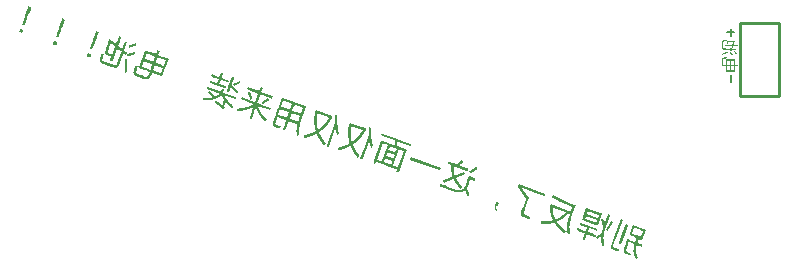
<source format=gbo>
G04 Layer: BottomSilkscreenLayer*
G04 EasyEDA Pro v1.7.27, 2022-07-12 11:29:45*
G04 Gerber Generator version 0.3*
G04 Scale: 100 percent, Rotated: No, Reflected: No*
G04 Dimensions in millimeters*
G04 Leading zeros omitted, absolute positions, 3 integers and 3 decimals*
%FSLAX33Y33*%
%MOMM*%
%ADD10C,0.151994*%
%ADD11C,0.152001*%
%ADD12C,0.254*%
G75*


G04 Text Start*
G04 //text: 别焊反了，这一面仅仅用来装   电池！！！*
G36*
G01X23174Y26444D02*
G01X23123Y26301D01*
G01X23077Y26172D01*
G01X23071Y26149D01*
G01X23070Y26143D01*
G01Y26141D01*
G01X23065Y26125D01*
G01X22976Y25872D01*
G01X22919Y25714D01*
G01X22884Y25609D01*
G01X22883Y25602D01*
G01X22882Y25597D01*
G01X22876Y25574D01*
G01X22854Y25509D01*
G01X22847Y25490D01*
G01X22830Y25437D01*
G01X22825Y25421D01*
G01Y25416D01*
G01X22824Y25413D01*
G01X22819Y25394D01*
G01X22761Y25228D01*
G01X22707Y25073D01*
G01X22699Y25046D01*
G01X22698Y25040D01*
G01X22697Y25033D01*
G01X22691Y25009D01*
G01X22676Y24965D01*
G01X22653Y24904D01*
G01X22744Y24871D01*
G01X22785Y24857D01*
G01X22815Y24849D01*
G01X22826Y24847D01*
G01X22835Y24846D01*
G01X22841Y24847D01*
G01X22845Y24849D01*
G01X22846Y24851D01*
G01X22854Y24869D01*
G01X22927Y25060D01*
G01X22983Y25213D01*
G01X23005Y25265D01*
G01X23008Y25271D01*
G01X23012Y25277D01*
G01X23023Y25300D01*
G01X23058Y25392D01*
G01X23065Y25407D01*
G01X23070Y25416D01*
G01X23071Y25417D01*
G01X23078Y25433D01*
G01X23173Y25683D01*
G01X23231Y25841D01*
G01X23271Y25944D01*
G01X23275Y25951D01*
G01X23277Y25953D01*
G01X23284Y25969D01*
G01X23355Y26157D01*
G01X23426Y26353D01*
G37*
G36*
G01X26039Y25402D02*
G01X25987Y25259D01*
G01X25942Y25130D01*
G01X25935Y25106D01*
G01X25934Y25101D01*
G01Y25099D01*
G01X25929Y25083D01*
G01X25840Y24830D01*
G01X25784Y24672D01*
G01X25748Y24567D01*
G01X25747Y24559D01*
G01X25746Y24555D01*
G01X25740Y24532D01*
G01X25718Y24467D01*
G01X25711Y24448D01*
G01X25694Y24394D01*
G01X25690Y24378D01*
G01X25689Y24374D01*
G01Y24371D01*
G01X25683Y24351D01*
G01X25626Y24186D01*
G01X25571Y24031D01*
G01X25563Y24004D01*
G01X25562Y23997D01*
G01X25561Y23990D01*
G01X25555Y23966D01*
G01X25540Y23922D01*
G01X25517Y23862D01*
G01X25609Y23828D01*
G01X25649Y23815D01*
G01X25679Y23806D01*
G01X25691Y23804D01*
G01X25699D01*
G01X25705D01*
G01X25709Y23806D01*
G01Y23807D01*
G01X25710Y23809D01*
G01X25718Y23826D01*
G01X25791Y24018D01*
G01X25848Y24170D01*
G01X25869Y24223D01*
G01X25872Y24229D01*
G01X25876Y24235D01*
G01X25887Y24257D01*
G01X25922Y24349D01*
G01X25929Y24364D01*
G01X25935Y24373D01*
G01X25936Y24375D01*
G01X25943Y24390D01*
G01X26037Y24641D01*
G01X26095Y24798D01*
G01X26136Y24902D01*
G01X26139Y24908D01*
G01X26141Y24910D01*
G01X26148Y24927D01*
G01X26219Y25115D01*
G01X26291Y25310D01*
G37*
G36*
G01X22465Y24550D02*
G01X22424Y24437D01*
G01X22388Y24331D01*
G01X22381Y24308D01*
G01X22380Y24301D01*
G01X22376Y24277D01*
G01X22510Y24229D01*
G01X22593Y24199D01*
G01X22640Y24184D01*
G01X22648Y24182D01*
G01X22651D01*
G01X22652Y24183D01*
G01X22654Y24186D01*
G01X22662Y24203D01*
G01X22698Y24298D01*
G01X22735Y24404D01*
G01X22741Y24427D01*
G01X22743Y24434D01*
G01X22746Y24457D01*
G01X22629Y24500D01*
G01X22519Y24538D01*
G01X22496Y24545D01*
G01X22489Y24546D01*
G37*
G36*
G01X28903Y24359D02*
G01X28851Y24216D01*
G01X28806Y24087D01*
G01X28799Y24064D01*
G01Y24058D01*
G01X28798Y24056D01*
G01X28793Y24040D01*
G01X28705Y23788D01*
G01X28648Y23630D01*
G01X28613Y23524D01*
G01X28611Y23517D01*
G01Y23512D01*
G01X28604Y23489D01*
G01X28582Y23424D01*
G01X28576Y23406D01*
G01X28558Y23351D01*
G01X28554Y23336D01*
G01Y23331D01*
G01X28553Y23328D01*
G01X28548Y23309D01*
G01X28490Y23143D01*
G01X28435Y22989D01*
G01X28427Y22961D01*
G01X28426Y22955D01*
G01X28425Y22948D01*
G01X28419Y22924D01*
G01X28404Y22880D01*
G01X28381Y22819D01*
G01X28473Y22786D01*
G01X28513Y22772D01*
G01X28544Y22764D01*
G01X28555Y22762D01*
G01X28563Y22761D01*
G01X28569Y22762D01*
G01X28573Y22764D01*
G01X28574Y22767D01*
G01X28582Y22783D01*
G01X28655Y22975D01*
G01X28712Y23128D01*
G01X28733Y23181D01*
G01X28737Y23186D01*
G01X28740Y23192D01*
G01X28751Y23215D01*
G01X28786Y23307D01*
G01X28793Y23322D01*
G01X28799Y23331D01*
G01X28800Y23332D01*
G01X28807Y23347D01*
G01X28901Y23598D01*
G01X28959Y23756D01*
G01X29000Y23859D01*
G01X29003Y23866D01*
G01X29005Y23868D01*
G01X29012Y23885D01*
G01X29084Y24073D01*
G01X29155Y24268D01*
G37*
G36*
G01X30834Y23912D02*
G01X30714Y23582D01*
G01X30620Y23335D01*
G01X30593Y23273D01*
G01X30584Y23258D01*
G01X30579Y23253D01*
G01X30572Y23254D01*
G01X30565Y23255D01*
G01X30559Y23258D01*
G01X30553Y23262D01*
G01X30539Y23272D01*
G01X30512Y23290D01*
G01X30504Y23296D01*
G01X30497Y23302D01*
G01X30489Y23313D01*
G01X30482Y23319D01*
G01X30468Y23329D01*
G01X30445Y23344D01*
G01X30435Y23351D01*
G01X30426Y23358D01*
G01X30405Y23379D01*
G01X30387Y23394D01*
G01X30358Y23414D01*
G01X30325Y23439D01*
G01X30298Y23456D01*
G01X30290Y23462D01*
G01X30282Y23469D01*
G01X30274Y23479D01*
G01X30268Y23486D01*
G01X30254Y23496D01*
G01X30231Y23510D01*
G01X30221Y23517D01*
G01X30212Y23524D01*
G01X30204Y23532D01*
G01X30188Y23546D01*
G01X30160Y23566D01*
G01X30143Y23579D01*
G01X30127Y23594D01*
G01X30118Y23601D01*
G01X30108Y23608D01*
G01X30085Y23622D01*
G01X30076Y23629D01*
G01X30068Y23636D01*
G01X30057Y23648D01*
G01X30051Y23654D01*
G01X30043Y23659D01*
G01X30035Y23662D01*
G01X30031Y23663D01*
G01X30027D01*
G01X30023Y23662D01*
G01X30020Y23661D01*
G01X30017Y23658D01*
G01X30014Y23653D01*
G01X30011Y23648D01*
G01X30004Y23630D01*
G01X29999Y23610D01*
G01X29998Y23599D01*
G01X29992Y23579D01*
G01X29933Y23409D01*
G01X29878Y23251D01*
G01X29869Y23223D01*
G01X29868Y23217D01*
G01X29867Y23210D01*
G01X29862Y23190D01*
G01X29846Y23143D01*
G01X29837Y23115D01*
G01X29833Y23096D01*
G01X29832Y23089D01*
G01X29826Y23068D01*
G01X29777Y22926D01*
G01X29729Y22789D01*
G01X29722Y22765D01*
G01X29721Y22759D01*
G01Y22751D01*
G01X29716Y22735D01*
G01X29700Y22686D01*
G01X29689Y22643D01*
G01X29684Y22624D01*
G01X29679Y22597D01*
G01X29677Y22570D01*
G01X29671Y22532D01*
G01X29670Y22521D01*
G01Y22510D01*
G01X29672Y22502D01*
G01X29675Y22485D01*
G01X29680Y22455D01*
G01X29682Y22446D01*
G01X29686Y22438D01*
G01X29690Y22431D01*
G01X29699Y22417D01*
G01X29704Y22402D01*
G01X29707Y22394D01*
G01X29712Y22386D01*
G01X29718Y22377D01*
G01X29743Y22353D01*
G01X29756Y22337D01*
G01X29760Y22334D01*
G01X29769Y22326D01*
G01X29785Y22316D01*
G01X29820Y22298D01*
G01X29844Y22284D01*
G01X29852Y22279D01*
G01X29856Y22277D01*
G01X29875Y22267D01*
G01X29962Y22234D01*
G01X30025Y22212D01*
G01X30053Y22205D01*
G01X30063Y22203D01*
G01X30070Y22202D01*
G01X30074Y22203D01*
G01X30080Y22206D01*
G01X30085Y22210D01*
G01X30090Y22215D01*
G01X30095Y22220D01*
G01X30105Y22235D01*
G01X30118Y22256D01*
G01X30144Y22301D01*
G01X30155Y22318D01*
G01X30169Y22338D01*
G01X30172Y22344D01*
G01X30174Y22351D01*
G01X30175Y22358D01*
G01Y22360D01*
G01X30174Y22362D01*
G01X30172Y22364D01*
G01X30170Y22366D01*
G01X30164Y22371D01*
G01X30148Y22380D01*
G01X30131Y22388D01*
G01X30097Y22401D01*
G01X30061Y22414D01*
G01X30008Y22436D01*
G01X29990Y22445D01*
G01X29976Y22453D01*
G01X29956Y22465D01*
G01X29938Y22478D01*
G01X29928Y22488D01*
G01X29918Y22497D01*
G01X29910Y22506D01*
G01X29903Y22516D01*
G01X29897Y22526D01*
G01X29893Y22537D01*
G01X29891Y22548D01*
G01X29890Y22560D01*
G01X29889Y22599D01*
G01Y22603D01*
G01X29892Y22617D01*
G01X29903Y22653D01*
G01X29908Y22673D01*
G01X29910Y22684D01*
G01X29915Y22704D01*
G01X29966Y22852D01*
G01X30015Y22992D01*
G01X30022Y23016D01*
G01X30023Y23023D01*
G01X30024Y23029D01*
G01X30029Y23049D01*
G01X30045Y23096D01*
G01X30054Y23124D01*
G01X30059Y23143D01*
G01X30060Y23152D01*
G01X30065Y23174D01*
G01X30092Y23253D01*
G01X30108Y23292D01*
G01X30120Y23319D01*
G01X30130Y23333D01*
G01X30137Y23335D01*
G01X30143Y23330D01*
G01X30181Y23303D01*
G01X30229Y23262D01*
G01X30267Y23233D01*
G01X30317Y23196D01*
G01X30323Y23191D01*
G01X30359Y23161D01*
G01X30389Y23135D01*
G01X30402Y23125D01*
G01X30430Y23108D01*
G01X30438Y23101D01*
G01X30445Y23095D01*
G01X30453Y23085D01*
G01X30461Y23078D01*
G01X30476Y23067D01*
G01X30489Y23060D01*
G01X30518Y23044D01*
G01X30312Y22480D01*
G01X30187Y22133D01*
G01X30105Y21897D01*
G01X30104Y21893D01*
G01X30100Y21869D01*
G01X30182Y21839D01*
G01X30235Y21822D01*
G01X30260Y21815D01*
G01X30276Y21813D01*
G01X30281D01*
G01X30283Y21815D01*
G01X30286Y21819D01*
G01X30294Y21833D01*
G01X30309Y21869D01*
G01X30489Y22342D01*
G01X30656Y22798D01*
G01X30687Y22875D01*
G01X30689Y22879D01*
G01X30691Y22881D01*
G01X30694Y22883D01*
G01X30697Y22884D01*
G01X30700D01*
G01X30705D01*
G01X30709Y22882D01*
G01X30713Y22881D01*
G01X30736Y22867D01*
G01X30749Y22856D01*
G01X30870Y22761D01*
G01X30908Y22734D01*
G01X30955Y22693D01*
G01X30961Y22689D01*
G01X31026Y22643D01*
G01X31053Y22623D01*
G01X30855Y22081D01*
G01X30652Y21540D01*
G01X30642Y21517D01*
G01X30638Y21511D01*
G01X30629Y21499D01*
G01X30620Y21488D01*
G01X30612Y21480D01*
G01X30578Y21454D01*
G01X30571Y21450D01*
G01X30563Y21446D01*
G01X30554Y21444D01*
G01X30544Y21442D01*
G01X30493Y21437D01*
G01X30483Y21438D01*
G01X30472Y21440D01*
G01X30451Y21447D01*
G01X30432Y21451D01*
G01X30425D01*
G01X30423D01*
G01X30410Y21455D01*
G01X30002Y21600D01*
G01X29613Y21744D01*
G01X29586Y21756D01*
G01X29583Y21758D01*
G01X29576Y21762D01*
G01X29561Y21770D01*
G01X29526Y21784D01*
G01X29512Y21791D01*
G01X29500Y21798D01*
G01X29488Y21807D01*
G01X29468Y21824D01*
G01X29455Y21838D01*
G01X29435Y21865D01*
G01X29431Y21873D01*
G01X29427Y21882D01*
G01X29425Y21892D01*
G01X29424Y21904D01*
G01Y21943D01*
G01X29425Y21951D01*
G01X29430Y21970D01*
G01X29448Y22023D01*
G01X29463Y22066D01*
G01X29473Y22097D01*
G01X29478Y22122D01*
G01X29480Y22132D01*
G01X29484Y22140D01*
G01X29492Y22152D01*
G01X29500Y22167D01*
G01X29510Y22196D01*
G01X29517Y22224D01*
G01X29519Y22239D01*
G01X29523Y22262D01*
G01X29524Y22274D01*
G01X29526Y22288D01*
G01X29538Y22324D01*
G01X29543Y22344D01*
G01Y22352D01*
G01Y22359D01*
G01X29540Y22363D01*
G01X29536Y22366D01*
G01X29530Y22367D01*
G01X29511Y22369D01*
G01X29487Y22372D01*
G01X29436Y22381D01*
G01X29424Y22383D01*
G01X29379Y22387D01*
G01X29364D01*
G01X29353Y22385D01*
G01X29345Y22379D01*
G01X29340Y22372D01*
G01X29336Y22364D01*
G01X29333Y22347D01*
G01Y22338D01*
G01X29330Y22325D01*
G01X29326Y22311D01*
G01X29317Y22282D01*
G01X29304Y22246D01*
G01X29301Y22233D01*
G01X29300Y22219D01*
G01X29294Y22197D01*
G01X29267Y22118D01*
G01X29237Y22031D01*
G01X29231Y22011D01*
G01X29230Y22004D01*
G01X29213Y21886D01*
G01X29212Y21858D01*
G01Y21845D01*
G01X29213Y21834D01*
G01X29214Y21824D01*
G01X29219Y21811D01*
G01X29226Y21790D01*
G01X29231Y21774D01*
G01X29244Y21753D01*
G01X29251Y21738D01*
G01X29255Y21726D01*
G01X29258Y21718D01*
G01X29264Y21710D01*
G01X29271Y21702D01*
G01X29291Y21684D01*
G01X29322Y21661D01*
G01X29364Y21630D01*
G01X29386Y21619D01*
G01X29496Y21577D01*
G01X29513Y21569D01*
G01X29522Y21564D01*
G01X29523Y21563D01*
G01X29535Y21557D01*
G01X29924Y21412D01*
G01X30313Y21275D01*
G01X30320Y21273D01*
G01X30322D01*
G01X30323Y21274D01*
G01X30327Y21273D01*
G01X30344Y21268D01*
G01X30387Y21254D01*
G01X30429Y21240D01*
G01X30453Y21234D01*
G01X30472Y21230D01*
G01X30482Y21229D01*
G01X30530Y21226D01*
G01X30573Y21225D01*
G01X30599Y21226D01*
G01X30619Y21228D01*
G01X30651Y21236D01*
G01X30673Y21243D01*
G01X30690Y21251D01*
G01X30716Y21266D01*
G01X30728Y21275D01*
G01X30739Y21283D01*
G01X30749Y21291D01*
G01X30758Y21300D01*
G01X30771Y21316D01*
G01X30794Y21346D01*
G01X30824Y21386D01*
G01X30828Y21395D01*
G01X31030Y21939D01*
G01X31227Y22481D01*
G01X31251Y22465D01*
G01X31282Y22442D01*
G01X31327Y22405D01*
G01X31378Y22368D01*
G01X31405Y22348D01*
G01X31421Y22366D01*
G01X31434Y22381D01*
G01X31457Y22412D01*
G01X31497Y22467D01*
G01X31505Y22479D01*
G01X31510Y22490D01*
G01X31512Y22499D01*
G01X31511Y22505D01*
G01X31508Y22512D01*
G01X31498Y22525D01*
G01X31484Y22540D01*
G01X31467Y22553D01*
G01X31447Y22566D01*
G01X31433Y22577D01*
G01X31388Y22614D01*
G01X31375Y22624D01*
G01X31347Y22642D01*
G01X31332Y22653D01*
G01X31318Y22664D01*
G01X31300Y22681D01*
G01X31552Y23375D01*
G01X31474Y23404D01*
G01X31398Y23429D01*
G01X31380Y23435D01*
G01X31350Y23439D01*
G01X31126Y22823D01*
G01X31085Y22849D01*
G01X31062Y22866D01*
G01X31014Y22903D01*
G01X30987Y22920D01*
G01X30979Y22927D01*
G01X30972Y22933D01*
G01X30964Y22943D01*
G01X30958Y22950D01*
G01X30946Y22959D01*
G01X30918Y22977D01*
G01X30899Y22992D01*
G01X30863Y23018D01*
G01X30834Y23046D01*
G01X30822Y23056D01*
G01X30807Y23067D01*
G01X30786Y23079D01*
G01X30762Y23093D01*
G01X30888Y23440D01*
G01X31017Y23806D01*
G01X31021Y23819D01*
G01X31028Y23851D01*
G01X30937Y23885D01*
G01X30882Y23902D01*
G01X30864Y23907D01*
G37*
G36*
G01X25329Y23507D02*
G01X25289Y23394D01*
G01X25252Y23288D01*
G01X25246Y23265D01*
G01X25244Y23258D01*
G01X25240Y23235D01*
G01X25375Y23186D01*
G01X25457Y23157D01*
G01X25504Y23142D01*
G01X25512Y23140D01*
G01X25515D01*
G01X25516D01*
G01X25518Y23143D01*
G01X25526Y23160D01*
G01X25562Y23256D01*
G01X25599Y23361D01*
G01X25605Y23384D01*
G01X25607Y23391D01*
G01X25610Y23415D01*
G01X25493Y23457D01*
G01X25384Y23496D01*
G01X25360Y23502D01*
G01X25353Y23504D01*
G37*
G36*
G01X32255Y23295D02*
G01X32250Y23293D01*
G01X32206Y23280D01*
G01X32160Y23267D01*
G01X32137Y23258D01*
G01X32119Y23253D01*
G01X32079Y23244D01*
G01X32070Y23242D01*
G01X32050Y23233D01*
G01X32026Y23227D01*
G01X31978Y23212D01*
G01X31947Y23202D01*
G01X31925Y23195D01*
G01X31913Y23190D01*
G01X31906Y23189D01*
G01X31899Y23188D01*
G01X31885Y23187D01*
G01X31878Y23186D01*
G01X31871Y23183D01*
G01X31864Y23178D01*
G01X31857Y23174D01*
G01X31849Y23170D01*
G01X31840Y23168D01*
G01X31821Y23164D01*
G01X31811Y23162D01*
G01X31803Y23158D01*
G01X31790Y23150D01*
G01X31783Y23147D01*
G01X31775Y23145D01*
G01X31761Y23144D01*
G01X31754Y23142D01*
G01X31747Y23139D01*
G01X31737Y23132D01*
G01X31728Y23128D01*
G01X31713Y23123D01*
G01X31688Y23117D01*
G01X31677Y23113D01*
G01X31668Y23109D01*
G01X31661Y23105D01*
G01X31658Y23102D01*
G01X31655Y23099D01*
G01X31653Y23095D01*
G01X31652Y23091D01*
G01X31651Y23086D01*
G01Y23081D01*
G01Y23075D01*
G01X31659Y23042D01*
G01X31667Y23014D01*
G01X31677Y22980D01*
G01X31684Y22947D01*
G01X31688Y22937D01*
G01X31692Y22928D01*
G01X31696Y22920D01*
G01X31701Y22914D01*
G01X31707Y22911D01*
G01X31712Y22910D01*
G01X31718Y22912D01*
G01X31729Y22917D01*
G01X31782Y22935D01*
G01X31804Y22945D01*
G01X31848Y22958D01*
G01X31865Y22966D01*
G01X31894Y22976D01*
G01X31963Y22999D01*
G01X31994Y23008D01*
G01X32016Y23015D01*
G01X32035Y23023D01*
G01X32059Y23029D01*
G01X32108Y23045D01*
G01X32146Y23056D01*
G01X32173Y23066D01*
G01X32216Y23079D01*
G01X32229Y23085D01*
G01X32235Y23087D01*
G01X32242D01*
G01X32256Y23088D01*
G01X32263Y23090D01*
G01X32270Y23093D01*
G01X32283Y23101D01*
G01X32291Y23104D01*
G01X32298Y23106D01*
G01X32308Y23107D01*
G01X32311Y23108D01*
G01X32313Y23110D01*
G01X32314Y23112D01*
G01X32315Y23117D01*
G01Y23121D01*
G01X32314Y23132D01*
G01X32309Y23158D01*
G01X32292Y23219D01*
G01X32285Y23241D01*
G01X32280Y23254D01*
G01X32276Y23270D01*
G01X32274Y23284D01*
G01X32272Y23288D01*
G01X32270Y23291D01*
G01X32267Y23293D01*
G01X32264Y23294D01*
G01X32260Y23295D01*
G37*
G36*
G01X34094Y22716D02*
G01X34037Y22559D01*
G01X33991Y22437D01*
G01X33972Y22390D01*
G01X33968Y22383D01*
G01X33956Y22363D01*
G01X33513Y22524D01*
G01X33106Y22667D01*
G01X33065Y22680D01*
G01X33058Y22681D01*
G01X33054D01*
G01X33053Y22680D01*
G01X33051Y22677D01*
G01X33044Y22665D01*
G01X33029Y22630D01*
G01X32786Y21985D01*
G01X33022D01*
G01X33187Y22436D01*
G01X33898Y22177D01*
G01X33824Y21974D01*
G01X33777Y21847D01*
G01X33741Y21757D01*
G01X33737Y21750D01*
G01X33727Y21734D01*
G01X33723Y21729D01*
G01X33720Y21727D01*
G01X33717D01*
G01X33704Y21730D01*
G01X33388Y21842D01*
G01X33085Y21955D01*
G01X33046Y21971D01*
G01X33022Y21985D01*
G01X32786D01*
G01X32784Y21979D01*
G01X32550Y21325D01*
G01X32782D01*
G01X32949Y21786D01*
G01X33280Y21666D01*
G01X33314Y21654D01*
G01X33933D01*
G01X34098Y22105D01*
G01X34783Y21855D01*
G01X34706Y21643D01*
G01X34646Y21480D01*
G01X34623Y21424D01*
G01X34620Y21418D01*
G01X34612Y21409D01*
G01X34604Y21404D01*
G01X34602Y21405D01*
G01X34589Y21408D01*
G01X34286Y21515D01*
G01X33982Y21629D01*
G01X33957Y21639D01*
G01X33933Y21654D01*
G01X33314D01*
G01X33615Y21547D01*
G01X33624Y21545D01*
G01X33631Y21544D01*
G01X33638Y21542D01*
G01X33644Y21540D01*
G01X33650Y21536D01*
G01Y21535D01*
G01X33651Y21534D01*
G01Y21533D01*
G01Y21530D01*
G01X33650Y21523D01*
G01X33646Y21501D01*
G01X33636Y21465D01*
G01X33579Y21301D01*
G01X33506Y21106D01*
G01X33494Y21076D01*
G01X33491Y21072D01*
G01X33489D01*
G01X33477Y21076D01*
G01X33134Y21198D01*
G01X32782Y21325D01*
G01X32550D01*
G01X32528Y21266D01*
G01X32523Y21248D01*
G01X32516Y21216D01*
G01X32950Y21058D01*
G01X33125Y20994D01*
G01X33694D01*
G01X33771Y21206D01*
G01X33820Y21339D01*
G01X33856Y21431D01*
G01X33860Y21439D01*
G01X33871Y21452D01*
G01X33880D01*
G01X33882Y21451D01*
G01X33894Y21445D01*
G01X34217Y21324D01*
G01X34547Y21204D01*
G01X34464Y20979D01*
G01X34392Y20784D01*
G01X34379Y20754D01*
G01X34376Y20750D01*
G01X34374D01*
G01X34361Y20754D01*
G01X34032Y20871D01*
G01X33694Y20994D01*
G01X33125D01*
G01X33331Y20917D01*
G01X33400Y20890D01*
G01X33424Y20876D01*
G01X33383Y20763D01*
G01X33345Y20661D01*
G01X33336Y20643D01*
G01X33332Y20637D01*
G01X33325Y20625D01*
G01X33319Y20612D01*
G01X33304Y20573D01*
G01X33296Y20554D01*
G01X33288Y20537D01*
G01X33279Y20523D01*
G01X33265Y20507D01*
G01X33258Y20499D01*
G01X33251Y20493D01*
G01X33245Y20489D01*
G01X33232Y20483D01*
G01X33212Y20469D01*
G01X33204Y20467D01*
G01X33196Y20465D01*
G01X33177Y20466D01*
G01X33169D01*
G01X33162Y20464D01*
G01X33153Y20461D01*
G01X33149Y20460D01*
G01X33140D01*
G01X33130Y20462D01*
G01X33106Y20470D01*
G01X33086Y20475D01*
G01X33077Y20476D01*
G01X33075D01*
G01X33061Y20480D01*
G01X32763Y20585D01*
G01X32693Y20611D01*
G01X32460Y20699D01*
G01X32453Y20704D01*
G01X32445Y20708D01*
G01X32431Y20716D01*
G01X32411Y20723D01*
G01X32390Y20732D01*
G01X32377Y20740D01*
G01X32367Y20747D01*
G01X32348Y20763D01*
G01X32329Y20783D01*
G01X32323Y20790D01*
G01X32312Y20804D01*
G01X32303Y20822D01*
G01X32289Y20842D01*
G01X32287Y20850D01*
G01X32286Y20858D01*
G01Y20867D01*
G01X32287Y20886D01*
G01X32285Y20909D01*
G01X32286Y20919D01*
G01X32289Y20937D01*
G01X32294Y20954D01*
G01X32322Y21037D01*
G01X32328Y21059D01*
G01Y21067D01*
G01X32331Y21081D01*
G01X32342Y21116D01*
G01X32347Y21136D01*
G01X32348Y21146D01*
G01Y21150D01*
G01X32354Y21170D01*
G01X32384Y21259D01*
G01X32409Y21334D01*
G01X32413Y21354D01*
G01X32412Y21362D01*
G01X32403Y21364D01*
G01X32376Y21370D01*
G01X32362Y21373D01*
G01X32341Y21375D01*
G01X32319Y21376D01*
G01X32257Y21379D01*
G01X32233Y21383D01*
G01X32205Y21388D01*
G01X32184Y21329D01*
G01X32175Y21301D01*
G01X32172Y21287D01*
G01X32170Y21278D01*
G01X32169Y21271D01*
G01X32164Y21248D01*
G01X32134Y21161D01*
G01X32128Y21140D01*
G01X32127Y21127D01*
G01X32122Y21108D01*
G01X32101Y21043D01*
G01X32089Y21003D01*
G01X32073Y20930D01*
G01X32070Y20914D01*
G01X32066Y20889D01*
G01X32064Y20865D01*
G01X32063Y20841D01*
G01Y20821D01*
G01X32065Y20800D01*
G01X32072Y20763D01*
G01X32077Y20739D01*
G01X32085Y20719D01*
G01X32092Y20705D01*
G01X32109Y20676D01*
G01X32116Y20664D01*
G01X32124Y20655D01*
G01X32132Y20647D01*
G01X32147Y20635D01*
G01X32160Y20623D01*
G01X32171Y20610D01*
G01X32178Y20604D01*
G01X32187Y20599D01*
G01X32202Y20593D01*
G01X32212Y20588D01*
G01X32221Y20582D01*
G01X32229Y20576D01*
G01X32233Y20571D01*
G01X32235Y20570D01*
G01X32244Y20565D01*
G01X32270Y20554D01*
G01X32681Y20399D01*
G01X32949Y20303D01*
G01X33116Y20247D01*
G01X33135Y20242D01*
G01X33140D01*
G01X33179D01*
G01X33187D01*
G01X33232Y20239D01*
G01X33252Y20240D01*
G01X33271Y20243D01*
G01X33289Y20247D01*
G01X33321Y20254D01*
G01X33336Y20260D01*
G01X33351Y20268D01*
G01X33385Y20295D01*
G01X33395Y20304D01*
G01X33404Y20312D01*
G01X33411Y20320D01*
G01X33422Y20336D01*
G01X33435Y20350D01*
G01X33449Y20366D01*
G01X33456Y20375D01*
G01X33462Y20386D01*
G01X33472Y20410D01*
G01X33481Y20429D01*
G01X33487Y20438D01*
G01X33496Y20457D01*
G01X33553Y20608D01*
G01X33600Y20733D01*
G01X33620Y20781D01*
G01X33624Y20788D01*
G01X33636Y20808D01*
G01X34513Y20489D01*
G01X34773Y21205D01*
G01X35036Y21939D01*
G01X35037Y21945D01*
G01X35041Y21968D01*
G01X34624Y22120D01*
G01X34259Y22255D01*
G01X34191Y22281D01*
G01X34167Y22296D01*
G01X34294Y22643D01*
G37*
G36*
G01X32168Y22579D02*
G01X32160Y22578D01*
G01X32128Y22570D01*
G01X32074Y22557D01*
G01X32065Y22555D01*
G01X32046Y22547D01*
G01X32023Y22540D01*
G01X31999Y22532D01*
G01X31982Y22526D01*
G01X31939Y22517D01*
G01X31916Y22510D01*
G01X31853Y22490D01*
G01X31822Y22481D01*
G01X31800Y22474D01*
G01X31781Y22466D01*
G01X31757Y22460D01*
G01X31708Y22444D01*
G01X31697Y22442D01*
G01X31687Y22440D01*
G01X31672Y22439D01*
G01X31665Y22437D01*
G01X31658Y22434D01*
G01X31647Y22428D01*
G01X31634Y22421D01*
G01X31622Y22416D01*
G01X31596Y22406D01*
G01X31565Y22398D01*
G01X31551Y22393D01*
G01X31546Y22390D01*
G01X31542Y22387D01*
G01X31540Y22385D01*
G01X31539Y22382D01*
G01X31538Y22376D01*
G01Y22367D01*
G01X31546Y22340D01*
G01X31558Y22283D01*
G01X31565Y22260D01*
G01X31577Y22214D01*
G01X31584Y22194D01*
G01X31586Y22191D01*
G01X31588Y22189D01*
G01X31590Y22188D01*
G01X31597D01*
G01X31601Y22190D01*
G01X31609Y22195D01*
G01X31619Y22200D01*
G01X31628Y22204D01*
G01X31636Y22206D01*
G01X31650Y22207D01*
G01X31658Y22209D01*
G01X31665Y22212D01*
G01X31678Y22220D01*
G01X31685Y22223D01*
G01X31692Y22226D01*
G01X31706Y22227D01*
G01X31713Y22228D01*
G01X31721Y22231D01*
G01X31731Y22238D01*
G01X31744Y22245D01*
G01X31756Y22250D01*
G01X31782Y22259D01*
G01X31813Y22268D01*
G01X31835Y22275D01*
G01X31854Y22282D01*
G01X31878Y22290D01*
G01X31913Y22300D01*
G01X31983Y22324D01*
G01X32022Y22335D01*
G01X32071Y22350D01*
G01X32111Y22362D01*
G01X32146Y22373D01*
G01X32202Y22392D01*
G01X32214Y22397D01*
G01X32221Y22402D01*
G01X32225Y22407D01*
G01X32224Y22413D01*
G01X32223Y22416D01*
G01X32220Y22427D01*
G01X32215Y22455D01*
G01X32211Y22471D01*
G01X32206Y22484D01*
G01X32199Y22506D01*
G01X32190Y22549D01*
G01X32187Y22560D01*
G01X32184Y22569D01*
G01X32181Y22575D01*
G01X32176Y22578D01*
G01X32174Y22579D01*
G01X32171D01*
G37*
G36*
G01X28194Y22465D02*
G01X28153Y22352D01*
G01X28116Y22246D01*
G01X28110Y22223D01*
G01X28108Y22216D01*
G01X28105Y22192D01*
G01X28239Y22144D01*
G01X28322Y22114D01*
G01X28368Y22099D01*
G01X28376Y22097D01*
G01X28380D01*
G01Y22098D01*
G01X28382Y22101D01*
G01X28390Y22118D01*
G01X28427Y22213D01*
G01X28463Y22319D01*
G01X28470Y22342D01*
G01X28471Y22349D01*
G01X28474Y22372D01*
G01X28358Y22415D01*
G01X28248Y22453D01*
G01X28224Y22460D01*
G01X28217Y22461D01*
G37*
G36*
G01X31481Y21976D02*
G01X31381Y21973D01*
G01X31363Y21972D01*
G01X31336Y21970D01*
G01X31327Y21968D01*
G01X31321Y21964D01*
G01X31319Y21959D01*
G01Y21951D01*
G01X31320Y21947D01*
G01X31323Y21928D01*
G01X31324Y21904D01*
G01Y21856D01*
G01Y21823D01*
G01X31327Y21784D01*
G01Y21724D01*
G01X31330Y21684D01*
G01Y21650D01*
G01Y21603D01*
G01X31336Y21398D01*
G01Y21317D01*
G01X31340Y21278D01*
G01Y21251D01*
G01Y21218D01*
G01X31342Y21191D01*
G01Y21171D01*
G01X31341Y21142D01*
G01X31343Y21112D01*
G01Y21093D01*
G01X31342Y21064D01*
G01X31344Y21033D01*
G01X31346Y20998D01*
G01Y20959D01*
G01Y20951D01*
G01X31343Y20916D01*
G01X31344Y20908D01*
G01X31345Y20901D01*
G01X31349Y20891D01*
G01X31350Y20887D01*
G01X31351Y20880D01*
G01Y20870D01*
G01X31349Y20848D01*
G01X31350Y20840D01*
G01X31352Y20832D01*
G01X31357Y20827D01*
G01X31363Y20823D01*
G01X31368Y20820D01*
G01X31374Y20819D01*
G01X31379D01*
G01X31391Y20821D01*
G01X31406Y20824D01*
G01X31422Y20826D01*
G01X31450Y20825D01*
G01X31461Y20826D01*
G01X31473Y20827D01*
G01X31499Y20831D01*
G01X31510Y20833D01*
G01X31521D01*
G01X31540D01*
G01X31546Y20836D01*
G01X31550Y20841D01*
G01X31552Y20849D01*
G01X31553Y20859D01*
G01Y20879D01*
G01X31550Y20911D01*
G01Y20938D01*
G01Y20972D01*
G01X31547Y21011D01*
G01Y21038D01*
G01Y21071D01*
G01X31545Y21098D01*
G01X31544Y21118D01*
G01X31546Y21146D01*
G01X31542Y21170D01*
G01X31541Y21188D01*
G01X31542Y21217D01*
G01X31539Y21256D01*
G01Y21272D01*
G01X31540Y21316D01*
G01Y21342D01*
G01X31539Y21352D01*
G01X31535Y21378D01*
G01X31536Y21406D01*
G01Y21425D01*
G01X31533Y21458D01*
G01Y21485D01*
G01Y21518D01*
G01X31530Y21557D01*
G01Y21585D01*
G01Y21618D01*
G01X31527Y21655D01*
G01X31529Y21683D01*
G01X31527Y21701D01*
G01X31525Y21713D01*
G01X31523Y21734D01*
G01Y21755D01*
G01X31522Y21788D01*
G01X31520Y21827D01*
G01Y21854D01*
G01X31519Y21887D01*
G01X31517Y21924D01*
G01X31518Y21952D01*
G01X31517Y21959D01*
G01X31516Y21965D01*
G01X31513Y21969D01*
G01X31511Y21971D01*
G01X31508Y21973D01*
G01X31505Y21974D01*
G01X31497Y21976D01*
G37*
G36*
G01X39468Y20789D02*
G01X39341Y20442D01*
G01X39024Y20557D01*
G01X38746Y20655D01*
G01X38700Y20668D01*
G01X38691Y20669D01*
G01X38687Y20667D01*
G01X38685Y20665D01*
G01X38683Y20663D01*
G01X38679Y20658D01*
G01X38669Y20644D01*
G01X38662Y20628D01*
G01X38655Y20609D01*
G01X38650Y20595D01*
G01X38643Y20571D01*
G01X38638Y20552D01*
G01X38636Y20537D01*
G01Y20531D01*
G01Y20530D01*
G01X38638Y20529D01*
G01X38639Y20527D01*
G01X38644Y20523D01*
G01X38656Y20516D01*
G01X38674Y20507D01*
G01X38723Y20485D01*
G01X38960Y20394D01*
G01X39281Y20277D01*
G01X39152Y19921D01*
G01X38882Y20019D01*
G01X38643Y20103D01*
G01X38602Y20114D01*
G01X38593Y20115D01*
G01X38590Y20114D01*
G01X38585Y20112D01*
G01X38583Y20110D01*
G01X38578Y20106D01*
G01X38572Y20099D01*
G01X38565Y20086D01*
G01X38559Y20075D01*
G01X38552Y20056D01*
G01X38547Y20043D01*
G01X38539Y20019D01*
G01X38535Y19999D01*
G01X38533Y19985D01*
G01X38534Y19979D01*
G01Y19978D01*
G01X38535Y19977D01*
G01X38536Y19976D01*
G01X38541Y19973D01*
G01X38560Y19962D01*
G01X38610Y19940D01*
G01X39187Y19722D01*
G01X39805Y19505D01*
G01X39838Y19496D01*
G01X39847Y19495D01*
G01X39851D01*
G01X39855Y19498D01*
G01X39858Y19502D01*
G01X39864Y19511D01*
G01X39873Y19531D01*
G01X39882Y19552D01*
G01X39886Y19564D01*
G01X39893Y19585D01*
G01X39897Y19603D01*
G01X39898Y19618D01*
G01Y19650D01*
G01X39334Y19855D01*
G01X39463Y20211D01*
G01X39789Y20092D01*
G01X40064Y19996D01*
G01X40077Y19992D01*
G01X40109Y19986D01*
G01X40129Y20042D01*
G01X40142Y20080D01*
G01X40150Y20108D01*
G01X40153Y20122D01*
G01X40157Y20145D01*
G01X39523Y20376D01*
G01X39583Y20541D01*
G01X39635Y20688D01*
G01X39643Y20714D01*
G01X39644Y20720D01*
G01X39643Y20727D01*
G01X39641Y20734D01*
G01X39638Y20739D01*
G01X39633Y20744D01*
G01X39627Y20748D01*
G01X39608Y20757D01*
G01X39574Y20771D01*
G01X39551Y20778D01*
G01X39531Y20784D01*
G01X39512Y20787D01*
G01X39504Y20788D01*
G37*
G36*
G01X40396Y20452D02*
G01X40184Y19870D01*
G01X40073Y19561D01*
G01X39970Y19270D01*
G01X39969Y19265D01*
G01X39965Y19242D01*
G01X40052Y19210D01*
G01X40091Y19196D01*
G01X40137Y19182D01*
G01X40145Y19181D01*
G01Y19182D01*
G01X40146D01*
G01X40147Y19184D01*
G01X40154Y19200D01*
G01X40224Y19384D01*
G01X40297Y19583D01*
G01X40315Y19567D01*
G01X40331Y19551D01*
G01X40346Y19533D01*
G01X40359Y19519D01*
G01X40388Y19491D01*
G01X40403Y19473D01*
G01X40416Y19459D01*
G01X40445Y19431D01*
G01X40460Y19413D01*
G01X40472Y19399D01*
G01X40502Y19371D01*
G01X40516Y19353D01*
G01X40529Y19339D01*
G01X40558Y19311D01*
G01X40565Y19303D01*
G01X40582Y19283D01*
G01X40607Y19254D01*
G01X40621Y19236D01*
G01X40634Y19222D01*
G01X40663Y19194D01*
G01X40678Y19176D01*
G01X40691Y19162D01*
G01X40713Y19141D01*
G01X40726Y19128D01*
G01X40752Y19098D01*
G01X40771Y19076D01*
G01X40778Y19070D01*
G01X40786Y19067D01*
G01X40794D01*
G01X40803Y19070D01*
G01X40807Y19072D01*
G01X40816Y19077D01*
G01X40828Y19088D01*
G01X40849Y19110D01*
G01X40876Y19137D01*
G01X40900Y19162D01*
G01X40907Y19171D01*
G01X40911Y19180D01*
G01X40913Y19189D01*
G01Y19197D01*
G01X40910Y19205D01*
G01X40905Y19213D01*
G01X40899Y19221D01*
G01X40877Y19242D01*
G01X40844Y19275D01*
G01X40829Y19288D01*
G01X40815Y19301D01*
G01X40795Y19325D01*
G01X40781Y19340D01*
G01X40751Y19369D01*
G01X40737Y19386D01*
G01X40724Y19401D01*
G01X40695Y19428D01*
G01X40680Y19446D01*
G01X40667Y19461D01*
G01X40638Y19488D01*
G01X40623Y19506D01*
G01X40610Y19521D01*
G01X40581Y19548D01*
G01X40566Y19566D01*
G01X40553Y19581D01*
G01X40524Y19608D01*
G01X40509Y19626D01*
G01X40496Y19641D01*
G01X40467Y19669D01*
G01X40453Y19686D01*
G01X40440Y19701D01*
G01X40410Y19729D01*
G01X40394Y19749D01*
G01X40383Y19760D01*
G01X40377Y19765D01*
G01Y19766D01*
G01X40376Y19767D01*
G01Y19771D01*
G01X40377Y19776D01*
G01X40381Y19796D01*
G01X40392Y19835D01*
G01X40475Y20074D01*
G01X40554Y20303D01*
G01X40567Y20353D01*
G01X40571Y20375D01*
G01X40572Y20384D01*
G01Y20389D01*
G01X40571Y20393D01*
G01X40569Y20395D01*
G01X40565Y20400D01*
G01X40556Y20407D01*
G01X40540Y20417D01*
G01X40525Y20424D01*
G01X40506Y20431D01*
G01X40482Y20439D01*
G01X40460Y20445D01*
G01X40441Y20449D01*
G01X40433Y20450D01*
G37*
G36*
G01X41036Y20095D02*
G01X41028Y20093D01*
G01X41024Y20090D01*
G01X41018Y20087D01*
G01X41004Y20083D01*
G01X40988Y20077D01*
G01X40968Y20064D01*
G01X40952Y20057D01*
G01X40929Y20050D01*
G01X40908Y20037D01*
G01X40893Y20030D01*
G01X40870Y20022D01*
G01X40849Y20009D01*
G01X40834Y20002D01*
G01X40811Y19994D01*
G01X40790Y19982D01*
G01X40775Y19975D01*
G01X40752Y19967D01*
G01X40731Y19954D01*
G01X40716Y19947D01*
G01X40692Y19939D01*
G01X40671Y19926D01*
G01X40657Y19919D01*
G01X40633Y19912D01*
G01X40613Y19899D01*
G01X40597Y19892D01*
G01X40586Y19888D01*
G01X40571Y19883D01*
G01X40560Y19877D01*
G01X40548Y19870D01*
G01X40537Y19863D01*
G01X40528Y19855D01*
G01X40522Y19849D01*
G01X40518Y19841D01*
G01X40517Y19835D01*
G01Y19829D01*
G01X40519Y19822D01*
G01X40528Y19808D01*
G01X40535Y19794D01*
G01X40540Y19777D01*
G01X40543Y19770D01*
G01X40549Y19762D01*
G01X40562Y19747D01*
G01X40567Y19739D01*
G01X40571Y19731D01*
G01X40576Y19715D01*
G01X40579Y19709D01*
G01X40584Y19703D01*
G01X40589Y19698D01*
G01X40592Y19696D01*
G01X40595Y19695D01*
G01X40598Y19694D01*
G01X40602Y19695D01*
G01X40606D01*
G01X40611Y19697D01*
G01X40620Y19702D01*
G01X40629Y19707D01*
G01X40647Y19715D01*
G01X40663Y19721D01*
G01X40669Y19724D01*
G01X40676Y19728D01*
G01X40685Y19739D01*
G01X40691Y19743D01*
G01X40698Y19746D01*
G01X40706Y19749D01*
G01X40721Y19754D01*
G01X40742Y19767D01*
G01X40757Y19774D01*
G01X40769Y19777D01*
G01X40778Y19782D01*
G01X40792Y19790D01*
G01X40812Y19805D01*
G01X40821Y19811D01*
G01X40831Y19816D01*
G01X40839Y19818D01*
G01X40854Y19824D01*
G01X40875Y19837D01*
G01X40890Y19843D01*
G01X40914Y19851D01*
G01X40935Y19864D01*
G01X40949Y19871D01*
G01X40973Y19879D01*
G01X40994Y19892D01*
G01X41009Y19899D01*
G01X41032Y19906D01*
G01X41053Y19920D01*
G01X41068Y19926D01*
G01X41083Y19931D01*
G01X41090Y19934D01*
G01X41096Y19939D01*
G01X41101Y19944D01*
G01X41104Y19950D01*
G01X41105Y19956D01*
G01X41104Y19962D01*
G01X41096Y19976D01*
G01X41089Y19991D01*
G01X41081Y20014D01*
G01X41068Y20035D01*
G01X41061Y20050D01*
G01X41054Y20073D01*
G01X41045Y20087D01*
G37*
G36*
G01X38319Y19634D02*
G01X38291Y19556D01*
G01X38274Y19506D01*
G01X38268Y19483D01*
G01X38266Y19467D01*
G01X38267Y19462D01*
G01X38269Y19460D01*
G01X38272Y19457D01*
G01X38286Y19450D01*
G01X38324Y19433D01*
G01X38783Y19259D01*
G01X39172Y19119D01*
G01X39313Y19071D01*
G01X39328Y19067D01*
G01X39335Y19063D01*
G01X39340Y19058D01*
G01X39341Y19052D01*
G01Y19047D01*
G01X39340Y19044D01*
G01X39338Y19040D01*
G01X39335Y19036D01*
G01X39332Y19032D01*
G01X39325Y19024D01*
G01X39299Y19004D01*
G01X39265Y18980D01*
G01X39221Y18946D01*
G01X39213Y18942D01*
G01X39200Y18935D01*
G01X39181Y18923D01*
G01X39147Y18896D01*
G01X39137Y18888D01*
G01X39127Y18882D01*
G01X39118Y18878D01*
G01X39110Y18875D01*
G01X39102Y18872D01*
G01X39094Y18869D01*
G01X39086Y18864D01*
G01X39071Y18850D01*
G01X39063Y18845D01*
G01X39056Y18841D01*
G01X39039Y18837D01*
G01X39025Y18830D01*
G01X39010Y18820D01*
G01X38997Y18812D01*
G01X38975Y18802D01*
G01X38969Y18800D01*
G01X38964D01*
G01X38960D01*
G01X38955Y18801D01*
G01X38950Y18802D01*
G01X38946Y18805D01*
G01X38943Y18808D01*
G01X38907Y18846D01*
G01X38873Y18878D01*
G01X38865Y18887D01*
G01X38857Y18896D01*
G01X38844Y18915D01*
G01X38837Y18924D01*
G01X38828Y18933D01*
G01X38810Y18950D01*
G01X38797Y18964D01*
G01X38768Y18997D01*
G01X38750Y19013D01*
G01X38746Y19019D01*
G01X38742Y19024D01*
G01X38735Y19036D01*
G01X38730Y19043D01*
G01X38706Y19066D01*
G01X38694Y19080D01*
G01X38689Y19090D01*
G01X38684Y19096D01*
G01X38675Y19107D01*
G01X38650Y19131D01*
G01X38611Y19180D01*
G01X38599Y19194D01*
G01X38572Y19223D01*
G01X38540Y19261D01*
G01X38533Y19268D01*
G01X38526Y19274D01*
G01X38519Y19277D01*
G01X38516Y19278D01*
G01X38512D01*
G01X38508D01*
G01X38504Y19276D01*
G01X38499Y19275D01*
G01X38495Y19272D01*
G01X38466Y19251D01*
G01X38459Y19246D01*
G01X38446Y19238D01*
G01X38439Y19233D01*
G01X38415Y19210D01*
G01X38401Y19198D01*
G01X38390Y19191D01*
G01X38387Y19186D01*
G01X38384Y19181D01*
G01X38383Y19174D01*
G01Y19170D01*
G01X38384Y19167D01*
G01X38385Y19163D01*
G01X38387Y19159D01*
G01X38391Y19152D01*
G01X38404Y19136D01*
G01X38428Y19108D01*
G01X38465Y19062D01*
G01X38479Y19049D01*
G01X38488Y19040D01*
G01X38506Y19014D01*
G01X38519Y19000D01*
G01X38530Y18990D01*
G01X38534Y18985D01*
G01X38538Y18979D01*
G01X38543Y18971D01*
G01X38547Y18964D01*
G01X38557Y18953D01*
G01X38582Y18930D01*
G01X38596Y18912D01*
G01X38610Y18898D01*
G01X38631Y18877D01*
G01X38645Y18863D01*
G01X38670Y18833D01*
G01X38689Y18812D01*
G01X38746Y18752D01*
G01X38751Y18745D01*
G01X38754Y18739D01*
G01X38755Y18734D01*
G01X38752Y18730D01*
G01X38750Y18728D01*
G01X38744Y18725D01*
G01X38730Y18720D01*
G01X38586Y18690D01*
G01X38567Y18687D01*
G01X38527Y18684D01*
G01X38508Y18681D01*
G01X38492Y18679D01*
G01X38463Y18680D01*
G01X38453Y18679D01*
G01X38440Y18678D01*
G01X38415Y18674D01*
G01X38403Y18673D01*
G01X38393D01*
G01X38373Y18674D01*
G01X38356Y18673D01*
G01X38343Y18670D01*
G01X38334Y18669D01*
G01X38319D01*
G01X38297Y18672D01*
G01X38275Y18673D01*
G01X38254Y18671D01*
G01X38234D01*
G01X38205Y18672D01*
G01X38175Y18670D01*
G01X38153Y18671D01*
G01X38120Y18675D01*
G01X38087Y18677D01*
G01X38054Y18682D01*
G01X38036Y18683D01*
G01X38005D01*
G01X37987Y18684D01*
G01X37969Y18686D01*
G01X37959D01*
G01X37952Y18685D01*
G01X37947Y18681D01*
G01X37946Y18675D01*
G01Y18667D01*
G01X37943Y18632D01*
G01X37944Y18614D01*
G01X37946Y18602D01*
G01X37949Y18582D01*
G01X37950Y18565D01*
G01X37952Y18515D01*
G01X37953Y18504D01*
G01X37955Y18494D01*
G01X37959Y18487D01*
G01X37964Y18481D01*
G01X37967Y18479D01*
G01X37970Y18477D01*
G01X37974Y18476D01*
G01X37978Y18475D01*
G01X37986Y18474D01*
G01X38007Y18475D01*
G01X38018D01*
G01X38030Y18474D01*
G01X38057Y18470D01*
G01X38070Y18468D01*
G01X38081D01*
G01X38113Y18470D01*
G01X38147Y18466D01*
G01X38169D01*
G01X38190Y18467D01*
G01X38210Y18468D01*
G01X38240Y18466D01*
G01X38263D01*
G01X38462Y18472D01*
G01X38485Y18473D01*
G01X38507Y18477D01*
G01X38526Y18481D01*
G01X38556Y18482D01*
G01X38575Y18484D01*
G01X38595Y18487D01*
G01X38701Y18508D01*
G01X38726Y18514D01*
G01X38826Y18541D01*
G01X38876Y18557D01*
G01X38932Y18576D01*
G01X38958Y18585D01*
G01X38986Y18598D01*
G01X39004Y18604D01*
G01X39016Y18607D01*
G01X39030Y18613D01*
G01X39041Y18618D01*
G01X39076Y18639D01*
G01X39096Y18649D01*
G01X39126Y18663D01*
G01X39137Y18668D01*
G01X39163Y18684D01*
G01X39174Y18691D01*
G01X39184Y18698D01*
G01X39192Y18705D01*
G01X39202Y18716D01*
G01X39208Y18720D01*
G01X39215Y18723D01*
G01X39230Y18728D01*
G01X39245Y18735D01*
G01X39318Y18785D01*
G01X39372Y18824D01*
G01X39406Y18851D01*
G01X39420Y18863D01*
G01X39449Y18889D01*
G01X39462Y18899D01*
G01X39476Y18909D01*
G01X39485Y18913D01*
G01X39493Y18915D01*
G01X39500Y18913D01*
G01X39505Y18908D01*
G01X39527Y18875D01*
G01X39533Y18866D01*
G01X39542Y18848D01*
G01X39545Y18836D01*
G01X39549Y18827D01*
G01X39557Y18813D01*
G01X39573Y18792D01*
G01X39579Y18783D01*
G01X39583Y18774D01*
G01X39588Y18758D01*
G01X39595Y18743D01*
G01X39604Y18729D01*
G01X39617Y18708D01*
G01X39627Y18692D01*
G01X39651Y18659D01*
G01X39657Y18652D01*
G01X39667Y18633D01*
G01X39721Y18554D01*
G01Y18553D01*
G01X39722Y18551D01*
G01Y18548D01*
G01X39721Y18541D01*
G01X39716Y18519D01*
G01X39705Y18480D01*
G01X39653Y18329D01*
G01X39604Y18196D01*
G01X39567Y18104D01*
G01X39563Y18095D01*
G01X39551Y18076D01*
G01X39468Y18142D01*
G01X39411Y18190D01*
G01X39397Y18200D01*
G01X39369Y18218D01*
G01X39353Y18232D01*
G01X39337Y18246D01*
G01X39328Y18253D01*
G01X39318Y18261D01*
G01X39295Y18275D01*
G01X39284Y18283D01*
G01X39274Y18293D01*
G01X39256Y18312D01*
G01X39247Y18321D01*
G01X39238Y18329D01*
G01X39218Y18342D01*
G01X39203Y18353D01*
G01X39159Y18390D01*
G01X39145Y18400D01*
G01X39119Y18418D01*
G01X39110Y18424D01*
G01X39103Y18430D01*
G01X39092Y18443D01*
G01X39085Y18449D01*
G01X39076Y18454D01*
G01X39066Y18458D01*
G01X39056Y18461D01*
G01X39047D01*
G01X39041Y18459D01*
G01X39035Y18455D01*
G01X39017Y18432D01*
G01X39012Y18425D01*
G01X39004Y18407D01*
G01X38994Y18381D01*
G01X38985Y18355D01*
G01X38979Y18332D01*
G01X38976Y18319D01*
G01Y18308D01*
G01X38977Y18299D01*
G01X38982Y18292D01*
G01X38988Y18285D01*
G01X39004Y18273D01*
G01X39026Y18252D01*
G01X39041Y18240D01*
G01X39065Y18222D01*
G01X39112Y18181D01*
G01X39119Y18176D01*
G01X39156Y18149D01*
G01X39204Y18108D01*
G01X39381Y17968D01*
G01X39417Y17937D01*
G01X39447Y17912D01*
G01X39453Y17907D01*
G01X39491Y17880D01*
G01X39539Y17839D01*
G01X39545Y17834D01*
G01X39582Y17807D01*
G01X39630Y17767D01*
G01X39658Y17747D01*
G01X39665Y17742D01*
G01X39671Y17740D01*
G01X39676Y17741D01*
G01X39681Y17743D01*
G01X39690Y17751D01*
G01X39705Y17763D01*
G01X39720Y17777D01*
G01X39733Y17793D01*
G01X39755Y17818D01*
G01X39773Y17837D01*
G01X39778Y17845D01*
G01X39780Y17852D01*
G01X39782Y17859D01*
G01X39781Y17863D01*
G01Y17866D01*
G01X39778Y17875D01*
G01X39772Y17884D01*
G01X39751Y17913D01*
G01X39743Y17927D01*
G01X39738Y17940D01*
G01X39733Y17956D01*
G01Y17962D01*
G01X39736Y17976D01*
G01X39745Y18006D01*
G01X39799Y18163D01*
G01X39868Y18353D01*
G01X39895Y18329D01*
G01X39907Y18314D01*
G01X39913Y18305D01*
G01X39917Y18299D01*
G01X39926Y18288D01*
G01X39944Y18271D01*
G01X39958Y18258D01*
G01X39983Y18228D01*
G01X40001Y18206D01*
G01X40122Y18079D01*
G01X40165Y18039D01*
G01X40179Y18021D01*
G01X40192Y18007D01*
G01X40218Y17983D01*
G01X40252Y17949D01*
G01X40275Y17932D01*
G01X40283Y17924D01*
G01X40292Y17916D01*
G01X40309Y17896D01*
G01X40317Y17888D01*
G01X40325Y17881D01*
G01X40340Y17869D01*
G01X40353Y17857D01*
G01X40361Y17847D01*
G01X40367Y17840D01*
G01X40379Y17831D01*
G01X40389Y17825D01*
G01X40394Y17822D01*
G01X40398Y17821D01*
G01X40403Y17820D01*
G01X40408D01*
G01X40412Y17822D01*
G01X40417Y17824D01*
G01X40421Y17827D01*
G01X40425Y17831D01*
G01X40492Y17905D01*
G01X40507Y17922D01*
G01X40515Y17928D01*
G01X40527Y17939D01*
G01X40531Y17945D01*
G01X40532Y17952D01*
G01X40531Y17960D01*
G01X40530Y17964D01*
G01X40528Y17968D01*
G01X40522Y17976D01*
G01X40515Y17985D01*
G01X40499Y17998D01*
G01X40463Y18029D01*
G01X40426Y18062D01*
G01X40412Y18074D01*
G01X40379Y18107D01*
G01X40367Y18117D01*
G01X40344Y18136D01*
G01X40333Y18146D01*
G01X40320Y18162D01*
G01X40306Y18177D01*
G01X40271Y18207D01*
G01X40264Y18214D01*
G01X40255Y18225D01*
G01X40242Y18239D01*
G01X40216Y18264D01*
G01X40189Y18291D01*
G01X40155Y18323D01*
G01X40141Y18337D01*
G01X40128Y18352D01*
G01X40099Y18390D01*
G01X40086Y18404D01*
G01X40057Y18432D01*
G01X40040Y18453D01*
G01X40026Y18465D01*
G01X40012Y18476D01*
G01X40006Y18483D01*
G01X40002Y18490D01*
G01X39999Y18497D01*
G01X39996Y18505D01*
G01X39992Y18514D01*
G01X39985Y18522D01*
G01X39960Y18546D01*
G01X39922Y18594D01*
G01X39907Y18613D01*
G01X39902Y18621D01*
G01X39898Y18630D01*
G01X39891Y18640D01*
G01X39876Y18658D01*
G01X39861Y18677D01*
G01X39850Y18694D01*
G01X39830Y18724D01*
G01X39803Y18759D01*
G01X39799Y18767D01*
G01X39789Y18785D01*
G01X39774Y18806D01*
G01X39747Y18849D01*
G01X39729Y18876D01*
G01X39725Y18883D01*
G01X39722Y18890D01*
G01X39721Y18899D01*
G01X39722Y18908D01*
G01X39723Y18916D01*
G01X39726Y18920D01*
G01X39730D01*
G01X39735Y18918D01*
G01X39736Y18917D01*
G01X39747Y18912D01*
G01X40206Y18741D01*
G01X40451Y18653D01*
G01X40666Y18580D01*
G01X40686Y18576D01*
G01X40691Y18575D01*
G01X40716Y18576D01*
G01X40738Y18636D01*
G01X40752Y18677D01*
G01X40761Y18706D01*
G01X40763Y18720D01*
G01X40767Y18744D01*
G01X40190Y18953D01*
G01X39720Y19126D01*
G01X39605Y19171D01*
G01X39602Y19173D01*
G01X39599Y19175D01*
G01X39598Y19178D01*
G01X39597Y19181D01*
G01Y19184D01*
G01X39598Y19188D01*
G01X39600Y19192D01*
G01X39607Y19200D01*
G01X39622Y19217D01*
G01X39640Y19231D01*
G01X39654Y19245D01*
G01X39674Y19266D01*
G01X39689Y19278D01*
G01X39695Y19281D01*
G01X39701Y19285D01*
G01X39708Y19290D01*
G01X39731Y19314D01*
G01X39745Y19326D01*
G01X39758Y19333D01*
G01X39763Y19338D01*
G01X39769Y19344D01*
G01X39774Y19351D01*
G01X39776Y19355D01*
G01X39777Y19359D01*
G01Y19363D01*
G01X39776Y19367D01*
G01X39774Y19372D01*
G01X39771Y19376D01*
G01X39767Y19380D01*
G01X39737Y19406D01*
G01X39710Y19432D01*
G01X39688Y19449D01*
G01X39675Y19461D01*
G01X39664Y19474D01*
G01X39657Y19478D01*
G01X39649Y19481D01*
G01X39641Y19483D01*
G01X39636D01*
G01X39631D01*
G01X39627Y19481D01*
G01X39622Y19480D01*
G01X39618Y19477D01*
G01X39613Y19474D01*
G01X39589Y19450D01*
G01X39582Y19443D01*
G01X39561Y19427D01*
G01X39547Y19414D01*
G01X39487Y19357D01*
G01X39472Y19344D01*
G01X39455Y19330D01*
G01X39440Y19317D01*
G01X39420Y19295D01*
G01X39406Y19282D01*
G01X39391Y19269D01*
G01X39370Y19252D01*
G37*
G36*
G01X41726Y19594D02*
G01X41653Y19394D01*
G01X42633Y19037D01*
G01X42368Y18308D01*
G01X41822Y18507D01*
G01X41443Y18644D01*
G01X41256Y18709D01*
G01X41251Y18710D01*
G01X41228Y18713D01*
G01X41165Y18540D01*
G01X42215Y18157D01*
G01X42205Y18142D01*
G01X42199Y18135D01*
G01X42192Y18129D01*
G01X42185Y18125D01*
G01X42174Y18121D01*
G01X42165Y18117D01*
G01X42151Y18109D01*
G01X42130Y18093D01*
G01X42121Y18087D01*
G01X42112Y18083D01*
G01X42095Y18078D01*
G01X42081Y18071D01*
G01X42060Y18058D01*
G01X42036Y18050D01*
G01X42021Y18044D01*
G01X42000Y18030D01*
G01X41977Y18023D01*
G01X41962Y18016D01*
G01X41941Y18003D01*
G01X41918Y17995D01*
G01X41903Y17988D01*
G01X41890Y17980D01*
G01X41883Y17977D01*
G01X41875Y17975D01*
G01X41861Y17974D01*
G01X41854Y17972D01*
G01X41847Y17969D01*
G01X41837Y17962D01*
G01X41823Y17955D01*
G01X41812Y17950D01*
G01X41786Y17941D01*
G01X41755Y17932D01*
G01X41733Y17925D01*
G01X41713Y17918D01*
G01X41690Y17911D01*
G01X41641Y17895D01*
G01X41610Y17886D01*
G01X41555Y17871D01*
G01X41523Y17864D01*
G01X41481Y17855D01*
G01X41399Y17835D01*
G01X41368Y17831D01*
G01X41332Y17825D01*
G01X41272Y17813D01*
G01X41234Y17807D01*
G01X41200Y17801D01*
G01X41178Y17800D01*
G01X41172Y17799D01*
G01X41165Y17797D01*
G01X41156Y17794D01*
G01X41149Y17792D01*
G01X41134Y17789D01*
G01X41100Y17787D01*
G01X41077Y17783D01*
G01X41058Y17780D01*
G01X41040Y17779D01*
G01X40991Y17777D01*
G01X40968Y17776D01*
G01X40949Y17773D01*
G01X40933Y17770D01*
G01X40910Y17771D01*
G01X40900D01*
G01X40884Y17769D01*
G01X40874Y17766D01*
G01X40864Y17762D01*
G01X40858Y17757D01*
G01X40855Y17751D01*
G01Y17743D01*
G01X40856Y17739D01*
G01X40858Y17718D01*
G01X40859Y17672D01*
G01X40860Y17662D01*
G01X40863Y17648D01*
G01X40865Y17629D01*
G01X40867Y17594D01*
G01X40870Y17566D01*
G01X40872Y17557D01*
G01X40875Y17551D01*
G01X40880Y17547D01*
G01X40886Y17545D01*
G01X40926Y17546D01*
G01X40948Y17547D01*
G01X40971Y17551D01*
G01X40991Y17554D01*
G01X41026Y17556D01*
G01X41054Y17558D01*
G01X41073Y17561D01*
G01X41094Y17566D01*
G01X41113Y17568D01*
G01X41142Y17570D01*
G01X41161Y17573D01*
G01X41171Y17577D01*
G01X41178Y17579D01*
G01X41193Y17581D01*
G01X41227Y17583D01*
G01X41246Y17586D01*
G01X41278Y17595D01*
G01X41320Y17604D01*
G01X41343Y17609D01*
G01X41352Y17611D01*
G01X41365Y17616D01*
G01X41374Y17618D01*
G01X41408Y17621D01*
G01X41420Y17623D01*
G01X41431Y17625D01*
G01X41442Y17628D01*
G01X41642Y17683D01*
G01X41668Y17693D01*
G01X41690Y17700D01*
G01X41711Y17707D01*
G01X41729Y17714D01*
G01X41758Y17725D01*
G01X41771Y17729D01*
G01X41810Y17740D01*
G01X41825Y17747D01*
G01X41838Y17756D01*
G01X41845Y17759D01*
G01X41852Y17761D01*
G01X41867Y17762D01*
G01X41874Y17763D01*
G01X41881Y17766D01*
G01X41894Y17775D01*
G01X41909Y17782D01*
G01X41932Y17790D01*
G01X41954Y17803D01*
G01X41968Y17809D01*
G01X41992Y17818D01*
G01X42013Y17830D01*
G01X42027Y17837D01*
G01X42051Y17845D01*
G01X42072Y17858D01*
G01X42087Y17865D01*
G01X42099Y17868D01*
G01X42108Y17872D01*
G01X42121Y17881D01*
G01X42142Y17896D01*
G01X42151Y17902D01*
G01X42160Y17906D01*
G01X42169Y17909D01*
G01X42184Y17915D01*
G01X42199Y17923D01*
G01X42211Y17930D01*
G01X42217Y17933D01*
G01X42222Y17934D01*
G01Y17932D01*
G01Y17928D01*
G01X42214Y17899D01*
G01X42059Y17458D01*
G01X41904Y17020D01*
G01X41891Y16975D01*
G01X41889Y16968D01*
G01Y16964D01*
G01X41890Y16961D01*
G01X41892Y16959D01*
G01X41895Y16956D01*
G01X41902Y16950D01*
G01X41920Y16941D01*
G01X41936Y16933D01*
G01X41971Y16919D01*
G01X42032Y16899D01*
G01X42050Y16894D01*
G01X42056Y16893D01*
G01X42060D01*
G01X42061Y16894D01*
G01X42063Y16897D01*
G01X42076Y16926D01*
G01X42239Y17358D01*
G01X42395Y17782D01*
G01X42415Y17830D01*
G01X42416Y17834D01*
G01X42425Y17839D01*
G01X42431Y17833D01*
G01X42438Y17821D01*
G01X42451Y17801D01*
G01X42458Y17786D01*
G01X42462Y17770D01*
G01X42472Y17744D01*
G01X42479Y17722D01*
G01X42485Y17707D01*
G01X42498Y17686D01*
G01X42504Y17671D01*
G01X42512Y17647D01*
G01X42525Y17627D01*
G01X42532Y17612D01*
G01X42540Y17588D01*
G01X42553Y17568D01*
G01X42560Y17553D01*
G01X42567Y17529D01*
G01X42581Y17508D01*
G01X42587Y17493D01*
G01X42591Y17481D01*
G01X42596Y17467D01*
G01X42602Y17456D01*
G01X42622Y17422D01*
G01X42633Y17401D01*
G01X42645Y17382D01*
G01X42658Y17362D01*
G01X42664Y17351D01*
G01X42667Y17345D01*
G01X42673Y17340D01*
G01X42683Y17330D01*
G01X42687Y17325D01*
G01X42691Y17318D01*
G01X42695Y17302D01*
G01X42702Y17288D01*
G01X42712Y17274D01*
G01X42724Y17252D01*
G01X42733Y17237D01*
G01X42761Y17201D01*
G01X42777Y17176D01*
G01X42784Y17165D01*
G01X42802Y17138D01*
G01X42822Y17111D01*
G01X42865Y17056D01*
G01X42888Y17022D01*
G01X42908Y16996D01*
G01X42946Y16948D01*
G01X42966Y16926D01*
G01X42990Y16898D01*
G01X43019Y16860D01*
G01X43033Y16845D01*
G01X43054Y16825D01*
G01X43066Y16811D01*
G01X43073Y16799D01*
G01X43077Y16793D01*
G01X43083Y16788D01*
G01X43098Y16777D01*
G01X43104Y16772D01*
G01X43108Y16766D01*
G01X43113Y16757D01*
G01X43118Y16750D01*
G01X43128Y16740D01*
G01X43152Y16716D01*
G01X43159Y16708D01*
G01X43170Y16695D01*
G01X43176Y16690D01*
G01X43184Y16685D01*
G01X43192Y16682D01*
G01X43200Y16680D01*
G01X43207D01*
G01X43213Y16682D01*
G01X43218Y16687D01*
G01X43221Y16690D01*
G01X43234Y16703D01*
G01X43258Y16724D01*
G01X43272Y16737D01*
G01X43301Y16767D01*
G01X43319Y16782D01*
G01X43325Y16788D01*
G01X43335Y16800D01*
G01X43341Y16809D01*
G01X43350Y16825D01*
G01X43351Y16831D01*
G01Y16835D01*
G01X43348Y16839D01*
G01X43331Y16862D01*
G01X43315Y16880D01*
G01X43309Y16886D01*
G01X43291Y16902D01*
G01X43279Y16918D01*
G01X43265Y16933D01*
G01X43239Y16957D01*
G01X43220Y16976D01*
G01X43192Y17006D01*
G01X43178Y17021D01*
G01X43157Y17047D01*
G01X43141Y17062D01*
G01X43136Y17067D01*
G01X43132Y17072D01*
G01X43128Y17081D01*
G01X43124Y17088D01*
G01X43114Y17098D01*
G01X43096Y17115D01*
G01X43082Y17129D01*
G01X43070Y17144D01*
G01X43054Y17164D01*
G01X43034Y17193D01*
G01X43024Y17206D01*
G01X43000Y17233D01*
G01X42947Y17301D01*
G01X42882Y17396D01*
G01X42870Y17410D01*
G01X42858Y17420D01*
G01X42854Y17426D01*
G01X42851Y17433D01*
G01X42846Y17448D01*
G01X42843Y17455D01*
G01X42839Y17461D01*
G01X42828Y17471D01*
G01X42823Y17477D01*
G01X42820Y17483D01*
G01X42815Y17499D01*
G01X42812Y17506D01*
G01X42808Y17511D01*
G01X42797Y17521D01*
G01X42793Y17527D01*
G01X42789Y17534D01*
G01X42785Y17549D01*
G01X42781Y17556D01*
G01X42777Y17562D01*
G01X42766Y17572D01*
G01X42762Y17578D01*
G01X42759Y17584D01*
G01X42756Y17592D01*
G01X42751Y17608D01*
G01X42738Y17629D01*
G01X42731Y17643D01*
G01X42726Y17659D01*
G01X42723Y17666D01*
G01X42719Y17671D01*
G01X42708Y17681D01*
G01X42703Y17688D01*
G01X42700Y17694D01*
G01X42695Y17710D01*
G01X42689Y17725D01*
G01X42676Y17745D01*
G01X42668Y17769D01*
G01X42661Y17784D01*
G01X42648Y17805D01*
G01X42641Y17828D01*
G01X42633Y17843D01*
G01X42624Y17857D01*
G01X42621Y17865D01*
G01X42618Y17874D01*
G01X42615Y17893D01*
G01X42613Y17902D01*
G01X42609Y17911D01*
G01X42600Y17924D01*
G01X42597Y17931D01*
G01X42595Y17938D01*
G01X42594Y17953D01*
G01X42593Y17960D01*
G01X42590Y17967D01*
G01X42581Y17981D01*
G01X42579Y17988D01*
G01X42578Y17997D01*
G01Y18006D01*
G01X42580Y18025D01*
G01X43083Y17841D01*
G01X43467Y17703D01*
G01X43605Y17656D01*
G01X43610Y17655D01*
G01X43633Y17651D01*
G01X43657Y17717D01*
G01X43672Y17759D01*
G01X43681Y17791D01*
G01X43684Y17805D01*
G01X43687Y17828D01*
G01X43145Y18025D01*
G01X42771Y18163D01*
G01X42587Y18233D01*
G01X42583Y18235D01*
G01X42562Y18247D01*
G01X42824Y18968D01*
G01X43797Y18614D01*
G01X43869Y18814D01*
G01X42897Y19167D01*
G01X43024Y19515D01*
G01X42833Y19584D01*
G01X42706Y19237D01*
G37*
G36*
G01X41930Y19210D02*
G01X41893Y19204D01*
G01X41881Y19201D01*
G01X41870Y19197D01*
G01X41861Y19193D01*
G01X41850Y19186D01*
G01X41836Y19179D01*
G01X41825Y19174D01*
G01X41798Y19165D01*
G01X41768Y19156D01*
G01X41761Y19153D01*
G01X41755Y19150D01*
G01X41752Y19144D01*
G01X41751Y19137D01*
G01X41750Y19108D01*
G01Y19101D01*
G01X41753Y19094D01*
G01X41756Y19087D01*
G01X41764Y19073D01*
G01X41767Y19067D01*
G01X41769Y19060D01*
G01Y19045D01*
G01X41771Y19038D01*
G01X41774Y19031D01*
G01X41783Y19017D01*
G01X41786Y19010D01*
G01X41788Y19003D01*
G01X41789Y18989D01*
G01X41790Y18982D01*
G01X41793Y18975D01*
G01X41797Y18968D01*
G01X41802Y18961D01*
G01X41805Y18953D01*
G01X41808Y18944D01*
G01X41811Y18925D01*
G01X41814Y18915D01*
G01X41818Y18907D01*
G01X41826Y18894D01*
G01X41829Y18886D01*
G01X41831Y18879D01*
G01X41832Y18865D01*
G01X41833Y18858D01*
G01X41836Y18851D01*
G01X41843Y18841D01*
G01X41848Y18833D01*
G01X41853Y18817D01*
G01X41859Y18792D01*
G01X41862Y18781D01*
G01X41866Y18772D01*
G01X41873Y18761D01*
G01X41881Y18747D01*
G01X41885Y18736D01*
G01X41894Y18710D01*
G01X41906Y18671D01*
G01X41913Y18656D01*
G01X41922Y18642D01*
G01X41925Y18634D01*
G01X41928Y18625D01*
G01X41931Y18606D01*
G01X41934Y18597D01*
G01X41937Y18589D01*
G01X41947Y18575D01*
G01X41953Y18560D01*
G01X41958Y18544D01*
G01X41961Y18537D01*
G01X41966Y18531D01*
G01X41971Y18527D01*
G01X41977Y18523D01*
G01X41983Y18522D01*
G01X41989Y18524D01*
G01X41996Y18527D01*
G01X42010Y18536D01*
G01X42033Y18544D01*
G01X42048Y18551D01*
G01X42058Y18557D01*
G01X42067Y18562D01*
G01X42082Y18567D01*
G01X42107Y18573D01*
G01X42118Y18576D01*
G01X42127Y18580D01*
G01X42135Y18585D01*
G01X42138Y18588D01*
G01X42140Y18591D01*
G01X42142Y18595D01*
G01X42144Y18599D01*
G01Y18604D01*
G01Y18615D01*
G01X42140Y18633D01*
G01X42137Y18645D01*
G01X42133Y18654D01*
G01X42128Y18661D01*
G01X42120Y18675D01*
G01X42112Y18698D01*
G01X42105Y18713D01*
G01X42098Y18724D01*
G01X42094Y18732D01*
G01X42088Y18748D01*
G01X42083Y18773D01*
G01X42079Y18783D01*
G01X42075Y18792D01*
G01X42066Y18807D01*
G01X42063Y18814D01*
G01X42061Y18821D01*
G01X42060Y18835D01*
G01X42059Y18842D01*
G01X42056Y18849D01*
G01X42049Y18860D01*
G01X42042Y18873D01*
G01X42037Y18884D01*
G01X42028Y18911D01*
G01X42017Y18949D01*
G01X42007Y18976D01*
G01X41993Y19020D01*
G01X41986Y19037D01*
G01X41976Y19066D01*
G01X41971Y19079D01*
G01X41960Y19119D01*
G01X41945Y19167D01*
G01X41941Y19179D01*
G01X41940Y19188D01*
G01X41939Y19197D01*
G01X41937Y19207D01*
G37*
G36*
G01X44655Y18705D02*
G01X44654Y18704D01*
G01X44653Y18703D01*
G01X44651Y18699D01*
G01X44643Y18684D01*
G01X44623Y18641D01*
G01X44359Y17935D01*
G01X44582D01*
G01X44667Y18170D01*
G01X44754Y18401D01*
G01X44762Y18421D01*
G01X44777Y18444D01*
G01X45124Y18318D01*
G01X45447Y18198D01*
G01X45487Y18181D01*
G01X45511Y18167D01*
G01X45424Y17928D01*
G01X45357Y17746D01*
G01X45332Y17684D01*
G01X45328Y17678D01*
G01X45320Y17669D01*
G01X45314Y17664D01*
G01X45313D01*
G01X45312D01*
G01X45298Y17668D01*
G01X44965Y17786D01*
G01X44646Y17904D01*
G01X44605Y17921D01*
G01X44582Y17935D01*
G01X44359D01*
G01X44255Y17661D01*
G01X44105Y17241D01*
G01X44329D01*
G01X44506Y17727D01*
G01X44903Y17582D01*
G01X45524D01*
G01X45611Y17821D01*
G01X45700Y18056D01*
G01X45709Y18076D01*
G01X45723Y18100D01*
G01X46057Y17978D01*
G01X46368Y17863D01*
G01X46407Y17846D01*
G01X46431Y17832D01*
G01X46340Y17580D01*
G01X46270Y17391D01*
G01X46245Y17330D01*
G01X46242Y17326D01*
G01X46240D01*
G01X46227Y17329D01*
G01X45881Y17453D01*
G01X45524Y17582D01*
G01X44903D01*
G01X45252Y17455D01*
G01X45165Y17217D01*
G01X45089Y17010D01*
G01X45075Y16979D01*
G01X45072Y16975D01*
G01X45070D01*
G01X45059Y16978D01*
G01X44698Y17106D01*
G01X44329Y17241D01*
G01X44105D01*
G01X43877Y16611D01*
G01X43876Y16604D01*
G01X43875Y16596D01*
G01X43871Y16579D01*
G01X43858Y16538D01*
G01X43854Y16522D01*
G01X43851Y16506D01*
G01X43850Y16491D01*
G01Y16458D01*
G01X43853Y16431D01*
G01X43859Y16395D01*
G01X43862Y16381D01*
G01X43866Y16368D01*
G01X43872Y16356D01*
G01X43879Y16343D01*
G01X43887Y16331D01*
G01X43894Y16322D01*
G01X43900Y16314D01*
G01X43912Y16304D01*
G01X43922Y16293D01*
G01X43933Y16280D01*
G01X43939Y16274D01*
G01X43946Y16270D01*
G01X43963Y16263D01*
G01X43970Y16259D01*
G01X43977Y16253D01*
G01X43982Y16246D01*
G01X43984Y16245D01*
G01X43987Y16242D01*
G01X44000Y16236D01*
G01X44028Y16223D01*
G01X44182Y16164D01*
G01X44302Y16121D01*
G01X44389Y16092D01*
G01X44397Y16091D01*
G01X44402Y16090D01*
G01X44408D01*
G01X44413Y16092D01*
G01X44417Y16094D01*
G01X44422Y16097D01*
G01X44426Y16101D01*
G01X44430Y16106D01*
G01X44440Y16123D01*
G01X44452Y16141D01*
G01X44459Y16150D01*
G01X44466Y16162D01*
G01X44478Y16191D01*
G01X44486Y16207D01*
G01X44495Y16220D01*
G01X44504Y16237D01*
G01X44516Y16269D01*
G01X44364Y16324D01*
G01X44296Y16349D01*
G01X44198Y16388D01*
G01X44183Y16395D01*
G01X44169Y16402D01*
G01X44148Y16416D01*
G01X44127Y16430D01*
G01X44115Y16439D01*
G01X44105Y16448D01*
G01X44098Y16455D01*
G01X44094Y16461D01*
G01X44082Y16488D01*
G01X44081Y16492D01*
G01Y16502D01*
G01X44082Y16514D01*
G01X44087Y16544D01*
G01X44091Y16567D01*
G01Y16576D01*
G01X44092Y16578D01*
G01X44097Y16597D01*
G01X44168Y16798D01*
G01X44216Y16928D01*
G01X44252Y17019D01*
G01X44256Y17027D01*
G01X44267Y17040D01*
G01X44275Y17039D01*
G01X44277Y17038D01*
G01X44289Y17033D01*
G01X44643Y16901D01*
G01X44654Y16897D01*
G01X45275D01*
G01X45452Y17383D01*
G01X46172Y17120D01*
G01X46115Y16964D01*
G01X46066Y16824D01*
G01X46059Y16799D01*
G01X46058Y16793D01*
G01X46057Y16786D01*
G01X46051Y16763D01*
G01X46037Y16722D01*
G01X46019Y16677D01*
G01X46013Y16663D01*
G01X46008Y16654D01*
G01X45999Y16645D01*
G01X45992Y16640D01*
G01X45978Y16644D01*
G01X45631Y16767D01*
G01X45275Y16897D01*
G01X44654D01*
G01X45003Y16770D01*
G01X44869Y16401D01*
G01X44746Y16057D01*
G01X44731Y16013D01*
G01X44727Y15985D01*
G01X44818Y15952D01*
G01X44873Y15934D01*
G01X44891Y15929D01*
G01X44921Y15924D01*
G01X45202Y16697D01*
G01X45537Y16575D01*
G01X45890Y16451D01*
G01X45917Y16443D01*
G01X45926Y16437D01*
G01X45931Y16430D01*
G01X45932Y16421D01*
G01Y16412D01*
G01X45929Y16379D01*
G01X45925Y16363D01*
G01X45919Y16343D01*
G01X45909Y16314D01*
G01X45906Y16301D01*
G01X45904Y16289D01*
G01X45901Y16268D01*
G01X45899Y16243D01*
G01X45895Y16227D01*
G01X45884Y16191D01*
G01X45881Y16178D01*
G01X45880Y16166D01*
G01X45881Y16150D01*
G01X45880Y16132D01*
G01X45878Y16118D01*
G01X45872Y16087D01*
G01X45869Y16064D01*
G01X45868Y16042D01*
G01X45866Y15990D01*
G01X45863Y15944D01*
G01Y15921D01*
G01X45865Y15871D01*
G01X45866Y15853D01*
G01X45869Y15803D01*
G01Y15761D01*
G01X45870Y15747D01*
G01X45872Y15734D01*
G01X45876Y15707D01*
G01X45878Y15688D01*
G01X45882Y15646D01*
G01X45886Y15620D01*
G01X45888Y15604D01*
G01Y15590D01*
G01X45891Y15571D01*
G01X45898Y15544D01*
G01X45899Y15534D01*
G01Y15510D01*
G01X45901Y15503D01*
G01X45906Y15496D01*
G01X45913Y15490D01*
G01X45921Y15485D01*
G01X45928Y15483D01*
G01X45934D01*
G01X45940Y15484D01*
G01X45944Y15486D01*
G01X45951Y15488D01*
G01X45965Y15490D01*
G01X45990Y15491D01*
G01X46009Y15493D01*
G01X46048Y15500D01*
G01X46094Y15507D01*
G01X46108Y15512D01*
G01X46113Y15515D01*
G01X46115Y15519D01*
G01X46116Y15524D01*
G01X46114Y15530D01*
G01X46112Y15536D01*
G01X46110Y15545D01*
G01X46107Y15578D01*
G01X46106Y15591D01*
G01X46104Y15602D01*
G01X46097Y15625D01*
G01X46095Y15636D01*
G01X46093Y15648D01*
G01X46092Y15673D01*
G01X46090Y15692D01*
G01X46083Y15735D01*
G01X46082Y15744D01*
G01Y15767D01*
G01X46078Y15788D01*
G01X46075Y15807D01*
G01X46073Y15842D01*
G01X46070Y15880D01*
G01Y15899D01*
G01X46072Y15928D01*
G01X46069Y15959D01*
G01X46070Y15981D01*
G01X46074Y16014D01*
G01X46077Y16047D01*
G01X46082Y16089D01*
G01X46085Y16126D01*
G01X46095Y16174D01*
G01X46100Y16199D01*
G01X46101Y16214D01*
G01X46106Y16235D01*
G01X46122Y16281D01*
G01X46131Y16309D01*
G01X46136Y16328D01*
G01Y16336D01*
G01X46139Y16350D01*
G01X46150Y16386D01*
G01X46155Y16406D01*
G01X46156Y16414D01*
G01X46158Y16422D01*
G01X46431Y17184D01*
G01X46675Y17873D01*
G01X46695Y17941D01*
G01X46697Y17951D01*
G01Y17957D01*
G01X46695Y17959D01*
G01X46686Y17963D01*
G01X46656Y17977D01*
G01X45682Y18340D01*
G01X44727Y18683D01*
G01X44662Y18704D01*
G01X44655Y18705D01*
G37*
G36*
G01X43458Y18653D02*
G01X43451Y18650D01*
G01X43437Y18638D01*
G01X43428Y18632D01*
G01X43421Y18628D01*
G01X43405Y18624D01*
G01X43398Y18620D01*
G01X43392Y18616D01*
G01X43383Y18606D01*
G01X43377Y18601D01*
G01X43370Y18598D01*
G01X43358Y18594D01*
G01X43349Y18590D01*
G01X43335Y18582D01*
G01X43315Y18567D01*
G01X43305Y18561D01*
G01X43296Y18556D01*
G01X43281Y18551D01*
G01X43273Y18548D01*
G01X43268Y18544D01*
G01X43258Y18533D01*
G01X43252Y18528D01*
G01X43245Y18525D01*
G01X43237Y18523D01*
G01X43229Y18520D01*
G01X43222Y18516D01*
G01X43214Y18511D01*
G01X43199Y18498D01*
G01X43191Y18493D01*
G01X43183Y18489D01*
G01X43171Y18485D01*
G01X43162Y18482D01*
G01X43148Y18473D01*
G01X43128Y18458D01*
G01X43119Y18452D01*
G01X43109Y18448D01*
G01X43093Y18442D01*
G01X43087Y18439D01*
G01X43080Y18434D01*
G01X43071Y18424D01*
G01X43065Y18420D01*
G01X43058Y18416D01*
G01X43042Y18411D01*
G01X43028Y18405D01*
G01X43014Y18395D01*
G01X42990Y18381D01*
G01X42951Y18357D01*
G01X42940Y18350D01*
G01X42935Y18346D01*
G01X42931Y18341D01*
G01X42929Y18335D01*
G01X42927Y18329D01*
G01X42926Y18322D01*
G01Y18314D01*
G01X42928Y18306D01*
G01X42930Y18299D01*
G01X42934Y18292D01*
G01X42938Y18286D01*
G01X42948Y18276D01*
G01X42952Y18270D01*
G01X42956Y18263D01*
G01X42959Y18255D01*
G01X42964Y18240D01*
G01X42977Y18219D01*
G01X42984Y18204D01*
G01X42987Y18192D01*
G01X42991Y18184D01*
G01X42995Y18177D01*
G01X43001Y18169D01*
G01X43011Y18159D01*
G01X43017Y18156D01*
G01X43022Y18155D01*
G01X43026Y18157D01*
G01X43030Y18161D01*
G01X43040Y18167D01*
G01X43051Y18173D01*
G01X43057Y18177D01*
G01X43062Y18182D01*
G01X43071Y18192D01*
G01X43077Y18197D01*
G01X43084Y18200D01*
G01X43099Y18205D01*
G01X43106Y18208D01*
G01X43111Y18212D01*
G01X43122Y18223D01*
G01X43128Y18227D01*
G01X43134Y18231D01*
G01X43150Y18236D01*
G01X43156Y18239D01*
G01X43162Y18243D01*
G01X43172Y18254D01*
G01X43178Y18258D01*
G01X43185Y18262D01*
G01X43192Y18264D01*
G01X43200Y18267D01*
G01X43208Y18270D01*
G01X43216Y18275D01*
G01X43231Y18289D01*
G01X43239Y18294D01*
G01X43247Y18298D01*
G01X43262Y18303D01*
G01X43269Y18306D01*
G01X43275Y18310D01*
G01X43285Y18321D01*
G01X43291Y18325D01*
G01X43298Y18329D01*
G01X43313Y18333D01*
G01X43320Y18337D01*
G01X43326Y18341D01*
G01X43335Y18352D01*
G01X43342Y18356D01*
G01X43348Y18359D01*
G01X43360Y18363D01*
G01X43374Y18368D01*
G01X43385Y18374D01*
G01X43409Y18388D01*
G01X43443Y18411D01*
G01X43457Y18418D01*
G01X43470Y18421D01*
G01X43478Y18425D01*
G01X43492Y18433D01*
G01X43513Y18449D01*
G01X43522Y18455D01*
G01X43532Y18459D01*
G01X43547Y18465D01*
G01X43551Y18470D01*
G01X43553Y18477D01*
G01Y18486D01*
G01X43552Y18496D01*
G01X43549Y18505D01*
G01X43546Y18513D01*
G01X43537Y18527D01*
G01X43530Y18542D01*
G01X43526Y18554D01*
G01X43523Y18563D01*
G01X43514Y18577D01*
G01X43499Y18597D01*
G01X43493Y18607D01*
G01X43488Y18616D01*
G01X43483Y18631D01*
G01X43480Y18639D01*
G01X43476Y18644D01*
G01X43470Y18649D01*
G01X43464Y18652D01*
G37*
G36*
G01X47498Y17631D02*
G01X47462Y17531D01*
G01X47453Y17507D01*
G01X47435Y17451D01*
G01X47429Y17425D01*
G01X47428Y17417D01*
G01Y17410D01*
G01Y17401D01*
G01Y17391D01*
G01X47426Y17381D01*
G01X47421Y17364D01*
G01X47418Y17348D01*
G01X47416Y17323D01*
G01X47409Y17285D01*
G01X47407Y17264D01*
G01X47405Y17239D01*
G01X47399Y17197D01*
G01X47396Y17162D01*
G01X47390Y17124D01*
G01X47388Y17103D01*
G01X47387Y17082D01*
G01X47384Y17020D01*
G01X47378Y16982D01*
G01X47377Y16969D01*
G01Y16958D01*
G01X47378Y16937D01*
G01X47377Y16915D01*
G01X47375Y16892D01*
G01X47373Y16874D01*
G01X47374Y16816D01*
G01X47373Y16808D01*
G01X47370Y16762D01*
G01Y16739D01*
G01Y16726D01*
G01X47579D01*
G01X47581Y16756D01*
G01Y16819D01*
G01Y16826D01*
G01X47584Y16863D01*
G01X47589Y16963D01*
G01X47592Y17019D01*
G01X47596Y17035D01*
G01X47602Y17052D01*
G01X47603Y17061D01*
G01Y17069D01*
G01X47601Y17077D01*
G01X47600Y17086D01*
G01Y17095D01*
G01X47602Y17104D01*
G01X47608Y17125D01*
G01X47610Y17135D01*
G01Y17144D01*
G01X47608Y17161D01*
G01Y17169D01*
G01X47609Y17178D01*
G01X47614Y17195D01*
G01X47618Y17211D01*
G01X47620Y17236D01*
G01X47626Y17274D01*
G01X47629Y17294D01*
G01X47631Y17319D01*
G01X47633Y17341D01*
G01X47637Y17364D01*
G01X48131Y17184D01*
G01X48347Y17104D01*
G01X48590Y17008D01*
G01X48612Y16998D01*
G01X48617Y16992D01*
G01X48607Y16978D01*
G01X48585Y16943D01*
G01X48565Y16915D01*
G01X48542Y16879D01*
G01X48521Y16850D01*
G01X48496Y16806D01*
G01X48489Y16795D01*
G01X48470Y16775D01*
G01X48456Y16758D01*
G01X48436Y16727D01*
G01X48420Y16706D01*
G01X48388Y16665D01*
G01X48361Y16627D01*
G01X48319Y16580D01*
G01X48315Y16574D01*
G01X48288Y16536D01*
G01X48269Y16514D01*
G01X48238Y16476D01*
G01X48216Y16452D01*
G01X48189Y16423D01*
G01X48172Y16402D01*
G01X48155Y16383D01*
G01X48147Y16375D01*
G01X48127Y16359D01*
G01X48111Y16337D01*
G01X48098Y16324D01*
G01X48088Y16316D01*
G01X48074Y16303D01*
G01X48046Y16274D01*
G01X48028Y16259D01*
G01X48014Y16246D01*
G01X47986Y16217D01*
G01X47979Y16210D01*
G01X47958Y16194D01*
G01X47935Y16174D01*
G01X47907Y16150D01*
G01X47866Y16116D01*
G01X47776Y16046D01*
G01X47757Y16032D01*
G01X47712Y16002D01*
G01X47705Y15997D01*
G01X47703D01*
G01X47701D01*
G01X47699Y15998D01*
G01X47697Y16000D01*
G01X47692Y16006D01*
G01X47683Y16019D01*
G01X47678Y16029D01*
G01X47671Y16047D01*
G01X47663Y16082D01*
G01X47661Y16091D01*
G01X47656Y16101D01*
G01X47651Y16118D01*
G01X47647Y16136D01*
G01X47627Y16242D01*
G01X47621Y16265D01*
G01X47615Y16283D01*
G01X47612Y16291D01*
G01X47610Y16305D01*
G01X47608Y16340D01*
G01X47604Y16362D01*
G01X47601Y16381D01*
G01X47600Y16411D01*
G01X47598Y16431D01*
G01X47592Y16463D01*
G01X47589Y16483D01*
G01X47588Y16502D01*
G01X47587Y16551D01*
G01X47585Y16574D01*
G01X47584Y16584D01*
G01X47581Y16601D01*
G01X47580Y16619D01*
G01X47582Y16665D01*
G01X47581Y16685D01*
G01X47580Y16706D01*
G01X47579Y16726D01*
G01X47370D01*
G01X47372Y16682D01*
G01Y16601D01*
G01X47374Y16575D01*
G01X47376Y16539D01*
G01X47377Y16522D01*
G01X47381Y16484D01*
G01X47383Y16436D01*
G01X47385Y16417D01*
G01X47392Y16378D01*
G01X47398Y16331D01*
G01X47403Y16310D01*
G01X47406Y16290D01*
G01X47409Y16250D01*
G01X47421Y16189D01*
G01X47431Y16136D01*
G01X47437Y16111D01*
G01X47448Y16071D01*
G01X47460Y16014D01*
G01X47467Y15991D01*
G01X47479Y15944D01*
G01X47490Y15908D01*
G01X47494Y15895D01*
G01X47495Y15884D01*
G01X47494Y15876D01*
G01X47491Y15869D01*
G01X47486Y15863D01*
G01X47480Y15859D01*
G01X47473Y15856D01*
G01X47461Y15852D01*
G01X47447Y15847D01*
G01X47436Y15841D01*
G01X47413Y15827D01*
G01X47396Y15816D01*
G01X47387Y15808D01*
G01X47382Y15805D01*
G01X47375Y15803D01*
G01X47360Y15798D01*
G01X47345Y15791D01*
G01X47324Y15778D01*
G01X47300Y15771D01*
G01X47286Y15764D01*
G01X47272Y15755D01*
G01X47265Y15752D01*
G01X47258Y15750D01*
G01X47243D01*
G01X47236Y15747D01*
G01X47230Y15744D01*
G01X47223Y15740D01*
G01X47209Y15732D01*
G01X47186Y15724D01*
G01X47170Y15717D01*
G01X47150Y15704D01*
G01X47134Y15699D01*
G01X47112Y15692D01*
G01X47093Y15685D01*
G01X47070Y15677D01*
G01X47056Y15671D01*
G01X47042Y15662D01*
G01X47035Y15659D01*
G01X47028Y15657D01*
G01X47013Y15656D01*
G01X47006Y15655D01*
G01X46999Y15651D01*
G01X46985Y15643D01*
G01X46979Y15640D01*
G01X46972Y15638D01*
G01X46957Y15637D01*
G01X46950Y15636D01*
G01X46943Y15633D01*
G01X46930Y15624D01*
G01X46922Y15621D01*
G01X46916Y15619D01*
G01X46901Y15618D01*
G01X46894Y15616D01*
G01X46887Y15614D01*
G01X46874Y15605D01*
G01X46858Y15598D01*
G01X46843Y15594D01*
G01X46817Y15583D01*
G01X46795Y15577D01*
G01X46711Y15553D01*
G01X46687Y15544D01*
G01X46669Y15539D01*
G01X46629Y15530D01*
G01X46621Y15528D01*
G01X46611Y15523D01*
G01X46593Y15518D01*
G01X46553Y15509D01*
G01X46544Y15506D01*
G01X46531Y15501D01*
G01X46509Y15494D01*
G01X46502Y15491D01*
G01X46497Y15487D01*
G01X46494Y15482D01*
G01X46493Y15475D01*
G01Y15472D01*
G01X46494Y15459D01*
G01X46503Y15421D01*
G01X46516Y15368D01*
G01X46523Y15349D01*
G01X46525Y15341D01*
G01X46527Y15327D01*
G01X46529Y15304D01*
G01X46531Y15293D01*
G01X46534Y15284D01*
G01X46538Y15277D01*
G01X46541Y15274D01*
G01X46544Y15271D01*
G01X46548Y15270D01*
G01X46553Y15269D01*
G01X46558D01*
G01X46563D01*
G01X46589Y15277D01*
G01X46601Y15280D01*
G01X46611Y15282D01*
G01X46626D01*
G01X46633Y15284D01*
G01X46640Y15287D01*
G01X46650Y15294D01*
G01X46659Y15298D01*
G01X46674Y15304D01*
G01X46712Y15312D01*
G01X46735Y15318D01*
G01X46781Y15331D01*
G01X46808Y15341D01*
G01X46829Y15348D01*
G01X46851Y15355D01*
G01X46870Y15362D01*
G01X46893Y15369D01*
G01X46916Y15378D01*
G01X46928Y15381D01*
G01X46955Y15386D01*
G01X46965Y15388D01*
G01X46973Y15392D01*
G01X46986Y15401D01*
G01X47001Y15408D01*
G01X47017Y15412D01*
G01X47043Y15422D01*
G01X47087Y15436D01*
G01X47106Y15444D01*
G01X47129Y15450D01*
G01X47144Y15457D01*
G01X47155Y15464D01*
G01X47168Y15472D01*
G01X47179Y15476D01*
G01X47217Y15489D01*
G01X47238Y15499D01*
G01X47260Y15506D01*
G01X47276Y15511D01*
G01X47297Y15524D01*
G01X47312Y15531D01*
G01X47335Y15539D01*
G01X47356Y15551D01*
G01X47371Y15559D01*
G01X47394Y15566D01*
G01X47415Y15579D01*
G01X47430Y15586D01*
G01X47453Y15594D01*
G01X47474Y15607D01*
G01X47489Y15613D01*
G01X47501Y15617D01*
G01X47515Y15623D01*
G01X47526Y15628D01*
G01X47550Y15641D01*
G01X47560Y15644D01*
G01X47569D01*
G01X47575Y15641D01*
G01X47580Y15637D01*
G01X47585Y15631D01*
G01X47588Y15624D01*
G01X47590Y15616D01*
G01X47596Y15601D01*
G01X47609Y15580D01*
G01X47616Y15565D01*
G01X47623Y15542D01*
G01X47637Y15520D01*
G01X47643Y15506D01*
G01X47651Y15482D01*
G01X47664Y15461D01*
G01X47671Y15447D01*
G01X47675Y15435D01*
G01X47678Y15426D01*
G01X47686Y15412D01*
G01X47702Y15391D01*
G01X47708Y15382D01*
G01X47712Y15373D01*
G01X47716Y15360D01*
G01X47722Y15346D01*
G01X47728Y15335D01*
G01X47742Y15311D01*
G01X47764Y15278D01*
G01X47771Y15263D01*
G01X47779Y15239D01*
G01X47788Y15225D01*
G01X47800Y15206D01*
G01X47808Y15189D01*
G01X47824Y15163D01*
G01X47831Y15151D01*
G01X47849Y15124D01*
G01X47861Y15105D01*
G01X47871Y15087D01*
G01X47885Y15066D01*
G01X47905Y15035D01*
G01X47935Y14984D01*
G01X47943Y14973D01*
G01X47950Y14963D01*
G01X47956Y14956D01*
G01X47968Y14945D01*
G01X47972Y14939D01*
G01X47976Y14933D01*
G01X47978Y14925D01*
G01X47981Y14917D01*
G01X47984Y14909D01*
G01X47990Y14901D01*
G01X47999Y14890D01*
G01X48014Y14871D01*
G01X48025Y14853D01*
G01X48046Y14823D01*
G01X48074Y14787D01*
G01X48094Y14758D01*
G01X48106Y14744D01*
G01X48117Y14734D01*
G01X48121Y14728D01*
G01X48124Y14721D01*
G01X48127Y14713D01*
G01X48130Y14705D01*
G01X48135Y14697D01*
G01X48141Y14689D01*
G01X48149Y14681D01*
G01X48163Y14669D01*
G01X48170D01*
G01X48171Y14671D01*
G01X48174Y14673D01*
G01X48186Y14680D01*
G01X48195Y14686D01*
G01X48217Y14705D01*
G01X48231Y14714D01*
G01X48240Y14719D01*
G01X48255Y14729D01*
G01X48291Y14757D01*
G01X48327Y14780D01*
G01X48336Y14787D01*
G01X48342Y14794D01*
G01X48345Y14801D01*
G01X48346Y14804D01*
G01X48347Y14808D01*
G01X48346Y14811D01*
G01X48345Y14814D01*
G01X48344Y14818D01*
G01X48342Y14821D01*
G01X48339Y14825D01*
G01X48330Y14836D01*
G01X48319Y14850D01*
G01X48315Y14859D01*
G01X48305Y14874D01*
G01X48280Y14907D01*
G01X48275Y14915D01*
G01X48270Y14924D01*
G01X48264Y14934D01*
G01X48248Y14952D01*
G01X48234Y14971D01*
G01X48222Y14989D01*
G01X48202Y15018D01*
G01X48176Y15053D01*
G01X48171Y15061D01*
G01X48166Y15070D01*
G01X48156Y15086D01*
G01X48130Y15119D01*
G01X48126Y15126D01*
G01X48116Y15145D01*
G01X48102Y15165D01*
G01X48082Y15197D01*
G01X48051Y15247D01*
G01X48036Y15270D01*
G01X48028Y15279D01*
G01X48015Y15295D01*
G01X48010Y15303D01*
G01X48006Y15311D01*
G01X48002Y15323D01*
G01X47998Y15331D01*
G01X47990Y15346D01*
G01X47975Y15366D01*
G01X47968Y15376D01*
G01X47964Y15384D01*
G01X47960Y15397D01*
G01X47957Y15406D01*
G01X47948Y15420D01*
G01X47933Y15440D01*
G01X47927Y15450D01*
G01X47922Y15458D01*
G01X47917Y15475D01*
G01X47914Y15481D01*
G01X47909Y15487D01*
G01X47899Y15497D01*
G01X47895Y15503D01*
G01X47891Y15510D01*
G01X47887Y15525D01*
G01X47880Y15540D01*
G01X47867Y15561D01*
G01X47859Y15584D01*
G01X47852Y15600D01*
G01X47839Y15620D01*
G01X47831Y15644D01*
G01X47824Y15659D01*
G01X47811Y15679D01*
G01X47804Y15703D01*
G01X47797Y15718D01*
G01X47784Y15739D01*
G01X47778Y15754D01*
G01Y15758D01*
G01Y15762D01*
G01X47779Y15767D01*
G01X47780Y15771D01*
G01X47783Y15775D01*
G01X47787Y15779D01*
G01X47795Y15788D01*
G01X47816Y15803D01*
G01X47851Y15827D01*
G01X47896Y15862D01*
G01X47926Y15883D01*
G01X47938Y15893D01*
G01X47958Y15910D01*
G01X47971Y15920D01*
G01X47994Y15936D01*
G01X48008Y15946D01*
G01X48034Y15970D01*
G01X48061Y15992D01*
G01X48091Y16018D01*
G01X48108Y16031D01*
G01X48122Y16045D01*
G01X48143Y16067D01*
G01X48157Y16080D01*
G01X48187Y16105D01*
G01X48208Y16124D01*
G01X48215Y16131D01*
G01X48239Y16156D01*
G01X48251Y16170D01*
G01X48285Y16204D01*
G01X48303Y16227D01*
G01X48310Y16235D01*
G01X48318Y16244D01*
G01X48339Y16261D01*
G01X48349Y16272D01*
G01X48359Y16283D01*
G01X48383Y16315D01*
G01X48396Y16330D01*
G01X48420Y16354D01*
G01X48441Y16380D01*
G01X48471Y16416D01*
G01X48497Y16446D01*
G01X48507Y16460D01*
G01X48525Y16488D01*
G01X48535Y16502D01*
G01X48573Y16547D01*
G01X48583Y16560D01*
G01X48608Y16599D01*
G01X48625Y16621D01*
G01X48662Y16669D01*
G01X48680Y16697D01*
G01X48705Y16734D01*
G01X48734Y16773D01*
G01X48742Y16786D01*
G01X48751Y16806D01*
G01X48755Y16814D01*
G01X48760Y16822D01*
G01X48767Y16830D01*
G01X48778Y16841D01*
G01X48795Y16874D01*
G01X48801Y16884D01*
G01X48806Y16893D01*
G01X48813Y16901D01*
G01X48819Y16908D01*
G01X48824Y16914D01*
G01X48833Y16931D01*
G01X48843Y16953D01*
G01X48861Y17002D01*
G01X48888Y17082D01*
G01X48893Y17101D01*
G01X48899Y17131D01*
G01X48221Y17377D01*
G01X47527Y17626D01*
G01X47521Y17627D01*
G37*
G36*
G01X49128Y17219D02*
G01X49117Y17218D01*
G01X49111Y17215D01*
G01X49110Y17211D01*
G01Y17200D01*
G01X49107Y17144D01*
G01Y17124D01*
G01X49109Y17092D01*
G01X49106Y17058D01*
G01X49105Y17036D01*
G01X49107Y17015D01*
G01Y16996D01*
G01X49105Y16966D01*
G01X49106Y16903D01*
G01X49104Y16859D01*
G01X49105Y16826D01*
G01X49108Y16790D01*
G01Y16758D01*
G01X49111Y16716D01*
G01Y16689D01*
G01X49112Y16656D01*
G01X49114Y16620D01*
G01X49113Y16591D01*
G01Y16583D01*
G01X49114Y16576D01*
G01X49117Y16569D01*
G01Y16568D01*
G01X49116Y16566D01*
G01X49111Y16546D01*
G01X48770Y15590D01*
G01X48421Y14619D01*
G01X48414Y14599D01*
G01X48411Y14576D01*
G01X48502Y14543D01*
G01X48542Y14528D01*
G01X48591Y14513D01*
G01X48599Y14512D01*
G01X48600Y14513D01*
G01X48603Y14520D01*
G01X48880Y15270D01*
G01X49155Y16025D01*
G01X49172Y16006D01*
G01X49178Y15997D01*
G01X49183Y15987D01*
G01X49206Y15883D01*
G01X49227Y15777D01*
G01X49232Y15755D01*
G01X49235Y15746D01*
G01X49239Y15736D01*
G01X49242Y15725D01*
G01X49247Y15697D01*
G01X49251Y15681D01*
G01X49255Y15671D01*
G01X49260Y15654D01*
G01X49269Y15613D01*
G01X49272Y15605D01*
G01X49276Y15595D01*
G01X49281Y15577D01*
G01X49290Y15537D01*
G01X49298Y15515D01*
G01X49300Y15509D01*
G01X49301Y15502D01*
G01Y15495D01*
G01X49303Y15485D01*
G01X49313Y15486D01*
G01X49318Y15489D01*
G01X49324Y15493D01*
G01X49329Y15498D01*
G01X49333Y15503D01*
G01X49356Y15532D01*
G01X49377Y15561D01*
G01X49401Y15594D01*
G01X49419Y15622D01*
G01X49432Y15639D01*
G01X49446Y15654D01*
G01X49452Y15661D01*
G01X49457Y15669D01*
G01X49461Y15678D01*
G01X49463Y15687D01*
G01X49464Y15696D01*
G01X49463Y15706D01*
G01X49448Y15763D01*
G01X49439Y15787D01*
G01X49433Y15804D01*
G01X49429Y15822D01*
G01X49419Y15874D01*
G01X49414Y15897D01*
G01X49412Y15906D01*
G01X49407Y15920D01*
G01X49405Y15928D01*
G01X49401Y15962D01*
G01X49400Y15974D01*
G01X49398Y15985D01*
G01X49392Y16007D01*
G01X49389Y16025D01*
G01X49388Y16040D01*
G01Y16047D01*
G01X49386Y16053D01*
G01X49382Y16063D01*
G01X49380Y16070D01*
G01X49378Y16085D01*
G01X49377Y16109D01*
G01X49375Y16128D01*
G01X49372Y16148D01*
G01X49361Y16195D01*
G01X49359Y16214D01*
G01X49356Y16254D01*
G01X49352Y16276D01*
G01X49349Y16296D01*
G01X49347Y16336D01*
G01X49343Y16359D01*
G01X49340Y16378D01*
G01X49337Y16418D01*
G01X49333Y16441D01*
G01X49331Y16462D01*
G01X49330Y16508D01*
G01X49329Y16518D01*
G01X49325Y16544D01*
G01X49326Y16572D01*
G01Y16583D01*
G01X49325Y16595D01*
G01X49320Y16621D01*
G01X49318Y16649D01*
G01Y16696D01*
G01X49316Y16723D01*
G01X49314Y16758D01*
G01X49312Y16808D01*
G01Y16847D01*
G01X49313Y16892D01*
G01Y16925D01*
G01X49311Y16951D01*
G01Y16973D01*
G01X49314Y16996D01*
G01Y17006D01*
G01Y17016D01*
G01X49311Y17029D01*
G01X49310Y17037D01*
G01X49311Y17053D01*
G01X49313Y17075D01*
G01X49315Y17094D01*
G01X49314Y17152D01*
G01X49317Y17185D01*
G01X49316Y17193D01*
G01X49313Y17199D01*
G01X49307Y17204D01*
G01X49299Y17206D01*
G01X49290D01*
G01X49249Y17210D01*
G01X49207Y17215D01*
G01X49190Y17216D01*
G01X49142Y17219D01*
G37*
G36*
G01X50362Y16588D02*
G01X50326Y16488D01*
G01X50317Y16464D01*
G01X50299Y16408D01*
G01X50293Y16383D01*
G01X50292Y16374D01*
G01Y16368D01*
G01X50293Y16358D01*
G01X50292Y16348D01*
G01X50290Y16339D01*
G01X50285Y16322D01*
G01X50282Y16305D01*
G01X50280Y16280D01*
G01X50273Y16243D01*
G01X50271Y16222D01*
G01X50269Y16197D01*
G01X50264Y16154D01*
G01X50261Y16120D01*
G01X50254Y16082D01*
G01X50252Y16060D01*
G01X50251Y16039D01*
G01X50248Y15977D01*
G01X50242Y15940D01*
G01X50241Y15927D01*
G01Y15916D01*
G01X50242Y15894D01*
G01Y15872D01*
G01X50239Y15849D01*
G01X50237Y15831D01*
G01X50238Y15773D01*
G01Y15766D01*
G01X50234Y15720D01*
G01Y15696D01*
G01X50236Y15640D01*
G01Y15592D01*
G01Y15577D01*
G01X50444D01*
G01X50446Y15623D01*
G01Y15643D01*
G01X50444Y15664D01*
G01Y15683D01*
G01X50446Y15713D01*
G01X50445Y15776D01*
G01Y15784D01*
G01X50448Y15820D01*
G01X50454Y15921D01*
G01X50457Y15977D01*
G01X50460Y15992D01*
G01X50466Y16010D01*
G01X50467Y16018D01*
G01Y16026D01*
G01X50465Y16035D01*
G01X50464Y16043D01*
G01Y16052D01*
G01X50466Y16062D01*
G01X50473Y16083D01*
G01X50474Y16092D01*
G01Y16102D01*
G01X50472Y16118D01*
G01Y16126D01*
G01X50473Y16135D01*
G01X50478Y16152D01*
G01X50482Y16168D01*
G01X50484Y16194D01*
G01X50490Y16231D01*
G01X50493Y16252D01*
G01X50495Y16277D01*
G01X50497Y16298D01*
G01X50501Y16321D01*
G01X50996Y16141D01*
G01X51211Y16062D01*
G01X51454Y15966D01*
G01X51476Y15955D01*
G01X51481Y15950D01*
G01X51472Y15936D01*
G01X51449Y15900D01*
G01X51429Y15873D01*
G01X51406Y15837D01*
G01X51386Y15807D01*
G01X51360Y15764D01*
G01X51353Y15753D01*
G01X51334Y15733D01*
G01X51320Y15715D01*
G01X51300Y15685D01*
G01X51284Y15663D01*
G01X51252Y15623D01*
G01X51225Y15585D01*
G01X51184Y15537D01*
G01X51179Y15531D01*
G01X51152Y15493D01*
G01X51133Y15471D01*
G01X51102Y15434D01*
G01X51080Y15409D01*
G01X51053Y15381D01*
G01X51036Y15360D01*
G01X51019Y15341D01*
G01X51011Y15333D01*
G01X50992Y15316D01*
G01X50975Y15294D01*
G01X50963Y15281D01*
G01X50952Y15274D01*
G01X50938Y15260D01*
G01X50910Y15231D01*
G01X50892Y15217D01*
G01X50878Y15203D01*
G01X50850Y15174D01*
G01X50843Y15168D01*
G01X50822Y15152D01*
G01X50800Y15131D01*
G01X50772Y15107D01*
G01X50730Y15073D01*
G01X50640Y15004D01*
G01X50621Y14990D01*
G01X50576Y14960D01*
G01X50569Y14955D01*
G01X50567D01*
G01X50565D01*
G01X50563Y14956D01*
G01X50561Y14958D01*
G01X50556Y14963D01*
G01X50548Y14976D01*
G01X50542Y14987D01*
G01X50536Y15004D01*
G01X50527Y15040D01*
G01X50525Y15048D01*
G01X50521Y15059D01*
G01X50515Y15076D01*
G01X50511Y15094D01*
G01X50491Y15199D01*
G01X50486Y15222D01*
G01X50479Y15241D01*
G01X50477Y15249D01*
G01X50474Y15263D01*
G01X50472Y15297D01*
G01X50468Y15320D01*
G01X50465Y15339D01*
G01X50464Y15369D01*
G01X50462Y15388D01*
G01X50456Y15421D01*
G01X50454Y15440D01*
G01X50453Y15459D01*
G01X50451Y15509D01*
G01X50449Y15532D01*
G01X50448Y15541D01*
G01X50445Y15559D01*
G01X50444Y15577D01*
G01X50236D01*
G01Y15559D01*
G01X50238Y15532D01*
G01X50240Y15497D01*
G01X50241Y15479D01*
G01X50245Y15441D01*
G01X50247Y15394D01*
G01X50249Y15375D01*
G01X50256Y15336D01*
G01X50263Y15289D01*
G01X50267Y15267D01*
G01X50270Y15248D01*
G01X50273Y15207D01*
G01X50285Y15147D01*
G01X50295Y15094D01*
G01X50301Y15068D01*
G01X50312Y15028D01*
G01X50325Y14971D01*
G01X50331Y14948D01*
G01X50343Y14901D01*
G01X50354Y14866D01*
G01X50358Y14853D01*
G01X50360Y14842D01*
G01X50359Y14833D01*
G01X50355Y14826D01*
G01X50350Y14821D01*
G01X50344Y14817D01*
G01X50337Y14813D01*
G01X50326Y14810D01*
G01X50311Y14804D01*
G01X50300Y14799D01*
G01X50277Y14784D01*
G01X50261Y14773D01*
G01X50251Y14766D01*
G01X50246Y14763D01*
G01X50239Y14760D01*
G01X50224Y14756D01*
G01X50209Y14749D01*
G01X50188Y14736D01*
G01X50165Y14728D01*
G01X50150Y14721D01*
G01X50137Y14712D01*
G01X50129Y14710D01*
G01X50122Y14708D01*
G01X50108Y14707D01*
G01X50101Y14705D01*
G01X50094Y14702D01*
G01X50087Y14698D01*
G01X50073Y14689D01*
G01X50050Y14682D01*
G01X50035Y14675D01*
G01X50014Y14662D01*
G01X49998Y14656D01*
G01X49977Y14650D01*
G01X49957Y14642D01*
G01X49934Y14635D01*
G01X49920Y14628D01*
G01X49906Y14619D01*
G01X49899Y14616D01*
G01X49892Y14615D01*
G01X49877Y14614D01*
G01X49870Y14612D01*
G01X49863Y14609D01*
G01X49850Y14600D01*
G01X49843Y14597D01*
G01X49836Y14596D01*
G01X49822Y14595D01*
G01X49814Y14593D01*
G01X49807Y14590D01*
G01X49794Y14582D01*
G01X49787Y14579D01*
G01X49780Y14577D01*
G01X49765Y14576D01*
G01X49758Y14574D01*
G01X49751Y14571D01*
G01X49738Y14562D01*
G01X49723Y14555D01*
G01X49707Y14551D01*
G01X49681Y14541D01*
G01X49659Y14534D01*
G01X49575Y14511D01*
G01X49551Y14502D01*
G01X49534Y14497D01*
G01X49493Y14488D01*
G01X49485Y14485D01*
G01X49475Y14481D01*
G01X49457Y14475D01*
G01X49417Y14466D01*
G01X49408Y14464D01*
G01X49395Y14458D01*
G01X49373Y14452D01*
G01X49366Y14449D01*
G01X49361Y14445D01*
G01X49358Y14439D01*
G01X49357Y14433D01*
G01Y14429D01*
G01X49358Y14417D01*
G01X49368Y14379D01*
G01X49380Y14325D01*
G01X49387Y14306D01*
G01X49389Y14299D01*
G01X49391Y14284D01*
G01X49393Y14261D01*
G01X49395Y14250D01*
G01X49398Y14242D01*
G01X49402Y14234D01*
G01X49405Y14232D01*
G01X49409Y14229D01*
G01X49412Y14228D01*
G01X49417Y14227D01*
G01X49422D01*
G01X49427D01*
G01X49453Y14235D01*
G01X49465Y14237D01*
G01X49475Y14239D01*
G01X49490Y14240D01*
G01X49497Y14242D01*
G01X49504Y14245D01*
G01X49514Y14251D01*
G01X49523Y14255D01*
G01X49538Y14261D01*
G01X49576Y14269D01*
G01X49599Y14276D01*
G01X49645Y14289D01*
G01X49672Y14299D01*
G01X49715Y14312D01*
G01X49735Y14320D01*
G01X49758Y14326D01*
G01X49781Y14335D01*
G01X49792Y14338D01*
G01X49820Y14343D01*
G01X49829Y14346D01*
G01X49837Y14349D01*
G01X49851Y14358D01*
G01X49866Y14365D01*
G01X49882Y14370D01*
G01X49908Y14380D01*
G01X49929Y14387D01*
G01X49951Y14393D01*
G01X49970Y14401D01*
G01X49993Y14408D01*
G01X50008Y14415D01*
G01X50019Y14422D01*
G01X50032Y14429D01*
G01X50044Y14434D01*
G01X50081Y14447D01*
G01X50103Y14456D01*
G01X50124Y14463D01*
G01X50140Y14468D01*
G01X50161Y14482D01*
G01X50176Y14488D01*
G01X50199Y14496D01*
G01X50220Y14509D01*
G01X50235Y14516D01*
G01X50258Y14524D01*
G01X50279Y14536D01*
G01X50294Y14544D01*
G01X50317Y14551D01*
G01X50339Y14564D01*
G01X50353Y14571D01*
G01X50366Y14575D01*
G01X50380Y14580D01*
G01X50391Y14586D01*
G01X50414Y14599D01*
G01X50425Y14602D01*
G01X50433D01*
G01X50439Y14599D01*
G01X50444Y14594D01*
G01X50449Y14588D01*
G01X50453Y14582D01*
G01X50455Y14574D01*
G01X50460Y14558D01*
G01X50473Y14537D01*
G01X50480Y14523D01*
G01X50488Y14499D01*
G01X50501Y14478D01*
G01X50507Y14463D01*
G01X50516Y14440D01*
G01X50528Y14419D01*
G01X50535Y14404D01*
G01X50539Y14392D01*
G01X50542Y14384D01*
G01X50551Y14369D01*
G01X50566Y14349D01*
G01X50572Y14339D01*
G01X50576Y14330D01*
G01X50581Y14318D01*
G01X50586Y14304D01*
G01X50592Y14293D01*
G01X50606Y14269D01*
G01X50628Y14235D01*
G01X50635Y14220D01*
G01X50643Y14197D01*
G01X50652Y14183D01*
G01X50664Y14164D01*
G01X50672Y14147D01*
G01X50688Y14120D01*
G01X50695Y14109D01*
G01X50713Y14082D01*
G01X50725Y14062D01*
G01X50735Y14044D01*
G01X50749Y14024D01*
G01X50769Y13992D01*
G01X50800Y13942D01*
G01X50807Y13930D01*
G01X50814Y13921D01*
G01X50821Y13913D01*
G01X50832Y13902D01*
G01X50836Y13897D01*
G01X50840Y13890D01*
G01X50842Y13883D01*
G01X50845Y13874D01*
G01X50848Y13866D01*
G01X50854Y13859D01*
G01X50864Y13848D01*
G01X50878Y13828D01*
G01X50890Y13811D01*
G01X50910Y13781D01*
G01X50938Y13744D01*
G01X50958Y13715D01*
G01X50970Y13701D01*
G01X50981Y13691D01*
G01X50985Y13686D01*
G01X50988Y13678D01*
G01X50991Y13671D01*
G01X50994Y13663D01*
G01X50999Y13655D01*
G01X51005Y13646D01*
G01X51013Y13638D01*
G01X51028Y13627D01*
G01X51034Y13626D01*
G01X51035Y13628D01*
G01X51038Y13631D01*
G01X51050Y13637D01*
G01X51060Y13643D01*
G01X51081Y13662D01*
G01X51095Y13672D01*
G01X51104Y13677D01*
G01X51119Y13687D01*
G01X51156Y13714D01*
G01X51191Y13737D01*
G01X51200Y13745D01*
G01X51206Y13752D01*
G01X51209Y13758D01*
G01X51210Y13762D01*
G01X51211Y13765D01*
G01X51210Y13768D01*
G01X51208Y13775D01*
G01X51203Y13783D01*
G01X51194Y13794D01*
G01X51184Y13807D01*
G01X51179Y13817D01*
G01X51169Y13832D01*
G01X51144Y13865D01*
G01X51139Y13872D01*
G01X51134Y13882D01*
G01X51128Y13891D01*
G01X51112Y13910D01*
G01X51098Y13928D01*
G01X51086Y13946D01*
G01X51066Y13976D01*
G01X51040Y14011D01*
G01X51035Y14018D01*
G01X51030Y14028D01*
G01X51020Y14043D01*
G01X50995Y14076D01*
G01X50990Y14084D01*
G01X50980Y14103D01*
G01X50966Y14123D01*
G01X50946Y14154D01*
G01X50915Y14205D01*
G01X50900Y14228D01*
G01X50892Y14237D01*
G01X50879Y14252D01*
G01X50874Y14260D01*
G01X50870Y14268D01*
G01X50866Y14280D01*
G01X50862Y14289D01*
G01X50854Y14303D01*
G01X50839Y14324D01*
G01X50833Y14333D01*
G01X50828Y14342D01*
G01X50824Y14355D01*
G01X50821Y14363D01*
G01X50812Y14377D01*
G01X50797Y14398D01*
G01X50791Y14407D01*
G01X50787Y14416D01*
G01X50781Y14432D01*
G01X50778Y14439D01*
G01X50774Y14445D01*
G01X50763Y14455D01*
G01X50759Y14461D01*
G01X50755Y14467D01*
G01X50751Y14483D01*
G01X50744Y14498D01*
G01X50731Y14519D01*
G01X50723Y14542D01*
G01X50716Y14557D01*
G01X50703Y14578D01*
G01X50695Y14601D01*
G01X50689Y14616D01*
G01X50676Y14637D01*
G01X50668Y14660D01*
G01X50661Y14675D01*
G01X50648Y14696D01*
G01X50643Y14712D01*
G01X50642Y14716D01*
G01Y14720D01*
G01X50643Y14724D01*
G01X50645Y14728D01*
G01X50648Y14733D01*
G01X50651Y14737D01*
G01X50660Y14745D01*
G01X50680Y14761D01*
G01X50715Y14785D01*
G01X50760Y14820D01*
G01X50790Y14840D01*
G01X50803Y14850D01*
G01X50822Y14868D01*
G01X50835Y14878D01*
G01X50858Y14894D01*
G01X50872Y14904D01*
G01X50898Y14927D01*
G01X50925Y14949D01*
G01X50955Y14975D01*
G01X50972Y14989D01*
G01X50986Y15002D01*
G01X51007Y15024D01*
G01X51021Y15037D01*
G01X51051Y15063D01*
G01X51072Y15082D01*
G01X51079Y15089D01*
G01X51104Y15114D01*
G01X51116Y15127D01*
G01X51149Y15161D01*
G01X51167Y15185D01*
G01X51174Y15193D01*
G01X51183Y15201D01*
G01X51203Y15219D01*
G01X51213Y15229D01*
G01X51223Y15241D01*
G01X51247Y15273D01*
G01X51260Y15287D01*
G01X51284Y15312D01*
G01X51305Y15338D01*
G01X51335Y15374D01*
G01X51361Y15404D01*
G01X51371Y15417D01*
G01X51389Y15445D01*
G01X51399Y15460D01*
G01X51437Y15504D01*
G01X51447Y15517D01*
G01X51472Y15556D01*
G01X51489Y15578D01*
G01X51526Y15627D01*
G01X51544Y15655D01*
G01X51569Y15692D01*
G01X51598Y15730D01*
G01X51607Y15743D01*
G01X51615Y15763D01*
G01X51619Y15772D01*
G01X51625Y15779D01*
G01X51631Y15787D01*
G01X51642Y15798D01*
G01X51660Y15832D01*
G01X51665Y15842D01*
G01X51670Y15851D01*
G01X51677Y15859D01*
G01X51683Y15866D01*
G01X51688Y15872D01*
G01X51697Y15888D01*
G01X51707Y15911D01*
G01X51726Y15959D01*
G01X51753Y16039D01*
G01X51758Y16058D01*
G01X51763Y16088D01*
G01X51086Y16335D01*
G01X50391Y16583D01*
G01X50385Y16585D01*
G37*
G36*
G01X51992Y16177D02*
G01X51982Y16176D01*
G01X51976Y16173D01*
G01X51974Y16169D01*
G01Y16157D01*
G01X51971Y16102D01*
G01X51972Y16082D01*
G01X51973Y16049D01*
G01X51970Y16015D01*
G01X51969Y15993D01*
G01X51971Y15973D01*
G01Y15953D01*
G01X51969Y15923D01*
G01X51970Y15860D01*
G01X51968Y15817D01*
G01X51969Y15784D01*
G01X51972Y15748D01*
G01Y15715D01*
G01X51976Y15674D01*
G01Y15647D01*
G01Y15614D01*
G01X51979Y15577D01*
G01X51977Y15549D01*
G01X51978Y15541D01*
G01X51979Y15533D01*
G01X51981Y15527D01*
G01Y15524D01*
G01X51976Y15504D01*
G01X51635Y14548D01*
G01X51285Y13577D01*
G01X51279Y13556D01*
G01X51275Y13533D01*
G01X51366Y13500D01*
G01X51407Y13485D01*
G01X51455Y13470D01*
G01X51463D01*
G01X51464Y13471D01*
G01X51467Y13477D01*
G01X51744Y14228D01*
G01X52019Y14982D01*
G01X52036Y14964D01*
G01X52043Y14955D01*
G01X52047Y14944D01*
G01X52071Y14841D01*
G01X52091Y14735D01*
G01X52096Y14712D01*
G01X52099Y14704D01*
G01X52103Y14694D01*
G01X52107Y14683D01*
G01X52111Y14655D01*
G01X52115Y14639D01*
G01X52119Y14629D01*
G01X52124Y14612D01*
G01X52134Y14571D01*
G01X52136Y14562D01*
G01X52140Y14552D01*
G01X52146Y14535D01*
G01X52154Y14494D01*
G01X52162Y14473D01*
G01X52164Y14466D01*
G01X52165Y14460D01*
G01Y14453D01*
G01X52168Y14443D01*
G01X52177D01*
G01X52182Y14447D01*
G01X52188Y14451D01*
G01X52193Y14455D01*
G01X52198Y14460D01*
G01X52220Y14489D01*
G01X52241Y14518D01*
G01X52265Y14551D01*
G01X52283Y14579D01*
G01X52297Y14596D01*
G01X52311Y14611D01*
G01X52316Y14619D01*
G01X52321Y14627D01*
G01X52325Y14635D01*
G01X52328Y14644D01*
G01Y14654D01*
G01X52327Y14664D01*
G01X52312Y14721D01*
G01X52303Y14744D01*
G01X52298Y14761D01*
G01X52294Y14779D01*
G01X52283Y14832D01*
G01X52278Y14855D01*
G01X52276Y14864D01*
G01X52271Y14877D01*
G01X52269Y14885D01*
G01X52266Y14919D01*
G01X52265Y14931D01*
G01X52262Y14943D01*
G01X52256Y14965D01*
G01X52253Y14983D01*
G01Y14998D01*
G01X52252Y15005D01*
G01X52250Y15011D01*
G01X52246Y15021D01*
G01X52244Y15028D01*
G01X52242Y15042D01*
G01X52241Y15066D01*
G01X52239Y15086D01*
G01X52236Y15105D01*
G01X52225Y15152D01*
G01X52223Y15171D01*
G01X52220Y15212D01*
G01X52216Y15234D01*
G01X52213Y15253D01*
G01X52211Y15293D01*
G01X52207Y15316D01*
G01X52204Y15336D01*
G01X52201Y15376D01*
G01X52197Y15398D01*
G01X52195Y15419D01*
G01X52194Y15465D01*
G01X52193Y15476D01*
G01X52189Y15502D01*
G01X52190Y15530D01*
G01Y15541D01*
G01X52189Y15552D01*
G01X52185Y15578D01*
G01X52183Y15593D01*
G01X52182Y15606D01*
G01Y15654D01*
G01X52180Y15681D01*
G01X52178Y15716D01*
G01X52176Y15766D01*
G01Y15805D01*
G01X52177Y15849D01*
G01Y15882D01*
G01X52175Y15909D01*
G01Y15931D01*
G01X52178Y15954D01*
G01Y15964D01*
G01Y15974D01*
G01X52175Y15986D01*
G01X52174Y15995D01*
G01X52175Y16010D01*
G01X52177Y16033D01*
G01X52179Y16051D01*
G01X52178Y16109D01*
G01X52181Y16142D01*
G01X52180Y16151D01*
G01X52177Y16157D01*
G01X52172Y16162D01*
G01X52163Y16164D01*
G01X52154D01*
G01X52113Y16167D01*
G01X52071Y16173D01*
G01X52054Y16174D01*
G01X52006Y16176D01*
G37*
G36*
G01X53104Y15669D02*
G01X53041Y15495D01*
G01X53605Y15290D01*
G01X53673Y15265D01*
G01X54156Y15083D01*
G01X54176Y15073D01*
G01X54179Y15071D01*
G01X54183Y15064D01*
G01X54185Y15060D01*
G01X54186Y15055D01*
G01Y15045D01*
G01X54184Y15023D01*
G01X54183Y15001D01*
G01X54185Y14980D01*
G01Y14961D01*
G01X54183Y14931D01*
G01X54184Y14901D01*
G01X54183Y14853D01*
G01X54184Y14820D01*
G01X54186Y14793D01*
G01X54185Y14771D01*
G01X54182Y14748D01*
G01Y14738D01*
G01X54183Y14729D01*
G01X54184Y14720D01*
G01X54185Y14712D01*
G01Y14703D01*
G01X54183Y14693D01*
G01X54180Y14682D01*
G01X54173Y14668D01*
G01X54165D01*
G01Y14669D01*
G01X54164D01*
G01X54155Y14673D01*
G01X53624Y14870D01*
G01X53499Y14915D01*
G01X53096Y15056D01*
G01X53075Y15061D01*
G01X53070Y15062D01*
G01X53069Y15061D01*
G01X53068D01*
G01X53067Y15060D01*
G01X53065Y15056D01*
G01X53057Y15040D01*
G01X53036Y14994D01*
G01X52707Y14118D01*
G01X52465Y13442D01*
G01X52687D01*
G01X53186Y14813D01*
G01X53585Y14668D01*
G01X53441Y14272D01*
G01X53647D01*
G01X53700Y14415D01*
G01X53742Y14527D01*
G01X53760Y14571D01*
G01X53764Y14579D01*
G01X53776Y14598D01*
G01X54358Y14387D01*
G01X54298Y14222D01*
G01X54244Y14079D01*
G01X54234Y14057D01*
G01X54232Y14054D01*
G01X54229D01*
G01X54214Y14058D01*
G01X53957Y14149D01*
G01X53693Y14248D01*
G01X53671Y14258D01*
G01X53647Y14272D01*
G01X53441D01*
G01X53337Y13987D01*
G01X53254Y13760D01*
G01X53461D01*
G01X53581Y14089D01*
G01X54171Y13874D01*
G01X54111Y13710D01*
G01X54057Y13567D01*
G01X54048Y13545D01*
G01X54045Y13542D01*
G01X54043D01*
G01X54028Y13546D01*
G01X53770Y13637D01*
G01X53507Y13736D01*
G01X53485Y13745D01*
G01X53461Y13760D01*
G01X53254D01*
G01X53135Y13435D01*
G01X53085Y13306D01*
G01X53083Y13302D01*
G01X53077D01*
G01X53070Y13307D01*
G01Y13308D01*
G01X53067Y13310D01*
G01X53049Y13318D01*
G01X52916Y13369D01*
G01X52754Y13424D01*
G01X52727Y13432D01*
G01X52687Y13442D01*
G01X52465D01*
G01X52387Y13223D01*
G01X52367Y13162D01*
G01X52366Y13156D01*
G01X52367Y13153D01*
G01X52368Y13151D01*
G01X52369Y13148D01*
G01X52371Y13145D01*
G01X52376Y13140D01*
G01X52383Y13135D01*
G01X52397Y13127D01*
G01X52409Y13121D01*
G01X52430Y13113D01*
G01X52458Y13103D01*
G01X52504Y13089D01*
G01X52522Y13084D01*
G01X52554Y13077D01*
G01X52624Y13268D01*
G01X52704Y13239D01*
G01X53271D01*
G01X53391Y13569D01*
G01X53982Y13354D01*
G01X53923Y13193D01*
G01X53871Y13054D01*
G01X53861Y13033D01*
G01X53859Y13030D01*
G01X53856D01*
G01X53843Y13034D01*
G01X53563Y13133D01*
G01X53271Y13239D01*
G01X52704D01*
G01X53478Y12958D01*
G01X54049D01*
G01X54052Y12965D01*
G01Y12966D01*
G01X54056Y12974D01*
G01X54304Y13645D01*
G01X54549Y14317D01*
G01X54726Y14252D01*
G01X54865Y14201D01*
G01X54917Y14179D01*
G01X54924Y14176D01*
G01X54933Y14170D01*
G01X54937Y14164D01*
G01X54938Y14157D01*
G01X54936Y14152D01*
G01X54931Y14143D01*
G01X54694Y13503D01*
G01X54535Y13064D01*
G01X54463Y12854D01*
G01X54462Y12850D01*
G01X54461Y12843D01*
G01X54459Y12836D01*
G01X54456Y12830D01*
G01X54453Y12824D01*
G01X54452Y12823D01*
G01X54451D01*
G01X54450Y12822D01*
G01X54444D01*
G01X54437Y12823D01*
G01X54415Y12828D01*
G01X54383Y12837D01*
G01X54270Y12876D01*
G01X54115Y12930D01*
G01X54088Y12938D01*
G01X54075Y12940D01*
G01X54067Y12942D01*
G01X54061Y12945D01*
G01X54055Y12949D01*
G01X54049Y12958D01*
G01X53478D01*
G01X53505Y12948D01*
G01X54295Y12653D01*
G01X54365Y12623D01*
G01X54374Y12618D01*
G01X54376Y12616D01*
G01X54373Y12610D01*
G01X54362Y12587D01*
G01X54345Y12544D01*
G01X54336Y12515D01*
G01X54329Y12491D01*
G01X54324Y12470D01*
G01X54322Y12454D01*
G01X54321Y12424D01*
G01X54408Y12393D01*
G01X54447Y12379D01*
G01X54493Y12365D01*
G01X54501Y12364D01*
G01Y12365D01*
G01X54504Y12371D01*
G01X54851Y13313D01*
G01X55173Y14211D01*
G01X55192Y14273D01*
G01X55193Y14279D01*
G01Y14280D01*
G01Y14281D01*
G01X55192Y14282D01*
G01X55186Y14286D01*
G01X55174Y14294D01*
G01X55158Y14302D01*
G01X55107Y14325D01*
G01X54818Y14436D01*
G01X54460Y14563D01*
G01X54433Y14571D01*
G01X54423Y14572D01*
G01X54417Y14574D01*
G01X54412Y14577D01*
G01X54408Y14580D01*
G01X54406Y14582D01*
G01X54405Y14585D01*
G01X54404Y14588D01*
G01X54402Y14596D01*
G01X54400Y14612D01*
G01X54399Y14668D01*
G01Y14749D01*
G01X54396Y14776D01*
G01Y14796D01*
G01X54398Y14824D01*
G01X54396Y14855D01*
G01Y14877D01*
G01X54399Y14900D01*
G01Y14910D01*
G01Y14919D01*
G01X54397Y14932D01*
G01X54396Y14941D01*
G01X54397Y14959D01*
G01X54399Y14971D01*
G01X54404Y14999D01*
G01X54929Y14808D01*
G01X55292Y14677D01*
G01X55472Y14615D01*
G01X55477Y14613D01*
G01X55501Y14610D01*
G01X55525Y14679D01*
G01X55541Y14724D01*
G01X55546Y14747D01*
G01X55549Y14763D01*
G01Y14769D01*
G01X55548Y14770D01*
G01Y14771D01*
G01X55547D01*
G01X55544Y14773D01*
G01X55530Y14780D01*
G01X55489Y14799D01*
G01X54348Y15226D01*
G01X53152Y15658D01*
G01X53128Y15665D01*
G37*
G36*
G01X55580Y13667D02*
G01X55501Y13450D01*
G01X58009Y12537D01*
G01X58049Y12645D01*
G01X58088Y12754D01*
G37*
G36*
G01X59820Y13394D02*
G01X59810Y13392D01*
G01X59805Y13391D01*
G01X59795Y13387D01*
G01X59787Y13381D01*
G01X59762Y13356D01*
G01X59744Y13342D01*
G01X59730Y13328D01*
G01X59702Y13299D01*
G01X59684Y13285D01*
G01X59670Y13272D01*
G01X59642Y13243D01*
G01X59628Y13230D01*
G01X59615Y13219D01*
G01X59598Y13197D01*
G01X59590Y13189D01*
G01X59582Y13181D01*
G01X59554Y13156D01*
G01X59547Y13150D01*
G01X59532Y13132D01*
G01X59516Y13120D01*
G01X59502Y13106D01*
G01X59481Y13085D01*
G01X59467Y13071D01*
G01X59452Y13059D01*
G01X59431Y13041D01*
G01X59101Y13161D01*
G01X58793Y13272D01*
G01X58752Y13284D01*
G01X58725Y13289D01*
G01X58693Y13202D01*
G01X58680Y13163D01*
G01X58672Y13133D01*
G01X58670Y13122D01*
G01X58669Y13113D01*
G01X58670Y13106D01*
G01X58672Y13101D01*
G01X58675Y13099D01*
G01X58679Y13096D01*
G01X58694Y13088D01*
G01X58720Y13076D01*
G01X58825Y13036D01*
G01X58933Y12995D01*
G01X58960Y12981D01*
G01X58967Y12977D01*
G01X58969Y12974D01*
G01X58971Y12939D01*
G01Y12926D01*
G01Y12908D01*
G01X58967Y12879D01*
G01Y12857D01*
G01X58968Y12825D01*
G01X58965Y12791D01*
G01X58964Y12770D01*
G01X58967Y12737D01*
G01Y12676D01*
G01X58970Y12637D01*
G01Y12584D01*
G01X58971Y12574D01*
G01X58975Y12548D01*
G01X58974Y12525D01*
G01Y12515D01*
G01X58977Y12499D01*
G01X58982Y12477D01*
G01X58984Y12466D01*
G01X58986Y12454D01*
G01X58987Y12429D01*
G01X58989Y12410D01*
G01X58996Y12371D01*
G01X59002Y12334D01*
G01X59006Y12317D01*
G01X59011Y12304D01*
G01X59012Y12296D01*
G01X59015Y12262D01*
G01X59017Y12250D01*
G01X59019Y12238D01*
G01X59022Y12227D01*
G01X59035Y12180D01*
G01X59050Y12132D01*
G01X59060Y12101D01*
G01X59066Y12079D01*
G01X59070Y12070D01*
G01X59072Y12062D01*
G01Y12053D01*
G01X59071Y12038D01*
G01X59068Y12027D01*
G01X59064Y12019D01*
G01X59059Y12013D01*
G01X59051Y12010D01*
G01X59043Y12008D01*
G01X59028Y12001D01*
G01X59018Y11994D01*
G01X59004Y11987D01*
G01X58993Y11982D01*
G01X58967Y11973D01*
G01X58928Y11961D01*
G01X58913Y11954D01*
G01X58900Y11946D01*
G01X58892Y11943D01*
G01X58885Y11941D01*
G01X58871Y11940D01*
G01X58864Y11938D01*
G01X58857Y11935D01*
G01X58850Y11931D01*
G01X58836Y11923D01*
G01X58813Y11915D01*
G01X58798Y11908D01*
G01X58784Y11899D01*
G01X58777Y11896D01*
G01X58770Y11894D01*
G01X58756Y11893D01*
G01X58749Y11892D01*
G01X58742Y11889D01*
G01X58735Y11884D01*
G01X58721Y11876D01*
G01X58697Y11868D01*
G01X58683Y11861D01*
G01X58672Y11854D01*
G01X58659Y11847D01*
G01X58648Y11842D01*
G01X58621Y11833D01*
G01X58582Y11822D01*
G01X58567Y11815D01*
G01X58554Y11806D01*
G01X58545Y11802D01*
G01X58536Y11800D01*
G01X58517Y11796D01*
G01X58508Y11794D01*
G01X58500Y11790D01*
G01X58493Y11786D01*
G01X58478Y11777D01*
G01X58455Y11770D01*
G01X58440Y11763D01*
G01X58430Y11756D01*
G01X58416Y11749D01*
G01X58405Y11743D01*
G01X58379Y11734D01*
G01X58348Y11726D01*
G01X58332Y11720D01*
G01X58311Y11707D01*
G01X58297Y11700D01*
G01X58281Y11696D01*
G01X58276Y11693D01*
G01X58272Y11689D01*
G01X58269Y11686D01*
G01X58267Y11675D01*
G01X58266Y11662D01*
G01Y11655D01*
G01X58268Y11648D01*
G01X58271Y11641D01*
G01X58275Y11634D01*
G01X58280Y11627D01*
G01X58283Y11619D01*
G01X58286Y11610D01*
G01X58289Y11590D01*
G01X58291Y11581D01*
G01X58295Y11573D01*
G01X58302Y11563D01*
G01X58306Y11554D01*
G01X58312Y11539D01*
G01X58317Y11514D01*
G01X58321Y11504D01*
G01X58326Y11497D01*
G01X58331Y11491D01*
G01X58337Y11487D01*
G01X58343Y11486D01*
G01X58349Y11488D01*
G01X58360Y11494D01*
G01X58373Y11501D01*
G01X58384Y11506D01*
G01X58411Y11515D01*
G01X58449Y11527D01*
G01X58464Y11534D01*
G01X58486Y11546D01*
G01X58509Y11554D01*
G01X58524Y11561D01*
G01X58534Y11568D01*
G01X58548Y11575D01*
G01X58559Y11580D01*
G01X58585Y11590D01*
G01X58624Y11601D01*
G01X58639Y11608D01*
G01X58660Y11621D01*
G01X58683Y11628D01*
G01X58698Y11635D01*
G01X58709Y11642D01*
G01X58722Y11649D01*
G01X58733Y11655D01*
G01X58771Y11668D01*
G01X58799Y11679D01*
G01X58822Y11686D01*
G01X58837Y11693D01*
G01X58847Y11700D01*
G01X58861Y11707D01*
G01X58872Y11712D01*
G01X58899Y11721D01*
G01X58937Y11732D01*
G01X58952Y11739D01*
G01X58973Y11752D01*
G01X58988Y11758D01*
G01X59010Y11764D01*
G01X59030Y11772D01*
G01X59052Y11779D01*
G01X59067Y11786D01*
G01X59078Y11793D01*
G01X59091Y11800D01*
G01X59103Y11805D01*
G01X59115Y11809D01*
G01X59129Y11814D01*
G01X59139Y11815D01*
G01X59148Y11814D01*
G01X59155Y11810D01*
G01X59161Y11805D01*
G01X59171Y11794D01*
G01X59181Y11781D01*
G01X59188Y11766D01*
G01X59191Y11754D01*
G01X59197Y11739D01*
G01X59202Y11729D01*
G01X59217Y11705D01*
G01X59239Y11671D01*
G01X59246Y11656D01*
G01X59250Y11644D01*
G01X59255Y11630D01*
G01X59261Y11619D01*
G01X59275Y11595D01*
G01X59298Y11561D01*
G01X59326Y11518D01*
G01X59344Y11491D01*
G01X59356Y11472D01*
G01X59365Y11453D01*
G01X59419Y11375D01*
G01X59439Y11348D01*
G01X59482Y11293D01*
G01X59506Y11259D01*
G01X59539Y11215D01*
G01X59549Y11197D01*
G01X59553Y11191D01*
G01X59563Y11180D01*
G01X59588Y11156D01*
G01X59594Y11149D01*
G01X59611Y11128D01*
G01X59631Y11106D01*
G01X59655Y11077D01*
G01X59668Y11063D01*
G01X59700Y11027D01*
G01X59713Y11010D01*
G01X59726Y10995D01*
G01X59739Y10983D01*
G01X59748Y10977D01*
G01X59756Y10973D01*
G01X59764D01*
G01X59771Y10977D01*
G01X59813Y11005D01*
G01X59826Y11015D01*
G01X59845Y11033D01*
G01X59858Y11043D01*
G01X59882Y11059D01*
G01X59895Y11069D01*
G01X59906Y11079D01*
G01X59910Y11083D01*
G01X59913Y11087D01*
G01X59914Y11092D01*
G01X59915Y11096D01*
G01Y11101D01*
G01Y11106D01*
G01X59913Y11111D01*
G01X59905Y11128D01*
G01X59899Y11137D01*
G01X59894Y11145D01*
G01X59883Y11155D01*
G01X59878Y11160D01*
G01X59874Y11165D01*
G01X59867Y11178D01*
G01X59862Y11184D01*
G01X59838Y11207D01*
G01X59827Y11222D01*
G01X59822Y11231D01*
G01X59817Y11237D01*
G01X59807Y11248D01*
G01X59782Y11272D01*
G01X59744Y11321D01*
G01X59710Y11362D01*
G01X59672Y11411D01*
G01X59652Y11433D01*
G01X59642Y11446D01*
G01X59638Y11455D01*
G01X59632Y11465D01*
G01X59612Y11487D01*
G01X59602Y11500D01*
G01X59592Y11513D01*
G01X59565Y11553D01*
G01X59538Y11597D01*
G01X59514Y11631D01*
G01X59494Y11662D01*
G01X59475Y11692D01*
G01X59454Y11719D01*
G01X59448Y11728D01*
G01X59444Y11737D01*
G01X59439Y11753D01*
G01X59435Y11760D01*
G01X59431Y11766D01*
G01X59421Y11775D01*
G01X59416Y11782D01*
G01X59413Y11788D01*
G01X59411Y11796D01*
G01X59405Y11812D01*
G01X59392Y11832D01*
G01X59385Y11847D01*
G01X59378Y11870D01*
G01X59369Y11885D01*
G01X59363Y11896D01*
G01X59366Y11905D01*
G01X59376Y11913D01*
G01X59388Y11922D01*
G01X59395Y11926D01*
G01X59403Y11930D01*
G01X59412Y11932D01*
G01X59431Y11936D01*
G01X59440Y11939D01*
G01X59448Y11942D01*
G01X59462Y11951D01*
G01X59469Y11954D01*
G01X59476Y11956D01*
G01X59491D01*
G01X59498Y11958D01*
G01X59505Y11961D01*
G01X59512Y11965D01*
G01X59525Y11974D01*
G01X59549Y11982D01*
G01X59564Y11988D01*
G01X59585Y12002D01*
G01X59600Y12007D01*
G01X59622Y12014D01*
G01X59641Y12021D01*
G01X59664Y12028D01*
G01X59679Y12035D01*
G01X59689Y12042D01*
G01X59698Y12046D01*
G01X59713Y12052D01*
G01X59738Y12057D01*
G01X59749Y12061D01*
G01X59758Y12065D01*
G01X59769Y12072D01*
G01X59782Y12079D01*
G01X59794Y12084D01*
G01X59820Y12093D01*
G01X59859Y12105D01*
G01X59874Y12112D01*
G01X59888Y12120D01*
G01X59896Y12124D01*
G01X59905Y12126D01*
G01X59925Y12130D01*
G01X59933Y12133D01*
G01X59941Y12136D01*
G01X59952Y12143D01*
G01X59966Y12150D01*
G01X59977Y12155D01*
G01X59990Y12160D01*
G01X60051Y12179D01*
G01X60068Y12188D01*
G01X60083Y12197D01*
G01X60089Y12200D01*
G01X60096Y12202D01*
G01X60104D01*
G01X60114Y12204D01*
G01X60117Y12212D01*
G01X60111Y12248D01*
G01X60108Y12261D01*
G01X60105Y12272D01*
G01X60100Y12281D01*
G01X60091Y12295D01*
G01X60084Y12310D01*
G01X60080Y12326D01*
G01X60070Y12352D01*
G01X60063Y12374D01*
G01X60058Y12386D01*
G01X60049Y12389D01*
G01X60012Y12383D01*
G01X60000Y12380D01*
G01X59989Y12376D01*
G01X59980Y12372D01*
G01X59966Y12364D01*
G01X59959Y12361D01*
G01X59952Y12359D01*
G01X59937Y12358D01*
G01X59930Y12356D01*
G01X59923Y12353D01*
G01X59913Y12346D01*
G01X59899Y12339D01*
G01X59888Y12334D01*
G01X59862Y12325D01*
G01X59823Y12314D01*
G01X59808Y12307D01*
G01X59798Y12300D01*
G01X59789Y12296D01*
G01X59774Y12290D01*
G01X59749Y12284D01*
G01X59738Y12281D01*
G01X59729Y12277D01*
G01X59715Y12268D01*
G01X59708Y12265D01*
G01X59701Y12263D01*
G01X59686D01*
G01X59679Y12261D01*
G01X59672Y12258D01*
G01X59666Y12253D01*
G01X59651Y12245D01*
G01X59628Y12237D01*
G01X59613Y12231D01*
G01X59600Y12221D01*
G01X59592Y12218D01*
G01X59585Y12217D01*
G01X59571Y12216D01*
G01X59564Y12214D01*
G01X59557Y12211D01*
G01X59550Y12207D01*
G01X59536Y12199D01*
G01X59521Y12193D01*
G01X59499Y12186D01*
G01X59480Y12178D01*
G01X59457Y12172D01*
G01X59442Y12165D01*
G01X59431Y12158D01*
G01X59418Y12151D01*
G01X59407Y12146D01*
G01X59380Y12137D01*
G01X59342Y12125D01*
G01X59327Y12118D01*
G01X59313Y12110D01*
G01X59305Y12107D01*
G01X59296Y12106D01*
G01X59287D01*
G01X59279Y12108D01*
G01X59272Y12112D01*
G01X59267Y12117D01*
G01X59264Y12124D01*
G01X59262Y12132D01*
G01X59254Y12155D01*
G01X59249Y12173D01*
G01X59238Y12217D01*
G01X59230Y12245D01*
G01X59225Y12258D01*
G01X59217Y12289D01*
G01X59213Y12306D01*
G01X59208Y12336D01*
G01X59205Y12352D01*
G01X59198Y12379D01*
G01X59196Y12391D01*
G01X59194Y12403D01*
G01X59193Y12428D01*
G01X59191Y12439D01*
G01X59189Y12451D01*
G01X59183Y12479D01*
G01X59181Y12494D01*
G01X59182Y12513D01*
G01X59181Y12530D01*
G01X59178Y12543D01*
G01X59176Y12562D01*
G01X59175Y12580D01*
G01X59173Y12629D01*
G01X59172Y12647D01*
G01X59169Y12685D01*
G01Y12705D01*
G01X59171Y12735D01*
G01X59170Y12797D01*
G01X59172Y12814D01*
G01X59176Y12846D01*
G01Y12856D01*
G01X59175Y12866D01*
G01X59173Y12882D01*
G01Y12889D01*
G01X59175Y12896D01*
G01X59179Y12902D01*
G01X59188Y12909D01*
G01X59195Y12906D01*
G01X59196Y12905D01*
G01X59205Y12902D01*
G01X59762Y12695D01*
G01X60319Y12499D01*
G01X60342Y12493D01*
G01X60347Y12492D01*
G01X60372Y12493D01*
G01X60394Y12554D01*
G01X60404Y12582D01*
G01X60418Y12628D01*
G01X60423Y12646D01*
G01X60430Y12678D01*
G01X60056Y12814D01*
G01X59778Y12920D01*
G01X59710Y12951D01*
G01X59694Y12961D01*
G01X59689Y12967D01*
G01X59693Y12975D01*
G01X59698Y12982D01*
G01X59703Y12989D01*
G01X59709Y12995D01*
G01X59722Y13006D01*
G01X59739Y13028D01*
G01X59746Y13036D01*
G01X59755Y13044D01*
G01X59775Y13061D01*
G01X59789Y13074D01*
G01X59818Y13105D01*
G01X59836Y13119D01*
G01X59850Y13132D01*
G01X59871Y13154D01*
G01X59885Y13168D01*
G01X59918Y13196D01*
G01X59934Y13214D01*
G01X59939Y13219D01*
G01X59945Y13223D01*
G01X59954Y13227D01*
G01X59960Y13232D01*
G01X59965Y13238D01*
G01X59974Y13252D01*
G01X59977Y13257D01*
G01X59979Y13261D01*
G01X59980Y13266D01*
G01X59979Y13271D01*
G01X59978Y13276D01*
G01X59975Y13280D01*
G01X59972Y13284D01*
G01X59968Y13288D01*
G01X59938Y13314D01*
G01X59932Y13319D01*
G01X59895Y13346D01*
G01X59847Y13386D01*
G01X59844Y13389D01*
G01X59837Y13392D01*
G01X59829Y13393D01*
G37*
G36*
G01X61072Y12842D02*
G01X61065Y12841D01*
G01X61058Y12838D01*
G01X61010Y12805D01*
G01X60966Y12772D01*
G01X60958Y12767D01*
G01X60949Y12761D01*
G01X60934Y12752D01*
G01X60899Y12725D01*
G01X60846Y12689D01*
G01X60806Y12658D01*
G01X60787Y12642D01*
G01X60768Y12627D01*
G01X60751Y12615D01*
G01X60721Y12595D01*
G01X60684Y12567D01*
G01X60584Y12498D01*
G01X60540Y12465D01*
G01X60532Y12460D01*
G01X60521Y12453D01*
G01X60517Y12449D01*
G01X60514Y12443D01*
G01X60513Y12436D01*
G01X60514Y12429D01*
G01X60516Y12423D01*
G01X60520Y12418D01*
G01X60530Y12407D01*
G01X60534Y12402D01*
G01X60537Y12395D01*
G01X60541Y12383D01*
G01X60544Y12374D01*
G01X60553Y12360D01*
G01X60576Y12330D01*
G01X60600Y12297D01*
G01X60611Y12286D01*
G01X60619Y12280D01*
G01X60623Y12278D01*
G01X60627Y12276D01*
G01X60631D01*
G01X60636D01*
G01X60640Y12277D01*
G01X60645Y12279D01*
G01X60650Y12282D01*
G01X60655Y12286D01*
G01X60697Y12320D01*
G01X60718Y12336D01*
G01X60752Y12360D01*
G01X60798Y12395D01*
G01X60827Y12416D01*
G01X60841Y12425D01*
G01X60856Y12439D01*
G01X60875Y12454D01*
G01X60892Y12465D01*
G01X60922Y12485D01*
G01X60973Y12525D01*
G01X61000Y12544D01*
G01X61055Y12587D01*
G01X61089Y12611D01*
G01X61135Y12646D01*
G01X61172Y12672D01*
G01X61184Y12684D01*
G01X61187Y12690D01*
G01X61188Y12696D01*
G01X61187Y12702D01*
G01X61183Y12709D01*
G01X61138Y12770D01*
G01X61110Y12813D01*
G01X61102Y12822D01*
G01X61095Y12831D01*
G01X61087Y12837D01*
G01X61079Y12841D01*
G37*
G36*
G01X60471Y12039D02*
G01X60468Y12035D01*
G01X60464Y12029D01*
G01X60452Y12007D01*
G01X60428Y11953D01*
G01X60271Y11541D01*
G01X60192Y11326D01*
G01X60089Y11059D01*
G01X60080Y11040D01*
G01X60078Y11037D01*
G01X60070Y11030D01*
G01X60057Y11021D01*
G01X60045Y11014D01*
G01X60040Y11010D01*
G01X60025Y10995D01*
G01X60019Y10991D01*
G01X60013Y10987D01*
G01X60000Y10983D01*
G01X59992Y10980D01*
G01X59978Y10972D01*
G01X59958Y10956D01*
G01X59948Y10950D01*
G01X59939Y10946D01*
G01X59931Y10943D01*
G01X59915Y10938D01*
G01X59894Y10925D01*
G01X59879Y10918D01*
G01X59864Y10913D01*
G01X59840Y10905D01*
G01X59823Y10899D01*
G01X59758Y10885D01*
G01X59739Y10882D01*
G01X59703Y10881D01*
G01X59656Y10877D01*
G01X59627Y10879D01*
G01X59574Y10881D01*
G01X59551Y10884D01*
G01X59512Y10892D01*
G01X59489Y10895D01*
G01X59477Y10896D01*
G01X59463Y10898D01*
G01X59428Y10909D01*
G01X59408Y10914D01*
G01X59399Y10915D01*
G01X59398D01*
G01X59390Y10917D01*
G01X58708Y11162D01*
G01X58411Y11270D01*
G01X58021Y11408D01*
G01X58016Y11409D01*
G01X58010Y11408D01*
G01X58005Y11406D01*
G01X58002Y11401D01*
G01X58001Y11394D01*
G01X58000Y11387D01*
G01X57996Y11369D01*
G01X57989Y11347D01*
G01X57987Y11333D01*
G01X57984Y11319D01*
G01X57981Y11286D01*
G01X57978Y11262D01*
G01X57973Y11237D01*
G01X57967Y11205D01*
G01X58583Y10981D01*
G01X59049Y10813D01*
G01X59210Y10757D01*
G01X59214Y10756D01*
G01X59221D01*
G01X59241Y10750D01*
G01X59294Y10733D01*
G01X59324Y10722D01*
G01X59373Y10707D01*
G01X59391Y10702D01*
G01X59517Y10679D01*
G01X59542Y10675D01*
G01X59567Y10673D01*
G01X59615Y10670D01*
G01X59659Y10669D01*
G01X59684D01*
G01X59695Y10670D01*
G01X59708Y10673D01*
G01X59728Y10675D01*
G01X59768Y10678D01*
G01X59786Y10681D01*
G01X59819Y10689D01*
G01X59895Y10710D01*
G01X59910Y10716D01*
G01X59931Y10728D01*
G01X59946Y10736D01*
G01X59970Y10743D01*
G01X59991Y10756D01*
G01X60005Y10763D01*
G01X60018Y10767D01*
G01X60032Y10772D01*
G01X60043Y10778D01*
G01X60055Y10785D01*
G01X60066Y10792D01*
G01X60076Y10799D01*
G01X60084Y10806D01*
G01X60094Y10817D01*
G01X60100Y10821D01*
G01X60107Y10824D01*
G01X60114Y10827D01*
G01X60118Y10828D01*
G01X60126D01*
G01X60130Y10826D01*
G01X60134Y10824D01*
G01X60138Y10822D01*
G01X60141Y10819D01*
G01X60151Y10808D01*
G01X60156Y10801D01*
G01X60160Y10793D01*
G01X60165Y10777D01*
G01X60172Y10762D01*
G01X60179Y10751D01*
G01X60186Y10738D01*
G01X60191Y10727D01*
G01X60201Y10701D01*
G01X60212Y10661D01*
G01X60219Y10647D01*
G01X60226Y10637D01*
G01X60233Y10623D01*
G01X60238Y10612D01*
G01X60247Y10585D01*
G01X60258Y10547D01*
G01X60265Y10531D01*
G01X60272Y10521D01*
G01X60279Y10507D01*
G01X60284Y10496D01*
G01X60289Y10483D01*
G01X60309Y10423D01*
G01X60317Y10405D01*
G01X60327Y10391D01*
G01X60333Y10376D01*
G01X60341Y10353D01*
G01X60349Y10338D01*
G01X60354Y10333D01*
G01X60361Y10332D01*
G01X60367Y10334D01*
G01X60374Y10339D01*
G01X60434Y10396D01*
G01X60449Y10409D01*
G01X60466Y10423D01*
G01X60480Y10436D01*
G01X60493Y10449D01*
G01X60500Y10458D01*
G01X60505Y10466D01*
G01X60508Y10474D01*
G01X60509Y10482D01*
G01Y10489D01*
G01X60508Y10504D01*
G01X60504Y10520D01*
G01X60497Y10535D01*
G01X60484Y10556D01*
G01X60476Y10580D01*
G01X60469Y10594D01*
G01X60456Y10615D01*
G01X60448Y10639D01*
G01X60442Y10653D01*
G01X60433Y10667D01*
G01X60430Y10674D01*
G01X60428Y10681D01*
G01X60427Y10695D01*
G01X60426Y10703D01*
G01X60423Y10710D01*
G01X60418Y10716D01*
G01X60410Y10730D01*
G01X60402Y10754D01*
G01X60395Y10769D01*
G01X60382Y10790D01*
G01X60374Y10813D01*
G01X60368Y10828D01*
G01X60359Y10842D01*
G01X60355Y10850D01*
G01X60352Y10859D01*
G01X60349Y10878D01*
G01X60346Y10887D01*
G01X60343Y10896D01*
G01X60339Y10903D01*
G01X60330Y10917D01*
G01X60322Y10940D01*
G01X60315Y10955D01*
G01X60311Y10962D01*
G01Y10963D01*
G01X60310Y10964D01*
G01Y10966D01*
G01X60311Y10970D01*
G01X60314Y10988D01*
G01X60327Y11030D01*
G01X60449Y11383D01*
G01X60598Y11791D01*
G01X60928Y11671D01*
G01X60959Y11758D01*
G01X60978Y11813D01*
G01X60984Y11837D01*
G01X60986Y11846D01*
G01Y11852D01*
G01X60985Y11857D01*
G01X60984Y11858D01*
G01X60981Y11860D01*
G01X60970Y11866D01*
G01X60942Y11879D01*
G01X60737Y11957D01*
G01X60549Y12021D01*
G01X60497Y12036D01*
G01X60481Y12039D01*
G37*
G36*
G01X64666Y11382D02*
G01X64631Y11286D01*
G01X64617Y11243D01*
G01X64608Y11209D01*
G01X64605Y11195D01*
G01Y11184D01*
G01Y11174D01*
G01X64607Y11167D01*
G01X64613Y11156D01*
G01X64620Y11145D01*
G01X64627Y11133D01*
G01X64652Y11101D01*
G01X64668Y11076D01*
G01X64688Y11046D01*
G01X64717Y11008D01*
G01X64732Y10984D01*
G01X64752Y10955D01*
G01X64781Y10916D01*
G01X64797Y10892D01*
G01X64817Y10862D01*
G01X64844Y10827D01*
G01X64848Y10819D01*
G01X64853Y10810D01*
G01X64863Y10794D01*
G01X64888Y10761D01*
G01X64893Y10754D01*
G01X64899Y10744D01*
G01X64908Y10729D01*
G01X64934Y10696D01*
G01X64938Y10688D01*
G01X64943Y10679D01*
G01X64953Y10663D01*
G01X64978Y10630D01*
G01X64983Y10623D01*
G01X64988Y10613D01*
G01X64998Y10598D01*
G01X65023Y10565D01*
G01X65028Y10557D01*
G01X65033Y10548D01*
G01X65043Y10532D01*
G01X65070Y10498D01*
G01X65084Y10478D01*
G01X65111Y10438D01*
G01X65123Y10417D01*
G01X65133Y10401D01*
G01X65160Y10367D01*
G01X65241Y10248D01*
G01X65281Y10195D01*
G01X65292Y10176D01*
G01X65299Y10164D01*
G01Y10157D01*
G01X65295Y10142D01*
G01X65284Y10104D01*
G01X65091Y9551D01*
G01X64915Y9066D01*
G01X64875Y8946D01*
G01X64874Y8942D01*
G01X64872Y8925D01*
G01X64866Y8887D01*
G01Y8875D01*
G01Y8865D01*
G01X64868Y8852D01*
G01X64869Y8843D01*
G01Y8828D01*
G01X64867Y8806D01*
G01Y8796D01*
G01X64870Y8787D01*
G01X64874Y8780D01*
G01X64882Y8766D01*
G01X64890Y8743D01*
G01X64897Y8728D01*
G01X64912Y8707D01*
G01X64942Y8677D01*
G01X64963Y8659D01*
G01X64997Y8632D01*
G01X65004Y8627D01*
G01X65018Y8620D01*
G01X65064Y8601D01*
G01X65073Y8596D01*
G01X65081Y8592D01*
G01X65083Y8590D01*
G01X65098Y8584D01*
G01X65326Y8497D01*
G01X65471Y8448D01*
G01X65534Y8430D01*
G01X65554Y8426D01*
G01X65569Y8425D01*
G01X65576Y8427D01*
G01X65589Y8440D01*
G01X65600Y8452D01*
G01X65604Y8459D01*
G01X65613Y8478D01*
G01X65623Y8503D01*
G01X65630Y8516D01*
G01X65638Y8529D01*
G01X65647Y8543D01*
G01X65660Y8563D01*
G01X65666Y8576D01*
G01X65670Y8587D01*
G01X65674Y8617D01*
G01X65457Y8695D01*
G01X65322Y8745D01*
G01X65228Y8783D01*
G01X65220Y8787D01*
G01X65180Y8811D01*
G01X65170Y8817D01*
G01X65162Y8824D01*
G01X65156Y8830D01*
G01X65150Y8837D01*
G01X65130Y8864D01*
G01X65126Y8871D01*
G01X65123Y8880D01*
G01X65121Y8891D01*
G01X65120Y8902D01*
G01X65119Y8942D01*
G01X65120D01*
G01X65122Y8952D01*
G01X65340Y9564D01*
G01X65550Y10157D01*
G01X65556Y10179D01*
G01Y10183D01*
G01X65551Y10194D01*
G01X65536Y10220D01*
G01X65520Y10243D01*
G01X65513Y10252D01*
G01X65499Y10268D01*
G01X65489Y10281D01*
G01X65485Y10291D01*
G01X65475Y10306D01*
G01X65448Y10340D01*
G01X65379Y10440D01*
G01X65344Y10487D01*
G01X65320Y10521D01*
G01X65286Y10565D01*
G01X65282Y10573D01*
G01X65276Y10582D01*
G01X65266Y10597D01*
G01X65239Y10632D01*
G01X65203Y10685D01*
G01X65184Y10712D01*
G01X65157Y10746D01*
G01X65143Y10765D01*
G01X65138Y10773D01*
G01X65133Y10782D01*
G01X65123Y10797D01*
G01X65096Y10832D01*
G01X65060Y10885D01*
G01X65016Y10941D01*
G01X65001Y10965D01*
G01X64985Y10988D01*
G01X64978Y10997D01*
G01X64965Y11013D01*
G01X64961Y11021D01*
G01X64958Y11028D01*
G01X64957Y11035D01*
G01X64958Y11036D01*
G01X64959D01*
G01X64962Y11035D01*
G01X64972Y11033D01*
G01X65003Y11024D01*
G01X65877Y10715D01*
G01X66801Y10383D01*
G01X66821Y10376D01*
G01X66844Y10373D01*
G01X66873Y10451D01*
G01X66899Y10527D01*
G01X66904Y10546D01*
G01X66908Y10576D01*
G01X65810Y10975D01*
G01X64712Y11371D01*
G01X64689Y11378D01*
G37*
G36*
G01X67591Y10441D02*
G01X67585Y10439D01*
G01X67579Y10434D01*
G01X67570Y10421D01*
G01X67547Y10385D01*
G01X67535Y10368D01*
G01X67528Y10358D01*
G01X67516Y10328D01*
G01X67507Y10311D01*
G01X67501Y10302D01*
G01X67497Y10295D01*
G01X67493Y10286D01*
G01X67490Y10270D01*
G01Y10260D01*
G01X67492Y10251D01*
G01X67496Y10245D01*
G01X67504Y10241D01*
G01X67527Y10231D01*
G01X67541Y10222D01*
G01X67559Y10211D01*
G01X67580Y10196D01*
G01X67597Y10188D01*
G01X67643Y10170D01*
G01X67663Y10161D01*
G01X67674Y10154D01*
G01X67692Y10143D01*
G01X67712Y10129D01*
G01X67727Y10121D01*
G01X67763Y10107D01*
G01X67784Y10098D01*
G01X67806Y10086D01*
G01X67820Y10079D01*
G01X67840Y10067D01*
G01X67854Y10057D01*
G01X67870Y10049D01*
G01X67922Y10028D01*
G01X67932Y10023D01*
G01X67939Y10019D01*
G01X67946Y10014D01*
G01X67961Y10007D01*
G01X68006Y9988D01*
G01X68016Y9983D01*
G01X68023Y9978D01*
G01X68029Y9974D01*
G01X68045Y9966D01*
G01X68090Y9948D01*
G01X68099Y9943D01*
G01X68108Y9937D01*
G01X68119Y9930D01*
G01X68133Y9924D01*
G01X68196Y9899D01*
G01X68208Y9893D01*
G01X68216Y9888D01*
G01X68229Y9880D01*
G01X68253Y9869D01*
G01X68268Y9862D01*
G01X68279Y9854D01*
G01X68299Y9844D01*
G01X68337Y9829D01*
G01X68350Y9825D01*
G01X68393Y9807D01*
G01X68418Y9795D01*
G01X68431Y9788D01*
G01X68451Y9775D01*
G01X68462Y9768D01*
G01X68483Y9758D01*
G01X68561Y9728D01*
G01X68644Y9696D01*
G01X68659Y9689D01*
G01X68666Y9684D01*
G01X68679Y9677D01*
G01X68713Y9663D01*
G01X68732Y9654D01*
G01X68743Y9646D01*
G01X68765Y9636D01*
G01X68837Y9608D01*
G01X68857Y9601D01*
G01X68916Y9578D01*
G01X68931Y9570D01*
G01X68935Y9568D01*
G01X68941Y9564D01*
G01X68959Y9555D01*
G01X69063Y9515D01*
G01X69084Y9505D01*
G01X69090Y9501D01*
G01X69101Y9495D01*
G01X69114Y9488D01*
G01X69172Y9466D01*
G01X69195Y9455D01*
G01X69206Y9449D01*
G01X69226Y9437D01*
G01X69087Y9055D01*
G01X67395Y9671D01*
G01X67360Y9576D01*
G01X67329Y9484D01*
G01X67323Y9464D01*
G01X67320Y9445D01*
G01Y9423D01*
G01X67322Y9393D01*
G01X67320Y9364D01*
G01X67321Y9353D01*
G01X67322Y9341D01*
G01X67325Y9326D01*
G01X67540D01*
G01X67541Y9336D01*
G01X67542Y9345D01*
G01X67553Y9378D01*
G01X68647Y8979D01*
G01X68633Y8955D01*
G01X68626Y8943D01*
G01X68618Y8933D01*
G01X68608Y8923D01*
G01X68588Y8905D01*
G01X68574Y8892D01*
G01X68553Y8869D01*
G01X68543Y8861D01*
G01X68534Y8853D01*
G01X68515Y8840D01*
G01X68506Y8833D01*
G01X68498Y8824D01*
G01X68473Y8800D01*
G01X68466Y8793D01*
G01X68445Y8777D01*
G01X68423Y8756D01*
G01X68410Y8746D01*
G01X68381Y8726D01*
G01X68336Y8691D01*
G01X68301Y8667D01*
G01X68255Y8632D01*
G01X68235Y8618D01*
G01X68196Y8591D01*
G01X68174Y8579D01*
G01X68164Y8573D01*
G01X68143Y8554D01*
G01X68135Y8549D01*
G01X68127Y8545D01*
G01X68119Y8543D01*
G01X68104Y8537D01*
G01X68090Y8529D01*
G01X68070Y8516D01*
G01X68052Y8506D01*
G01X68032Y8493D01*
G01X68018Y8487D01*
G01X68005Y8483D01*
G01X67991Y8478D01*
G01X67980Y8472D01*
G01X67957Y8458D01*
G01X67940Y8447D01*
G01X67933Y8440D01*
G01X67930Y8438D01*
G01X67918Y8432D01*
G01X67876Y8417D01*
G01X67847Y8406D01*
G01X67819Y8398D01*
G01X67810Y8395D01*
G01X67804Y8394D01*
G01X67797Y8399D01*
G01X67776Y8422D01*
G01X67769Y8429D01*
G01X67764Y8437D01*
G01X67760Y8445D01*
G01X67758Y8453D01*
G01X67752Y8468D01*
G01X67739Y8490D01*
G01X67732Y8504D01*
G01X67725Y8528D01*
G01X67711Y8549D01*
G01X67705Y8563D01*
G01X67697Y8587D01*
G01X67684Y8608D01*
G01X67677Y8623D01*
G01X67673Y8639D01*
G01X67663Y8665D01*
G01X67656Y8687D01*
G01X67649Y8709D01*
G01X67641Y8727D01*
G01X67635Y8751D01*
G01X67619Y8800D01*
G01X67610Y8831D01*
G01X67595Y8899D01*
G01X67586Y8933D01*
G01X67582Y8949D01*
G01X67577Y8984D01*
G01X67570Y9019D01*
G01X67565Y9058D01*
G01X67560Y9079D01*
G01X67557Y9098D01*
G01X67555Y9138D01*
G01X67552Y9157D01*
G01X67549Y9174D01*
G01X67550Y9202D01*
G01Y9213D01*
G01X67549Y9225D01*
G01X67545Y9250D01*
G01X67543Y9262D01*
G01Y9273D01*
G01X67544Y9292D01*
G01X67543Y9310D01*
G01X67540Y9326D01*
G01X67325D01*
G01X67326Y9316D01*
G01X67327Y9304D01*
G01X67328Y9293D01*
G01X67327Y9273D01*
G01Y9262D01*
G01X67328Y9250D01*
G01X67333Y9224D01*
G01X67335Y9205D01*
G01X67338Y9164D01*
G01X67342Y9141D01*
G01X67345Y9122D01*
G01X67347Y9093D01*
G01X67350Y9074D01*
G01X67353Y9064D01*
G01X67356Y9057D01*
G01X67358Y9042D01*
G01X67360Y9008D01*
G01X67361Y8998D01*
G01X67366Y8974D01*
G01Y8955D01*
G01X67368Y8942D01*
G01X67376Y8911D01*
G01X67380Y8895D01*
G01X67384Y8869D01*
G01X67387Y8853D01*
G01X67396Y8820D01*
G01X67409Y8763D01*
G01X67425Y8702D01*
G01X67432Y8680D01*
G01X67440Y8661D01*
G01X67446Y8638D01*
G01X67455Y8615D01*
G01X67458Y8603D01*
G01X67463Y8576D01*
G01X67466Y8566D01*
G01X67470Y8558D01*
G01X67474Y8551D01*
G01X67482Y8537D01*
G01X67490Y8514D01*
G01X67497Y8499D01*
G01X67506Y8486D01*
G01X67509Y8479D01*
G01X67511Y8471D01*
G01Y8460D01*
G01X67512Y8456D01*
G01X67514Y8447D01*
G01X67519Y8436D01*
G01X67540Y8401D01*
G01X67549Y8381D01*
G01X67566Y8346D01*
G01X67569Y8337D01*
G01X67570Y8330D01*
G01X67569Y8323D01*
G01X67566Y8316D01*
G01X67563Y8314D01*
G01X67559Y8311D01*
G01X67552Y8307D01*
G01X67542Y8303D01*
G01X67505Y8295D01*
G01X67464Y8283D01*
G01X67408Y8271D01*
G01X67373Y8262D01*
G01X67361Y8260D01*
G01X67350Y8258D01*
G01X67325Y8257D01*
G01X67305Y8254D01*
G01X67267Y8248D01*
G01X67220Y8241D01*
G01X67198Y8236D01*
G01X67178Y8234D01*
G01X67148Y8232D01*
G01X67130Y8230D01*
G01X67097Y8225D01*
G01X67083Y8223D01*
G01X67069Y8222D01*
G01X67029D01*
G01X67018Y8221D01*
G01X67005Y8218D01*
G01X66983Y8216D01*
G01X66964D01*
G01X66931D01*
G01X66903Y8213D01*
G01X66869Y8211D01*
G01X66829D01*
G01X66720Y8214D01*
G01X66673D01*
G01X66633Y8213D01*
G01X66617Y8215D01*
G01X66595Y8217D01*
G01X66585Y8218D01*
G01X66576Y8217D01*
G01X66568Y8214D01*
G01X66563Y8210D01*
G01X66559Y8204D01*
G01X66557Y8197D01*
G01Y8190D01*
G01X66559Y8178D01*
G01X66561Y8156D01*
G01Y8111D01*
G01X66563Y8100D01*
G01X66565Y8087D01*
G01X66568Y8068D01*
G01X66569Y8050D01*
G01X66570Y8000D01*
G01X66572Y7989D01*
G01X66575Y7982D01*
G01X66579Y7977D01*
G01X66586Y7975D01*
G01X66593D01*
G01X66639Y7972D01*
G01X66678Y7975D01*
G01X66733Y7976D01*
G01X66833Y7979D01*
G01X66851Y7980D01*
G01X66889Y7983D01*
G01X66946Y7986D01*
G01X66965Y7990D01*
G01X66981Y7992D01*
G01X67009Y7991D01*
G01X67027Y7992D01*
G01X67039Y7994D01*
G01X67059Y7997D01*
G01X67099Y8000D01*
G01X67121Y8004D01*
G01X67140Y8007D01*
G01X67170Y8009D01*
G01X67190Y8011D01*
G01X67228Y8017D01*
G01X67256Y8021D01*
G01X67308Y8027D01*
G01X67344Y8034D01*
G01X67369Y8039D01*
G01X67403Y8048D01*
G01X67422Y8051D01*
G01X67437Y8052D01*
G01X67456Y8055D01*
G01X67560Y8084D01*
G01X67614Y8096D01*
G01X67623Y8099D01*
G01X67633Y8103D01*
G01X67650Y8108D01*
G01X67668Y8112D01*
G01X67680Y8114D01*
G01X67690Y8113D01*
G01X67698Y8109D01*
G01X67704Y8104D01*
G01X67747Y8049D01*
G01X67771Y8015D01*
G01X67806Y7968D01*
G01X67826Y7940D01*
G01X67836Y7926D01*
G01X67854Y7907D01*
G01X67864Y7894D01*
G01X67880Y7870D01*
G01X67888Y7861D01*
G01X67896Y7853D01*
G01X67913Y7836D01*
G01X67925Y7822D01*
G01X67930Y7813D01*
G01X67934Y7806D01*
G01X67944Y7795D01*
G01X67962Y7779D01*
G01X67975Y7765D01*
G01X68000Y7735D01*
G01X68032Y7699D01*
G01X68043Y7686D01*
G01X68055Y7673D01*
G01X68077Y7656D01*
G01X68089Y7644D01*
G01X68099Y7631D01*
G01X68110Y7619D01*
G01X68127Y7605D01*
G01X68137Y7593D01*
G01X68149Y7580D01*
G01X68171Y7563D01*
G01X68183Y7551D01*
G01X68191Y7541D01*
G01X68204Y7526D01*
G01X68230Y7502D01*
G01X68263Y7469D01*
G01X68305Y7433D01*
G01X68318Y7421D01*
G01X68345Y7394D01*
G01X68371Y7370D01*
G01X68401Y7344D01*
G01X68407Y7340D01*
G01X68436Y7318D01*
G01X68444Y7311D01*
G01X68452Y7303D01*
G01X68469Y7283D01*
G01X68478Y7274D01*
G01X68488Y7266D01*
G01X68498Y7260D01*
G01X68503Y7257D01*
G01X68507Y7255D01*
G01X68512Y7254D01*
G01X68517D01*
G01X68521Y7255D01*
G01X68525Y7256D01*
G01X68529Y7258D01*
G01X68533Y7262D01*
G01X68571Y7297D01*
G01X68599Y7321D01*
G01X68614Y7333D01*
G01X68649Y7365D01*
G01X68669Y7382D01*
G01X68674Y7388D01*
G01X68679Y7395D01*
G01X68683Y7404D01*
G01X68685Y7412D01*
G01X68684Y7419D01*
G01X68680Y7426D01*
G01X68673Y7432D01*
G01X68657Y7444D01*
G01X68609Y7484D01*
G01X68552Y7533D01*
G01X68515Y7563D01*
G01X68490Y7584D01*
G01X68461Y7612D01*
G01X68441Y7629D01*
G01X68415Y7651D01*
G01X68389Y7676D01*
G01X68366Y7694D01*
G01X68353Y7706D01*
G01X68345Y7716D01*
G01X68332Y7730D01*
G01X68319Y7742D01*
G01X68282Y7775D01*
G01X68269Y7788D01*
G01X68250Y7807D01*
G01X68108Y7957D01*
G01X68094Y7972D01*
G01X68073Y7999D01*
G01X68052Y8022D01*
G01X68028Y8050D01*
G01X68016Y8065D01*
G01X67990Y8093D01*
G01X67980Y8106D01*
G01X67964Y8130D01*
G01X67954Y8142D01*
G01X67937Y8162D01*
G01X67933Y8169D01*
G01X67930Y8177D01*
G01Y8184D01*
G01Y8187D01*
G01X67931Y8191D01*
G01X67933Y8195D01*
G01X67935Y8198D01*
G01X67938Y8201D01*
G01X67941Y8205D01*
G01X67950Y8211D01*
G01X67967Y8221D01*
G01X67973Y8224D01*
G01X67982Y8226D01*
G01X67985Y8227D01*
G01X67998Y8232D01*
G01X68015Y8241D01*
G01X68026Y8248D01*
G01X68043Y8260D01*
G01X68052Y8267D01*
G01X68057Y8270D01*
G01X68071Y8275D01*
G01X68087Y8280D01*
G01X68108Y8294D01*
G01X68122Y8300D01*
G01X68138Y8305D01*
G01X68145Y8308D01*
G01X68151Y8313D01*
G01X68160Y8323D01*
G01X68166Y8328D01*
G01X68173Y8331D01*
G01X68181Y8333D01*
G01X68189Y8336D01*
G01X68196Y8340D01*
G01X68205Y8345D01*
G01X68219Y8358D01*
G01X68227Y8363D01*
G01X68235Y8367D01*
G01X68247Y8371D01*
G01X68256Y8374D01*
G01X68270Y8383D01*
G01X68299Y8405D01*
G01X68307Y8409D01*
G01X68319Y8416D01*
G01X68338Y8428D01*
G01X68392Y8468D01*
G01X68439Y8500D01*
G01X68483Y8534D01*
G01X68491Y8539D01*
G01X68504Y8546D01*
G01X68511Y8551D01*
G01X68535Y8576D01*
G01X68543Y8584D01*
G01X68553Y8591D01*
G01X68571Y8605D01*
G01X68581Y8612D01*
G01X68590Y8620D01*
G01X68606Y8637D01*
G01X68620Y8649D01*
G01X68629Y8654D01*
G01X68636Y8659D01*
G01X68647Y8669D01*
G01X68670Y8693D01*
G01X68688Y8708D01*
G01X68703Y8721D01*
G01X68730Y8750D01*
G01X68748Y8765D01*
G01X68763Y8778D01*
G01X68787Y8804D01*
G01X68820Y8837D01*
G01X68833Y8852D01*
G01X68846Y8865D01*
G01X68860Y8877D01*
G01X68881Y8894D01*
G01X69011Y8847D01*
G01X68998Y8809D01*
G01X68993Y8788D01*
G01X68991Y8776D01*
G01X68986Y8756D01*
G01X68944Y8635D01*
G01X68904Y8518D01*
G01X68898Y8496D01*
G01X68896Y8491D01*
G01X68895Y8483D01*
G01X68890Y8463D01*
G01X68855Y8359D01*
G01X68850Y8342D01*
G01X68848Y8331D01*
G01Y8323D01*
G01X68843Y8303D01*
G01X68830Y8265D01*
G01X68819Y8224D01*
G01X68815Y8205D01*
G01X68810Y8178D01*
G01X68809Y8165D01*
G01X68807Y8152D01*
G01X68797Y8121D01*
G01X68792Y8105D01*
G01X68789Y8087D01*
G01X68786Y8066D01*
G01X68783Y8034D01*
G01X68777Y8013D01*
G01X68774Y7997D01*
G01X68772Y7985D01*
G01Y7971D01*
G01X68769Y7937D01*
G01X68764Y7894D01*
G01X68758Y7772D01*
G01Y7745D01*
G01X68761Y7645D01*
G01X68762Y7628D01*
G01X68765Y7590D01*
G01X68769Y7532D01*
G01X68770Y7522D01*
G01X68775Y7498D01*
G01X68776Y7479D01*
G01X68777Y7460D01*
G01X68784Y7423D01*
G01X68789Y7385D01*
G01X68792Y7369D01*
G01X68800Y7341D01*
G01X68804Y7325D01*
G01X68809Y7290D01*
G01X68832Y7180D01*
G01X68834Y7164D01*
G01Y7154D01*
G01X68835Y7151D01*
G01X68837Y7148D01*
G01X68840Y7146D01*
G01X68843Y7145D01*
G01X68847Y7143D01*
G01X68852D01*
G01X68870Y7144D01*
G01X68880Y7146D01*
G01X68889Y7150D01*
G01X68900Y7156D01*
G01X68912Y7163D01*
G01X68943Y7174D01*
G01X68960Y7182D01*
G01X68975Y7191D01*
G01X68989Y7198D01*
G01X69001Y7202D01*
G01X69016Y7208D01*
G01X69027Y7213D01*
G01X69039Y7220D01*
G01X69049Y7227D01*
G01X69056Y7234D01*
G01X69059Y7241D01*
G01Y7247D01*
G01X69057Y7250D01*
G01X69053Y7261D01*
G01X69049Y7290D01*
G01X69046Y7306D01*
G01X69031Y7360D01*
G01X69019Y7410D01*
G01X69015Y7439D01*
G01X69011Y7455D01*
G01X69006Y7469D01*
G01X69004Y7477D01*
G01X69002Y7510D01*
G01X68999Y7529D01*
G01X68995Y7539D01*
G01X68992Y7546D01*
G01X68990Y7561D01*
G01X68988Y7595D01*
G01X68984Y7617D01*
G01X68981Y7637D01*
G01X68979Y7677D01*
G01X68975Y7699D01*
G01X68974Y7708D01*
G01Y7724D01*
G01X68977Y7746D01*
G01Y7768D01*
G01X68975Y7797D01*
G01Y7814D01*
G01Y7843D01*
G01X68981Y7939D01*
G01X68983Y7958D01*
G01X68998Y8041D01*
G01X69001Y8062D01*
G01X69003Y8087D01*
G01X69007Y8103D01*
G01X69019Y8139D01*
G01X69026Y8162D01*
G01X69032Y8186D01*
G01X69034Y8201D01*
G01X69038Y8224D01*
G01X69039Y8237D01*
G01X69045Y8261D01*
G01X69083Y8372D01*
G01X69088Y8390D01*
G01X69090Y8401D01*
G01X69091Y8405D01*
G01X69097Y8429D01*
G01X69135Y8540D01*
G01X69141Y8564D01*
G01Y8569D01*
G01Y8570D01*
G01X69144Y8581D01*
G01X69312Y9052D01*
G01X69451Y9438D01*
G01X69485Y9539D01*
G01X69486Y9544D01*
G01X69490Y9567D01*
G01X69433Y9587D01*
G01X69388Y9605D01*
G01X69374Y9612D01*
G01X69366Y9617D01*
G01X69360Y9621D01*
G01X69338Y9631D01*
G01X69253Y9665D01*
G01X69233Y9674D01*
G01X69226Y9679D01*
G01X69204Y9690D01*
G01X69123Y9721D01*
G01X69037Y9754D01*
G01X69020Y9762D01*
G01X69013Y9766D01*
G01X69002Y9773D01*
G01X68973Y9785D01*
G01X68956Y9794D01*
G01X68946Y9801D01*
G01X68924Y9811D01*
G01X68860Y9835D01*
G01X68842Y9843D01*
G01X68789Y9864D01*
G01X68775Y9870D01*
G01X68771Y9873D01*
G01X68764Y9878D01*
G01X68748Y9886D01*
G01X68719Y9898D01*
G01X68704Y9907D01*
G01X68698Y9911D01*
G01X68680Y9920D01*
G01X68576Y9960D01*
G01X68560Y9967D01*
G01X68552Y9973D01*
G01X68546Y9976D01*
G01X68527Y9985D01*
G01X68481Y10004D01*
G01X68454Y10014D01*
G01X68436Y10023D01*
G01X68430Y10028D01*
G01X68418Y10035D01*
G01X68383Y10049D01*
G01X68365Y10058D01*
G01X68358Y10062D01*
G01X68352Y10067D01*
G01X68332Y10076D01*
G01X68253Y10107D01*
G01X68239Y10114D01*
G01X68231Y10119D01*
G01X68218Y10127D01*
G01X68194Y10138D01*
G01X68180Y10145D01*
G01X68166Y10154D01*
G01X68152Y10162D01*
G01X68131Y10170D01*
G01X68104Y10181D01*
G01X68092Y10187D01*
G01X68081Y10193D01*
G01X68063Y10204D01*
G01X68042Y10219D01*
G01X68024Y10228D01*
G01X67999Y10238D01*
G01X67967Y10250D01*
G01X67956Y10256D01*
G01X67947Y10262D01*
G01X67931Y10272D01*
G01X67900Y10289D01*
G01X67825Y10326D01*
G01X67759Y10360D01*
G01X67745Y10367D01*
G01X67725Y10379D01*
G01X67715Y10386D01*
G01X67703Y10393D01*
G01X67669Y10407D01*
G01X67650Y10417D01*
G01X67640Y10423D01*
G01X67629Y10430D01*
G01X67610Y10438D01*
G01X67600Y10441D01*
G37*
G36*
G01X62763Y9883D02*
G01X62721Y9765D01*
G01X62684Y9659D01*
G01X62679Y9639D01*
G01X62678Y9634D01*
G01X62677Y9625D01*
G01X62672Y9607D01*
G01X62655Y9554D01*
G01X62653Y9543D01*
G01X62652Y9535D01*
G01X62650Y9516D01*
G01X62641Y9466D01*
G01X62640Y9453D01*
G01X62641Y9425D01*
G01X62644Y9379D01*
G01X62647Y9360D01*
G01X62651Y9351D01*
G01X62655Y9340D01*
G01X62659Y9312D01*
G01X62662Y9302D01*
G01X62665Y9294D01*
G01X62675Y9281D01*
G01X62681Y9266D01*
G01X62685Y9254D01*
G01X62690Y9240D01*
G01X62696Y9228D01*
G01X62711Y9204D01*
G01X62728Y9178D01*
G01X62748Y9151D01*
G01X62759Y9138D01*
G01X62774Y9127D01*
G01X62781Y9123D01*
G01X62788Y9122D01*
G01X62793Y9123D01*
G01X62798Y9128D01*
G01X62810Y9139D01*
G01X62837Y9158D01*
G01X62846Y9166D01*
G01X62854Y9174D01*
G01X62863Y9183D01*
G01X62870Y9192D01*
G01X62873Y9200D01*
G01Y9208D01*
G01X62870Y9215D01*
G01X62843Y9249D01*
G01X62828Y9268D01*
G01X62815Y9293D01*
G01X62792Y9331D01*
G01X62787Y9342D01*
G01X62783Y9352D01*
G01X62780Y9360D01*
G01X62771Y9397D01*
G01X62768Y9416D01*
G01X62767Y9434D01*
G01Y9473D01*
G01X62768Y9482D01*
G01X62773Y9501D01*
G01X62782Y9527D01*
G01X62796Y9566D01*
G01X62943Y9512D01*
G01X63044Y9790D01*
G01X62927Y9833D01*
G01X62818Y9870D01*
G01X62794Y9878D01*
G01X62787Y9879D01*
G37*
G36*
G01X70429Y9353D02*
G01X70404Y9352D01*
G01X70230Y8875D01*
G01X70447D01*
G01X70493Y9001D01*
G01X70530Y9093D01*
G01X70542Y9114D01*
G01X70550Y9118D01*
G01Y9117D01*
G01X70551D01*
G01X70562Y9111D01*
G01X70982Y8955D01*
G01X71415Y8801D01*
G01X71444Y8792D01*
G01X71485Y8782D01*
G01X71441Y8661D01*
G01X71413Y8586D01*
G01X71395Y8545D01*
G01X71392Y8539D01*
G01X71390Y8536D01*
G01X71389D01*
G01X71378Y8539D01*
G01X70916Y8704D01*
G01X70447Y8875D01*
G01X70230D01*
G01X70226Y8862D01*
G01X70119Y8561D01*
G01X70085Y8458D01*
G01X70295D01*
G01X70341Y8584D01*
G01X70378Y8676D01*
G01X70391Y8697D01*
G01X70398Y8701D01*
G01X70399D01*
G01X70400Y8700D01*
G01X70411Y8695D01*
G01X70831Y8538D01*
G01X71264Y8384D01*
G01X71292Y8375D01*
G01X71333Y8366D01*
G01X71289Y8244D01*
G01X71261Y8170D01*
G01X71244Y8129D01*
G01X71240Y8122D01*
G01X71238Y8120D01*
G01X71232Y8119D01*
G01X71226Y8124D01*
G01X71225D01*
G01Y8125D01*
G01X71213Y8131D01*
G01X70797Y8285D01*
G01X70365Y8439D01*
G01X70336Y8449D01*
G01X70295Y8458D01*
G01X70085D01*
G01X70064Y8395D01*
G01X70058Y8369D01*
G01X70057Y8362D01*
G01Y8358D01*
G01X70058D01*
G01X70059Y8357D01*
G01X70061Y8356D01*
G01X70086Y8344D01*
G01X70710Y8111D01*
G01X71232Y7922D01*
G01X71358Y7879D01*
G01X71362Y7878D01*
G01X71363Y7879D01*
G01X71364Y7881D01*
G01X71368Y7888D01*
G01X71379Y7912D01*
G01X71551Y8370D01*
G01X71644Y8630D01*
G01X71713Y8840D01*
G01X71720Y8866D01*
G01X71721Y8874D01*
G01Y8878D01*
G01X71720D01*
G01X71719Y8880D01*
G01X71716Y8882D01*
G01X71703Y8888D01*
G01X71667Y8905D01*
G01X71083Y9125D01*
G01X70460Y9345D01*
G01X70435Y9352D01*
G37*
G36*
G01X72264Y8845D02*
G01X72259Y8844D01*
G01X72258D01*
G01X72257Y8843D01*
G01X72256Y8842D01*
G01X72253Y8838D01*
G01X72245Y8821D01*
G01X72227Y8782D01*
G01X72099Y8446D01*
G01X71971Y8106D01*
G01X71950Y8056D01*
G01X71945Y8049D01*
G01X71940Y8050D01*
G01X71936Y8051D01*
G01X71932Y8055D01*
G01X71929Y8060D01*
G01X71928Y8063D01*
G01X71923Y8081D01*
G01X71913Y8123D01*
G01X71902Y8164D01*
G01X71895Y8196D01*
G01X71885Y8248D01*
G01X71879Y8274D01*
G01X71868Y8314D01*
G01X71861Y8345D01*
G01X71848Y8405D01*
G01X71846Y8425D01*
G01X71844Y8434D01*
G01X71840Y8441D01*
G01X71834Y8448D01*
G01X71826Y8452D01*
G01X71817Y8454D01*
G01X71810D01*
G01X71802Y8452D01*
G01X71795Y8448D01*
G01X71788Y8443D01*
G01X71780Y8440D01*
G01X71771Y8437D01*
G01X71751Y8434D01*
G01X71743Y8431D01*
G01X71735Y8428D01*
G01X71724Y8421D01*
G01X71716Y8417D01*
G01X71708Y8414D01*
G01X71699Y8412D01*
G01X71684Y8409D01*
G01X71678Y8406D01*
G01X71674Y8401D01*
G01X71673Y8394D01*
G01Y8391D01*
G01X71674Y8371D01*
G01X71677Y8353D01*
G01X71683Y8328D01*
G01X71694Y8288D01*
G01X71707Y8231D01*
G01X71724Y8169D01*
G01X71731Y8137D01*
G01X71746Y8069D01*
G01X71757Y8028D01*
G01X71770Y7972D01*
G01X71781Y7931D01*
G01X71788Y7900D01*
G01X71798Y7848D01*
G01X71803Y7822D01*
G01X71814Y7782D01*
G01X71822Y7751D01*
G01X71831Y7708D01*
G01Y7703D01*
G01Y7697D01*
G01X71830Y7687D01*
G01X71824Y7663D01*
G01X71801Y7597D01*
G01X71798Y7582D01*
G01X71796Y7573D01*
G01Y7566D01*
G01X71790Y7544D01*
G01X71763Y7464D01*
G01X71759Y7449D01*
G01X71758Y7440D01*
G01X71756Y7424D01*
G01X71748Y7399D01*
G01X71745Y7383D01*
G01X71743Y7367D01*
G01X71738Y7348D01*
G01X71730Y7322D01*
G01X71719Y7289D01*
G01X71716Y7277D01*
G01X71714Y7261D01*
G01X71712Y7253D01*
G01X71709Y7246D01*
G01X71699Y7230D01*
G01X71693Y7225D01*
G01X71687Y7220D01*
G01X71678Y7215D01*
G01X71663Y7205D01*
G01X71628Y7178D01*
G01X71608Y7164D01*
G01X71568Y7137D01*
G01X71525Y7109D01*
G01X71498Y7092D01*
G01X71451Y7059D01*
G01X71425Y7039D01*
G01X71403Y7023D01*
G01X71379Y7007D01*
G01X71367Y7000D01*
G01X71340Y6982D01*
G01X71275Y6937D01*
G01X71256Y6925D01*
G01X71244Y6918D01*
G01X71239Y6913D01*
G01X71235Y6907D01*
G01X71231Y6899D01*
G01X71229Y6890D01*
G01Y6882D01*
G01X71231Y6875D01*
G01X71235Y6868D01*
G01X71243Y6854D01*
G01X71251Y6831D01*
G01X71258Y6815D01*
G01X71265Y6805D01*
G01X71269Y6797D01*
G01X71275Y6781D01*
G01X71280Y6762D01*
G01X71282Y6757D01*
G01X71285Y6753D01*
G01X71289Y6749D01*
G01X71293Y6746D01*
G01X71299Y6744D01*
G01X71305Y6742D01*
G01X71312D01*
G01X71326D01*
G01X71339Y6745D01*
G01X71351Y6750D01*
G01X71362Y6758D01*
G01X71410Y6796D01*
G01X71432Y6816D01*
G01X71445Y6826D01*
G01X71474Y6845D01*
G01X71499Y6865D01*
G01X71568Y6918D01*
G01X71587Y6933D01*
G01X71604Y6943D01*
G01X71610Y6947D01*
G01X71621Y6957D01*
G01X71637Y6973D01*
G01X71644Y6977D01*
G01X71651D01*
G01X71657Y6975D01*
G01X71662Y6969D01*
G01X71665Y6963D01*
G01X71667Y6956D01*
G01X71666Y6937D01*
G01X71664Y6899D01*
G01X71661Y6782D01*
G01Y6749D01*
G01X71664Y6709D01*
G01Y6649D01*
G01X71667Y6610D01*
G01Y6557D01*
G01X71669Y6547D01*
G01X71671Y6533D01*
G01X71674Y6514D01*
G01X71676Y6484D01*
G01X71677Y6465D01*
G01X71684Y6422D01*
G01X71685Y6397D01*
G01X71686Y6390D01*
G01X71688Y6384D01*
G01X71693Y6371D01*
G01X71695Y6363D01*
G01X71698Y6329D01*
G01X71699Y6317D01*
G01X71701Y6305D01*
G01X71707Y6283D01*
G01X71711Y6267D01*
G01X71715Y6241D01*
G01X71718Y6225D01*
G01X71727Y6192D01*
G01X71737Y6148D01*
G01X71741Y6138D01*
G01X71745Y6131D01*
G01X71751Y6125D01*
G01X71757Y6121D01*
G01X71764Y6120D01*
G01X71772Y6121D01*
G01X71780Y6124D01*
G01X71810Y6138D01*
G01X71821Y6142D01*
G01X71849Y6153D01*
G01X71863Y6157D01*
G01X71894Y6166D01*
G01X71909Y6172D01*
G01X71923Y6180D01*
G01X71926Y6182D01*
G01X71929Y6185D01*
G01X71931Y6189D01*
G01X71933Y6193D01*
G01X71934Y6197D01*
G01Y6201D01*
G01X71935Y6205D01*
G01X71933Y6220D01*
G01X71930Y6237D01*
G01X71921Y6270D01*
G01X71913Y6301D01*
G01X71901Y6361D01*
G01X71897Y6392D01*
G01X71891Y6428D01*
G01X71880Y6474D01*
G01X71878Y6494D01*
G01X71875Y6534D01*
G01X71871Y6557D01*
G01X71868Y6576D01*
G01X71867Y6612D01*
G01X71863Y6649D01*
G01X71861Y6684D01*
G01X71860Y6702D01*
G01X71857Y6750D01*
G01X71858Y6779D01*
G01Y6799D01*
G01X71856Y6829D01*
G01X71858Y6858D01*
G01X71860Y6896D01*
G01X71862Y6957D01*
G01X71868Y6999D01*
G01X71870Y7032D01*
G01X71873Y7054D01*
G01X71880Y7100D01*
G01X71883Y7121D01*
G01X71886Y7153D01*
G01X71893Y7179D01*
G01X71897Y7194D01*
G01Y7205D01*
G01X71900Y7219D01*
G01X71911Y7255D01*
G01X71916Y7275D01*
G01X71917Y7287D01*
G01X71919Y7299D01*
G01X71929Y7330D01*
G01X71933Y7348D01*
G01X71934Y7360D01*
G01X71940Y7383D01*
G01X71967Y7462D01*
G01X71996Y7545D01*
G01X72000Y7562D01*
G01X72001Y7568D01*
G01X72003Y7578D01*
G01X72210Y8154D01*
G01X72420Y8743D01*
G01X72425Y8759D01*
G01X72432Y8791D01*
G01X72353Y8820D01*
G01X72304Y8837D01*
G01X72280Y8843D01*
G37*
G36*
G01X73313Y8431D02*
G01X72904Y7307D01*
G01X72496Y6175D01*
G01X72494Y6169D01*
G01X72493Y6153D01*
G01X72486Y6132D01*
G01X72484Y6123D01*
G01X72482Y6107D01*
G01Y6094D01*
G01X72483Y6045D01*
G01X72484Y6033D01*
G01X72488Y6015D01*
G01X72490Y6008D01*
G01X72495Y5995D01*
G01X72502Y5972D01*
G01X72508Y5957D01*
G01X72542Y5909D01*
G01X72550Y5900D01*
G01X72559Y5893D01*
G01X72578Y5880D01*
G01X72595Y5866D01*
G01X72610Y5852D01*
G01X72618Y5846D01*
G01X72626Y5841D01*
G01X72642Y5834D01*
G01X72657Y5827D01*
G01X72670Y5818D01*
G01X72685Y5810D01*
G01X72730Y5792D01*
G01X72740Y5787D01*
G01X72747Y5782D01*
G01X72749Y5781D01*
G01X72769Y5771D01*
G01X72910Y5718D01*
G01X73006Y5685D01*
G01X73049Y5673D01*
G01X73065Y5670D01*
G01X73076Y5668D01*
G01X73084Y5669D01*
G01X73094Y5673D01*
G01X73102Y5678D01*
G01X73108Y5685D01*
G01X73114Y5697D01*
G01X73118Y5706D01*
G01X73124Y5713D01*
G01X73130Y5721D01*
G01X73141Y5732D01*
G01X73147Y5742D01*
G01X73153Y5753D01*
G01X73166Y5783D01*
G01X73172Y5793D01*
G01X73179Y5801D01*
G01X73189Y5813D01*
G01X73193Y5820D01*
G01X73195Y5828D01*
G01X73194Y5835D01*
G01Y5836D01*
G01X73193D01*
G01Y5837D01*
G01X73192Y5838D01*
G01X73189Y5841D01*
G01X73183Y5845D01*
G01X73164Y5855D01*
G01X73129Y5871D01*
G01X72995Y5923D01*
G01X72845Y5978D01*
G01X72793Y5999D01*
G01X72788Y6003D01*
G01X72774Y6013D01*
G01X72751Y6027D01*
G01X72742Y6035D01*
G01X72734Y6042D01*
G01X72727Y6051D01*
G01X72718Y6066D01*
G01X72712Y6076D01*
G01X72704Y6097D01*
G01X72700Y6113D01*
G01X72699Y6129D01*
G01X72700Y6147D01*
G01X72702Y6172D01*
G01X72703Y6178D01*
G01X73099Y7276D01*
G01X73495Y8365D01*
G37*
G36*
G01X72518Y8236D02*
G01X72512Y8235D01*
G01X72508Y8233D01*
G01X72479Y8204D01*
G01X72472Y8195D01*
G01X72467Y8186D01*
G01X72459Y8166D01*
G01X72454Y8157D01*
G01X72448Y8149D01*
G01X72438Y8141D01*
G01X72432Y8134D01*
G01X72427Y8125D01*
G01X72414Y8096D01*
G01X72408Y8086D01*
G01X72402Y8078D01*
G01X72389Y8067D01*
G01X72384Y8060D01*
G01X72380Y8053D01*
G01X72373Y8037D01*
G01X72365Y8022D01*
G01X72351Y8003D01*
G01X72339Y7985D01*
G01X72315Y7944D01*
G01X72304Y7926D01*
G01X72283Y7897D01*
G01X72262Y7859D01*
G01X72249Y7839D01*
G01X72234Y7817D01*
G01X72213Y7778D01*
G01X72201Y7759D01*
G01X72185Y7737D01*
G01X72173Y7716D01*
G01X72147Y7671D01*
G01X72135Y7654D01*
G01X72121Y7633D01*
G01X72112Y7614D01*
G01X72099Y7584D01*
G01X72093Y7574D01*
G01X72086Y7566D01*
G01X72076Y7555D01*
G01X72069Y7547D01*
G01X72065Y7539D01*
G01X72061Y7531D01*
G01X72059Y7522D01*
G01Y7515D01*
G01X72061Y7509D01*
G01X72066Y7504D01*
G01X72078Y7494D01*
G01X72099Y7473D01*
G01X72107Y7467D01*
G01X72115Y7463D01*
G01X72131Y7455D01*
G01X72139Y7450D01*
G01X72145Y7445D01*
G01X72156Y7433D01*
G01X72162Y7427D01*
G01X72170Y7423D01*
G01X72178Y7419D01*
G01X72186Y7417D01*
G01X72193D01*
G01X72199Y7420D01*
G01X72204Y7424D01*
G01X72222Y7447D01*
G01X72233Y7463D01*
G01X72254Y7501D01*
G01X72267Y7521D01*
G01X72274Y7531D01*
G01X72280Y7542D01*
G01X72290Y7566D01*
G01X72295Y7576D01*
G01X72301Y7585D01*
G01X72308Y7593D01*
G01X72318Y7605D01*
G01X72325Y7614D01*
G01X72331Y7625D01*
G01X72344Y7655D01*
G01X72350Y7665D01*
G01X72356Y7673D01*
G01X72367Y7685D01*
G01X72373Y7692D01*
G01X72378Y7700D01*
G01X72385Y7717D01*
G01X72393Y7731D01*
G01X72407Y7753D01*
G01X72429Y7791D01*
G01X72441Y7811D01*
G01X72456Y7833D01*
G01X72469Y7854D01*
G01X72495Y7898D01*
G01X72506Y7916D01*
G01X72527Y7946D01*
G01X72548Y7984D01*
G01X72560Y8004D01*
G01X72576Y8026D01*
G01X72597Y8064D01*
G01X72609Y8084D01*
G01X72624Y8105D01*
G01X72635Y8122D01*
G01X72638Y8127D01*
G01X72640Y8133D01*
G01X72641Y8138D01*
G01Y8142D01*
G01Y8147D01*
G01X72639Y8152D01*
G01X72638Y8157D01*
G01X72635Y8162D01*
G01X72628Y8171D01*
G01X72620Y8178D01*
G01X72611Y8184D01*
G01X72595Y8192D01*
G01X72586Y8196D01*
G01X72576Y8202D01*
G01X72568Y8208D01*
G01X72558Y8219D01*
G01X72550Y8225D01*
G01X72541Y8230D01*
G01X72533Y8234D01*
G01X72525Y8236D01*
G37*
G36*
G01X69906Y8104D02*
G01X69901Y8101D01*
G01X69897Y8098D01*
G01X69893Y8093D01*
G01X69886Y8083D01*
G01X69878Y8069D01*
G01X69863Y8024D01*
G01X69853Y7985D01*
G01X69843Y7945D01*
G01X70138Y7837D01*
G01X70396Y7740D01*
G01X70436Y7721D01*
G01X70443Y7717D01*
G01X70444Y7714D01*
G01Y7713D01*
G01X70445Y7709D01*
G01X70444Y7700D01*
G01X70440Y7678D01*
G01X70431Y7648D01*
G01X70405Y7573D01*
G01X70367Y7470D01*
G01X70349Y7429D01*
G01X70346Y7422D01*
G01X70334Y7403D01*
G01X69999Y7524D01*
G01X69687Y7635D01*
G01X69646Y7648D01*
G01X69619Y7653D01*
G01X69592Y7579D01*
G01X69576Y7532D01*
G01X69571Y7509D01*
G01X69569Y7494D01*
G01Y7489D01*
G01Y7488D01*
G01X69572Y7485D01*
G01X69577Y7482D01*
G01X69594Y7473D01*
G01X69633Y7456D01*
G01X69903Y7353D01*
G01X70210Y7238D01*
G01X70249Y7222D01*
G01X70273Y7208D01*
G01X70086Y6696D01*
G01X70178Y6663D01*
G01X70218Y6649D01*
G01X70267Y6633D01*
G01X70275Y6632D01*
G01Y6633D01*
G01X70276Y6634D01*
G01X70283Y6650D01*
G01X70374Y6892D01*
G01X70467Y7148D01*
G01X70810Y7023D01*
G01X71129Y6911D01*
G01X71163Y6902D01*
G01X71169Y6901D01*
G01X71173Y6900D01*
G01X71176Y6901D01*
G01X71178Y6902D01*
G01X71181Y6903D01*
G01X71184Y6905D01*
G01X71189Y6911D01*
G01X71197Y6923D01*
G01X71203Y6933D01*
G01X71208Y6945D01*
G01X71218Y6968D01*
G01X71231Y7010D01*
G01X71237Y7032D01*
G01X71239Y7047D01*
G01Y7053D01*
G01X71238Y7054D01*
G01Y7055D01*
G01X71237Y7056D01*
G01X71236Y7058D01*
G01X71231Y7061D01*
G01X71219Y7069D01*
G01X71201Y7077D01*
G01X71151Y7099D01*
G01X70885Y7202D01*
G01X70533Y7330D01*
G01X70650Y7651D01*
G01X70937Y7546D01*
G01X71218Y7447D01*
G01X71242Y7440D01*
G01X71269Y7435D01*
G01X71292Y7496D01*
G01X71305Y7536D01*
G01X71315Y7566D01*
G01X71317Y7580D01*
G01X71321Y7603D01*
G01X70622Y7858D01*
G01X69983Y8083D01*
G01X69921Y8102D01*
G01X69910Y8104D01*
G37*
G36*
G01X73754Y7995D02*
G01X73465Y7201D01*
G01X73177Y6402D01*
G01X73172Y6384D01*
G01X73169Y6361D01*
G01X73256Y6329D01*
G01X73294Y6315D01*
G01X73340Y6301D01*
G01X73348Y6300D01*
G01X73349Y6301D01*
G01X73352Y6308D01*
G01X73646Y7106D01*
G01X73926Y7891D01*
G01X73934Y7920D01*
G01Y7925D01*
G01Y7927D01*
G01X73933Y7929D01*
G01X73931Y7931D01*
G01X73929Y7933D01*
G01X73924Y7938D01*
G01X73909Y7947D01*
G01X73894Y7954D01*
G01X73874Y7961D01*
G01X73861Y7966D01*
G01X73813Y7982D01*
G01X73786Y7989D01*
G37*
G36*
G01X74356Y7924D02*
G01X74207Y7511D01*
G01X74086Y7177D01*
G01X74301D01*
G01X74385Y7407D01*
G01X74470Y7634D01*
G01X74479Y7654D01*
G01X74493Y7677D01*
G01X74836Y7552D01*
G01X75152Y7433D01*
G01X75185Y7418D01*
G01X75190Y7415D01*
G01X75193Y7413D01*
G01X75194Y7412D01*
G01Y7411D01*
G01X75195Y7409D01*
G01Y7406D01*
G01Y7399D01*
G01X75193Y7384D01*
G01X75188Y7363D01*
G01X75176Y7321D01*
G01X75121Y7159D01*
G01X75043Y6953D01*
G01X75030Y6922D01*
G01X75028Y6917D01*
G01X75027D01*
G01X75026Y6918D01*
G01X75013Y6922D01*
G01X74661Y7046D01*
G01X74301Y7177D01*
G01X74086D01*
G01X74076Y7148D01*
G01X74054Y7080D01*
G01X74050Y7053D01*
G01X74357Y6940D01*
G01X74587Y6853D01*
G01X74641Y6829D01*
G01X74654Y6821D01*
G01X74657Y6817D01*
G01X74652Y6810D01*
G01X74644Y6793D01*
G01X74635Y6771D01*
G01X74625Y6741D01*
G01X74623Y6730D01*
G01X74622Y6721D01*
G01X74621Y6715D01*
G01X74616Y6694D01*
G01X74600Y6648D01*
G01X74591Y6619D01*
G01X74587Y6601D01*
G01X74586Y6588D01*
G01X74582Y6572D01*
G01X74575Y6552D01*
G01X74564Y6524D01*
G01X74558Y6512D01*
G01X74552Y6501D01*
G01X74539Y6481D01*
G01X74222Y6596D01*
G01X73926Y6702D01*
G01X73887Y6714D01*
G01X73859Y6719D01*
G01X73834Y6649D01*
G01X73815Y6593D01*
G01X73809Y6570D01*
G01X73808Y6564D01*
G01Y6560D01*
G01X73802Y6539D01*
G01X73772Y6451D01*
G01X73740Y6359D01*
G01X73736Y6341D01*
G01X73735Y6336D01*
G01X73734Y6333D01*
G01X73729Y6312D01*
G01X73684Y6183D01*
G01X73640Y6058D01*
G01X73634Y6035D01*
G01X73633Y6029D01*
G01X73632Y6021D01*
G01X73628Y6005D01*
G01X73613Y5958D01*
G01X73611Y5948D01*
G01X73610Y5940D01*
G01X73609Y5931D01*
G01X73605Y5915D01*
G01X73590Y5868D01*
G01X73588Y5858D01*
G01X73587Y5842D01*
G01X73584Y5807D01*
G01X73582Y5775D01*
G01X73579Y5739D01*
G01X73580Y5728D01*
G01X73581Y5717D01*
G01X73589Y5677D01*
G01X73598Y5649D01*
G01X73602Y5636D01*
G01X73611Y5605D01*
G01X73614Y5597D01*
G01X73619Y5589D01*
G01X73625Y5580D01*
G01X73647Y5560D01*
G01X73683Y5525D01*
G01X73703Y5508D01*
G01X73741Y5478D01*
G01X73753Y5471D01*
G01X73788Y5457D01*
G01X73806Y5448D01*
G01X73815Y5441D01*
G01X73834Y5433D01*
G01X73981Y5377D01*
G01X74049Y5353D01*
G01X74100Y5339D01*
G01X74119Y5335D01*
G01X74133Y5333D01*
G01X74142D01*
G01X74147Y5336D01*
G01X74152Y5344D01*
G01X74177Y5378D01*
G01X74196Y5411D01*
G01X74208Y5428D01*
G01X74215Y5438D01*
G01X74219Y5445D01*
G01X74222Y5454D01*
G01X74225Y5470D01*
G01X74229Y5493D01*
G01X74090Y5544D01*
G01X73981Y5584D01*
G01X73938Y5603D01*
G01X73931Y5606D01*
G01X73913Y5618D01*
G01X73893Y5632D01*
G01X73879Y5640D01*
G01X73862Y5647D01*
G01X73854Y5652D01*
G01X73846Y5658D01*
G01X73826Y5678D01*
G01X73808Y5694D01*
G01X73804Y5699D01*
G01X73801Y5706D01*
G01X73796Y5722D01*
G01X73788Y5745D01*
G01X73785Y5753D01*
G01X73783Y5767D01*
G01X73782Y5791D01*
G01X73783Y5809D01*
G01X73788Y5848D01*
G01X73789Y5865D01*
G01X73790Y5869D01*
G01X73795Y5890D01*
G01X73826Y5979D01*
G01X73857Y6071D01*
G01X73862Y6088D01*
G01X73863Y6093D01*
G01Y6097D01*
G01X73869Y6118D01*
G01X73918Y6260D01*
G01X73966Y6396D01*
G01X73973Y6421D01*
G01X73975Y6434D01*
G01X73977Y6441D01*
G01X73980Y6449D01*
G01X73985Y6457D01*
G01X73986Y6458D01*
G01X73987D01*
G01X73989Y6459D01*
G01X73993D01*
G01X73999D01*
G01X74014Y6456D01*
G01X74032Y6452D01*
G01X74075Y6440D01*
G01X74239Y6384D01*
G01X74421Y6314D01*
G01X74466Y6293D01*
G01X74477Y6286D01*
G01X74481Y6281D01*
G01X74480Y6252D01*
G01X74479Y6243D01*
G01X74475Y6224D01*
G01X74463Y6188D01*
G01X74451Y6152D01*
G01X74445Y6127D01*
G01X74442Y6112D01*
G01X74438Y6089D01*
G01Y6077D01*
G01X74436Y6064D01*
G01X74426Y6034D01*
G01X74422Y6016D01*
G01X74419Y5990D01*
G01X74413Y5953D01*
G01X74411Y5931D01*
G01X74409Y5907D01*
G01X74403Y5864D01*
G01X74401Y5831D01*
G01X74397Y5798D01*
G01X74396Y5776D01*
G01X74398Y5746D01*
G01X74397Y5717D01*
G01Y5706D01*
G01X74399Y5694D01*
G01X74403Y5668D01*
G01X74405Y5649D01*
G01X74407Y5618D01*
G01X74410Y5600D01*
G01X74413Y5593D01*
G01X74415Y5586D01*
G01X74417Y5578D01*
G01X74420Y5544D01*
G01X74421Y5533D01*
G01X74424Y5521D01*
G01X74432Y5492D01*
G01X74444Y5438D01*
G01X74446Y5430D01*
G01X74454Y5410D01*
G01X74461Y5387D01*
G01X74469Y5363D01*
G01X74473Y5353D01*
G01X74477Y5325D01*
G01X74480Y5316D01*
G01X74483Y5308D01*
G01X74488Y5300D01*
G01X74497Y5286D01*
G01X74502Y5271D01*
G01X74509Y5249D01*
G01X74516Y5230D01*
G01X74523Y5207D01*
G01X74530Y5192D01*
G01X74539Y5179D01*
G01X74542Y5171D01*
G01X74543Y5164D01*
G01X74544Y5150D01*
G01X74546Y5143D01*
G01X74549Y5136D01*
G01X74558Y5122D01*
G01X74565Y5107D01*
G01X74573Y5084D01*
G01X74581Y5070D01*
G01X74584Y5067D01*
G01X74587Y5065D01*
G01X74590Y5063D01*
G01X74594Y5062D01*
G01X74598Y5061D01*
G01X74603D01*
G01X74613Y5063D01*
G01X74624Y5067D01*
G01X74641Y5075D01*
G01X74656Y5085D01*
G01X74664Y5088D01*
G01X74673Y5091D01*
G01X74692Y5094D01*
G01X74701Y5096D01*
G01X74710Y5100D01*
G01X74720Y5107D01*
G01X74733Y5114D01*
G01X74745Y5119D01*
G01X74770Y5129D01*
G01X74778Y5134D01*
G01X74781Y5139D01*
G01Y5145D01*
G01X74775Y5158D01*
G01X74768Y5181D01*
G01X74762Y5196D01*
G01X74749Y5217D01*
G01X74741Y5240D01*
G01X74734Y5255D01*
G01X74721Y5276D01*
G01X74714Y5299D01*
G01X74706Y5314D01*
G01X74698Y5328D01*
G01X74695Y5335D01*
G01X74693Y5342D01*
G01X74692Y5356D01*
G01X74690Y5363D01*
G01X74687Y5370D01*
G01X74681Y5381D01*
G01X74673Y5394D01*
G01X74668Y5405D01*
G01X74659Y5432D01*
G01X74648Y5472D01*
G01X74637Y5507D01*
G01X74627Y5541D01*
G01X74622Y5561D01*
G01X74619Y5580D01*
G01X74614Y5619D01*
G01X74607Y5655D01*
G01X74604Y5674D01*
G01X74600Y5702D01*
G01X74598Y5721D01*
G01Y5737D01*
G01X74597Y5783D01*
G01X74598Y5831D01*
G01X74600Y5892D01*
G01X74604Y5917D01*
G01X74613Y5967D01*
G01X74616Y5989D01*
G01X74618Y6014D01*
G01X74623Y6034D01*
G01X74635Y6074D01*
G01X74643Y6104D01*
G01X74653Y6160D01*
G01X74656Y6171D01*
G01X74659Y6182D01*
G01X74663Y6193D01*
G01X74669Y6203D01*
G01X74681Y6223D01*
G01X74859Y6158D01*
G01X74999Y6109D01*
G01X75052Y6092D01*
G01X75061Y6090D01*
G01X75084Y6086D01*
G01X75107Y6151D01*
G01X75123Y6195D01*
G01X75132Y6226D01*
G01X75135Y6240D01*
G01X75138Y6263D01*
G01X74956Y6329D01*
G01X74814Y6382D01*
G01X74761Y6404D01*
G01X74754Y6408D01*
G01X74733Y6420D01*
G01X74749Y6464D01*
G01X74761Y6500D01*
G01X74764Y6513D01*
G01X74765Y6523D01*
G01X74766Y6527D01*
G01X74773Y6550D01*
G01X74807Y6649D01*
G01X74848Y6762D01*
G01X74974Y6716D01*
G01X75074Y6681D01*
G01X75115Y6668D01*
G01X75123Y6666D01*
G01X75146Y6663D01*
G01X75459Y7522D01*
G37*
G04 //text: +*
G54D10*
G01X82893Y24232D02*
G01X82334Y24232D01*
G01X82614Y23952D02*
G01X82614Y24508D01*
G04 //text: -*
G54D11*
G01X82614Y20015D02*
G01X82614Y20571D01*
G04 //text: 电池*
G36*
G01X82250Y23601D02*
G01X82240Y23601D01*
G01X82231Y23599D01*
G01X82230Y23598D01*
G01X82219D01*
G01X82152Y23597D01*
G01X82087Y23596D01*
G01X82076Y23595D01*
G01X82072Y23594D01*
G01X82063Y23592D01*
G01X82039Y23588D01*
G01X82027Y23586D01*
G01X82019Y23584D01*
G01X81997Y23578D01*
G01X81986Y23574D01*
G01X81981Y23572D01*
G01X81973Y23567D01*
G01X81968Y23563D01*
G01X81959Y23555D01*
G01X81953Y23550D01*
G01X81948Y23544D01*
G01X81933Y23523D01*
G01X81930Y23518D01*
G01X81927Y23513D01*
G01X81923Y23502D01*
G01X81920Y23493D01*
G01X81916Y23475D01*
G01X81913Y23464D01*
G01X81912Y23453D01*
G01X81911Y23398D01*
G01X81910Y23390D01*
G01X81909Y23385D01*
G01Y23384D01*
G01X81908Y23378D01*
G01X81907Y23171D01*
G01X81908Y22966D01*
G01X81909Y22963D01*
G01Y22962D01*
G01X81910Y22960D01*
G01X81911Y22951D01*
G01X81912Y22907D01*
G01X81913Y22896D01*
G01X81916Y22886D01*
G01X81921Y22864D01*
G01X81925Y22851D01*
G01X81931Y22836D01*
G01X81934Y22829D01*
G01X81938Y22820D01*
G01X81943Y22812D01*
G01X81952Y22799D01*
G01X81957Y22792D01*
G01X81964Y22787D01*
G01X81986Y22772D01*
G01X81991Y22769D01*
G01X82006Y22764D01*
G01X82015Y22759D01*
G01X82019Y22757D01*
G01X82024Y22756D01*
G01X82029D01*
G01X82037Y22755D01*
G01X82043Y22754D01*
G01X82048Y22753D01*
G01X82052Y22751D01*
G01X82053D01*
G01X82055Y22750D01*
G01X82070Y22749D01*
G01X82341Y22746D01*
G01X82621D01*
G01X82617Y22732D01*
G01X82611Y22715D01*
G01X82593Y22660D01*
G01X82592Y22654D01*
G01X82591Y22649D01*
G01X82593Y22645D01*
G01X82595Y22642D01*
G01X82601Y22639D01*
G01X82609Y22636D01*
G01X82622Y22634D01*
G01X82628Y22632D01*
G01X82632Y22630D01*
G01X82638Y22627D01*
G01X82642Y22625D01*
G01X82652Y22623D01*
G01X82659Y22621D01*
G01X82666D01*
G01X82672Y22620D01*
G01X82676Y22621D01*
G01X82680D01*
G01X82682Y22623D01*
G01X82684Y22625D01*
G01X82685Y22629D01*
G01X82689Y22642D01*
G01X82695Y22656D01*
G01X82699Y22666D01*
G01X82703Y22682D01*
G01X82709Y22696D01*
G01X82712Y22707D01*
G01X82715Y22718D01*
G01X82717Y22726D01*
G01X82720Y22735D01*
G01X82725Y22746D01*
G01X82891D01*
G01X83066Y22748D01*
G01X83073Y22749D01*
G01X83088Y22751D01*
G01Y22797D01*
G01Y22825D01*
G01X83087Y22838D01*
G01X83085Y22846D01*
G01X83084Y22849D01*
G01X83083D01*
G01X83082Y22850D01*
G01X83079D01*
G01X83069Y22852D01*
G01X83048Y22853D01*
G01X82920Y22855D01*
G01X82761D01*
G01X82765Y22869D01*
G01X82775Y22903D01*
G01X82784Y22933D01*
G01X82801Y22984D01*
G01X82807Y23006D01*
G01X82818Y23035D01*
G01X82829Y23069D01*
G01X83013D01*
G01X83185Y23070D01*
G01X83207Y23071D01*
G01X83221Y23074D01*
G01Y23117D01*
G01X83220Y23144D01*
G01X83219Y23157D01*
G01X83217Y23165D01*
G01X83216Y23167D01*
G01X83215D01*
G01X83213Y23168D01*
G01X83211Y23169D01*
G01X83201Y23170D01*
G01X83180Y23172D01*
G01X83052Y23174D01*
G01X82896Y23172D01*
G01X82884D01*
G01X82877Y23171D01*
G01X82873D01*
G01X82870Y23173D01*
G01X82868Y23176D01*
G01X82867Y23180D01*
G01Y23186D01*
G01X82868Y23190D01*
G01X82871Y23198D01*
G01X82873Y23208D01*
G01X82876Y23219D01*
G01X82882Y23233D01*
G01X82885Y23243D01*
G01X82887Y23254D01*
G01X82890Y23263D01*
G01X82900Y23290D01*
G01X82901Y23293D01*
G01X82907Y23315D01*
G01X82918Y23344D01*
G01X82923Y23360D01*
G01X82927Y23376D01*
G01X82952Y23452D01*
G01X82956Y23468D01*
G01X82957Y23473D01*
G01X82959Y23477D01*
G01X82964Y23484D01*
G01X82965Y23488D01*
G01X82966Y23492D01*
G01Y23497D01*
G01Y23498D01*
G01X82965Y23499D01*
G01X82961Y23501D01*
G01X82956Y23502D01*
G01X82945Y23504D01*
G01X82928Y23505D01*
G01X82886Y23506D01*
G01X82815Y23505D01*
G01X82803Y23504D01*
G01X82798Y23503D01*
G01X82793Y23502D01*
G01X82783Y23503D01*
G01X82762Y23504D01*
G01X82755D01*
G01X82748D01*
G01X82735Y23501D01*
G01X82727Y23499D01*
G01X82726D01*
G01X82717Y23498D01*
G01X82614Y23497D01*
G01X82532Y23496D01*
G01X82503Y23494D01*
G01X82500D01*
G01X82496Y23493D01*
G01X82488Y23492D01*
G01X82464Y23491D01*
G01X82459Y23490D01*
G01X82452Y23489D01*
G01X82446Y23488D01*
G01X82428Y23487D01*
G01X82417Y23486D01*
G01X82406Y23483D01*
G01X82389Y23479D01*
G01X82381Y23477D01*
G01X82373Y23474D01*
G01X82367Y23471D01*
G01X82362Y23469D01*
G01X82357Y23466D01*
G01X82352Y23462D01*
G01X82341Y23455D01*
G01X82336Y23452D01*
G01X82332Y23447D01*
G01X82318Y23428D01*
G01X82312Y23418D01*
G01X82309Y23412D01*
G01X82307Y23406D01*
G01X82305Y23398D01*
G01X82302Y23388D01*
G01X82299Y23369D01*
G01X82297Y23357D01*
G01X82295Y23353D01*
G01Y23351D01*
G01X82294Y23340D01*
G01X82293Y23294D01*
G01Y23271D01*
G01X82295Y23253D01*
G01X82296Y23247D01*
G01X82297Y23242D01*
G01X82299Y23237D01*
G01X82300Y23235D01*
G01X82304Y23232D01*
G01X82308Y23229D01*
G01X82314Y23227D01*
G01X82345Y23222D01*
G01X82355Y23219D01*
G01X82367Y23216D01*
G01X82376Y23215D01*
G01X82393D01*
G01Y23265D01*
G01X82394Y23288D01*
G01X82395Y23310D01*
G01X82396Y23320D01*
G01X82398Y23330D01*
G01X82402Y23345D01*
G01X82407Y23358D01*
G01X82409Y23363D01*
G01X82412Y23367D01*
G01X82415Y23371D01*
G01X82418Y23374D01*
G01X82426Y23378D01*
G01X82436Y23384D01*
G01X82442Y23386D01*
G01X82451Y23387D01*
G01X82473Y23388D01*
G01X82478Y23389D01*
G01X82482Y23390D01*
G01X82485D01*
G01X82495Y23391D01*
G01X82520Y23392D01*
G01X82534D01*
G01X82543Y23393D01*
G01X82547Y23394D01*
G01X82557Y23395D01*
G01X82636Y23396D01*
G01X82711Y23397D01*
G01X82724Y23398D01*
G01X82727D01*
G01X82730Y23399D01*
G01X82741Y23401D01*
G01X82765D01*
G01X82780Y23402D01*
G01X82789Y23403D01*
G01X82795Y23404D01*
G01X82804Y23405D01*
G01X82816Y23406D01*
G01X82824Y23405D01*
G01X82829Y23404D01*
G01X82831Y23402D01*
G01X82832Y23398D01*
G01X82829Y23391D01*
G01X82826Y23375D01*
G01X82824Y23371D01*
G01X82822Y23366D01*
G01X82819Y23360D01*
G01X82817Y23356D01*
G01X82815Y23348D01*
G01X82812Y23335D01*
G01X82811Y23329D01*
G01X82809Y23324D01*
G01X82805Y23315D01*
G01X82801Y23305D01*
G01X82797Y23288D01*
G01X82791Y23274D01*
G01X82788Y23263D01*
G01X82785Y23252D01*
G01X82783Y23244D01*
G01X82773Y23217D01*
G01X82771Y23214D01*
G01X82765Y23191D01*
G01X82761Y23181D01*
G01X82759Y23175D01*
G01X82757Y23172D01*
G01X82754Y23171D01*
G01X82752D01*
G01X82747Y23172D01*
G01X82464Y23174D01*
G01X82172Y23172D01*
G01X82163Y23171D01*
G01X82148Y23169D01*
G01Y23121D01*
G01X82149Y23093D01*
G01Y23084D01*
G01X82152Y23069D01*
G01X82434D01*
G01X82583Y23068D01*
G01X82699Y23065D01*
G01X82713Y23064D01*
G01X82717Y23063D01*
G01X82718Y23062D01*
G01X82719Y23061D01*
G01Y23056D01*
G01X82718Y23051D01*
G01X82716Y23040D01*
G01X82707Y23010D01*
G01X82664Y22880D01*
G01X82663Y22877D01*
G01X82661Y22869D01*
G01Y22864D01*
G01X82660D01*
G01X82659Y22863D01*
G01X82656D01*
G01X82644Y22861D01*
G01X82618Y22859D01*
G01X82377Y22855D01*
G01X82085Y22857D01*
G01X82077Y22858D01*
G01X82070Y22859D01*
G01X82063Y22861D01*
G01X82058Y22863D01*
G01X82051Y22867D01*
G01X82044Y22870D01*
G01X82039Y22872D01*
G01X82037Y22873D01*
G01X82034Y22876D01*
G01X82031Y22880D01*
G01X82022Y22894D01*
G01X82016Y22906D01*
G01X82014Y22910D01*
G01X82013Y22915D01*
G01X82012Y22920D01*
G01X82011Y22932D01*
G01X82010Y22940D01*
G01X82009Y22944D01*
G01Y22945D01*
G01X82008Y22951D01*
G01X82007Y23165D01*
G01X82008Y23369D01*
G01Y23383D01*
G01X82009Y23385D01*
G01Y23387D01*
G01X82011Y23393D01*
G01X82012Y23412D01*
G01X82013Y23422D01*
G01X82014Y23426D01*
G01X82016Y23435D01*
G01X82018Y23446D01*
G01X82020Y23453D01*
G01X82022Y23458D01*
G01X82024Y23462D01*
G01X82030Y23467D01*
G01X82036Y23473D01*
G01X82040Y23478D01*
G01X82043Y23481D01*
G01X82048Y23484D01*
G01X82054Y23486D01*
G01X82077Y23494D01*
G01X82079D01*
G01X82089Y23496D01*
G01X82154Y23497D01*
G01X82218Y23498D01*
G01X82229D01*
G01X82231Y23499D01*
G01X82236Y23500D01*
G01X82245Y23501D01*
G01X82265D01*
G01X82272Y23502D01*
G01X82276Y23504D01*
G01X82279Y23506D01*
G01X82281Y23508D01*
G01X82282Y23511D01*
G01Y23514D01*
G01Y23517D01*
G01X82279Y23525D01*
G01X82277Y23535D01*
G01X82271Y23564D01*
G01X82266Y23585D01*
G01X82265Y23589D01*
G01X82263Y23592D01*
G01X82261Y23595D01*
G01X82259Y23597D01*
G01X82255Y23600D01*
G01X82253Y23601D01*
G37*
G36*
G01X82976Y22658D02*
G01X82973Y22657D01*
G01X82970Y22656D01*
G01X82969Y22654D01*
G01X82962Y22649D01*
G01X82943Y22637D01*
G01X82932Y22628D01*
G01X82921Y22620D01*
G01X82916Y22617D01*
G01X82907Y22612D01*
G01X82904Y22610D01*
G01X82902Y22607D01*
G01X82900Y22603D01*
G01Y22601D01*
G01Y22598D01*
G01X82901Y22594D01*
G01X82902Y22592D01*
G01X82905Y22587D01*
G01X82908Y22583D01*
G01X82915Y22577D01*
G01X82921Y22571D01*
G01X82927Y22566D01*
G01X82932Y22559D01*
G01X82941Y22549D01*
G01X82948Y22539D01*
G01X82954Y22531D01*
G01X82961Y22524D01*
G01X82975Y22507D01*
G01X82984Y22494D01*
G01X82991Y22485D01*
G01X82997Y22478D01*
G01X83007Y22467D01*
G01X83011Y22462D01*
G01X83020Y22449D01*
G01X83032Y22433D01*
G01X83052Y22407D01*
G01X83064Y22391D01*
G01X83079Y22371D01*
G01X83088Y22358D01*
G01X83093Y22354D01*
G01X83098D01*
G01X83115Y22362D01*
G01X83123Y22367D01*
G01X83127Y22371D01*
G01X83136Y22378D01*
G01X83164Y22397D01*
G01X83166Y22399D01*
G01X83168Y22402D01*
G01X83169Y22404D01*
G01X83168Y22408D01*
G01X83165Y22414D01*
G01X83161Y22422D01*
G01X83136Y22457D01*
G01X83120Y22477D01*
G01X83109Y22493D01*
G01X83094Y22513D01*
G01X83084Y22526D01*
G01X83077Y22535D01*
G01X83073Y22540D01*
G01X83071Y22543D01*
G01X83069Y22546D01*
G01X83067Y22552D01*
G01X83065Y22555D01*
G01X83062Y22558D01*
G01X83056Y22562D01*
G01X83053Y22565D01*
G01X83051Y22568D01*
G01X83048Y22575D01*
G01X83046Y22578D01*
G01X83044Y22581D01*
G01X83038Y22585D01*
G01X83035Y22588D01*
G01X83033Y22591D01*
G01X83030Y22597D01*
G01X83029Y22600D01*
G01X83026Y22603D01*
G01X83019Y22608D01*
G01X83014Y22614D01*
G01X83008Y22622D01*
G01X83000Y22630D01*
G01X82994Y22637D01*
G01X82992Y22641D01*
G01X82989Y22648D01*
G01X82987Y22650D01*
G01X82985Y22653D01*
G01X82982Y22656D01*
G01X82978Y22657D01*
G37*
G36*
G01X82399Y22617D02*
G01X82396Y22617D01*
G01X82377Y22610D01*
G01X82329Y22591D01*
G01X82307Y22583D01*
G01X82291Y22577D01*
G01X82274Y22569D01*
G01X82261Y22565D01*
G01X82246Y22559D01*
G01X82229Y22552D01*
G01X82216Y22548D01*
G01X82207Y22544D01*
G01X82192Y22537D01*
G01X82180Y22533D01*
G01X82164Y22527D01*
G01X82152Y22522D01*
G01X82143Y22518D01*
G01X82129Y22514D01*
G01X82112Y22506D01*
G01X82104Y22503D01*
G01X82072Y22492D01*
G01X82064Y22489D01*
G01X82042Y22478D01*
G01X82029Y22474D01*
G01X82014Y22468D01*
G01X82002Y22463D01*
G01X81993Y22459D01*
G01X81979Y22455D01*
G01X81968Y22451D01*
G01X81960Y22448D01*
G01X81939Y22438D01*
G01X81913Y22428D01*
G01X81886Y22417D01*
G01X81882Y22414D01*
G01X81879Y22412D01*
G01X81877Y22410D01*
G01X81876Y22408D01*
G01Y22405D01*
G01X81877Y22402D01*
G01X81879Y22399D01*
G01X81880Y22397D01*
G01X81885Y22389D01*
G01X81889Y22380D01*
G01X81907Y22335D01*
G01X81908Y22333D01*
G01X81909Y22330D01*
G01X81911Y22329D01*
G01X81913Y22327D01*
G01X81915Y22326D01*
G01X81918D01*
G01X81920D01*
G01X81928Y22327D01*
G01X81938Y22331D01*
G01X81953Y22337D01*
G01X81966Y22342D01*
G01X81981Y22347D01*
G01X81998Y22355D01*
G01X82012Y22359D01*
G01X82020Y22363D01*
G01X82035Y22369D01*
G01X82048Y22374D01*
G01X82063Y22379D01*
G01X82080Y22387D01*
G01X82093Y22391D01*
G01X82101Y22394D01*
G01X82107Y22398D01*
G01X82116Y22402D01*
G01X82125Y22405D01*
G01X82140Y22411D01*
G01X82158Y22419D01*
G01X82171Y22424D01*
G01X82186Y22429D01*
G01X82204Y22437D01*
G01X82216Y22442D01*
G01X82231Y22448D01*
G01X82248Y22455D01*
G01X82261Y22459D01*
G01X82269Y22463D01*
G01X82277Y22467D01*
G01X82285Y22470D01*
G01X82303Y22476D01*
G01X82309Y22478D01*
G01X82314Y22481D01*
G01X82318Y22483D01*
G01X82325Y22487D01*
G01X82339Y22491D01*
G01X82348Y22494D01*
G01X82363Y22501D01*
G01X82375Y22505D01*
G01X82390Y22511D01*
G01X82402Y22517D01*
G01X82412Y22520D01*
G01X82423Y22523D01*
G01X82427Y22525D01*
G01X82430Y22527D01*
G01X82432Y22530D01*
G01Y22532D01*
G01X82433Y22534D01*
G01Y22536D01*
G01X82431Y22542D01*
G01X82426Y22555D01*
G01X82421Y22566D01*
G01X82417Y22583D01*
G01X82415Y22586D01*
G01X82413Y22589D01*
G01X82410Y22593D01*
G01X82409Y22595D01*
G01X82407Y22598D01*
G01X82406Y22602D01*
G01X82403Y22613D01*
G01X82401Y22616D01*
G37*
G36*
G01X82629Y22589D02*
G01X82626Y22589D01*
G01X82623Y22587D01*
G01X82604Y22576D01*
G01X82595Y22570D01*
G01X82591Y22567D01*
G01X82587Y22563D01*
G01X82580Y22558D01*
G01X82562Y22547D01*
G01X82552Y22539D01*
G01X82548Y22536D01*
G01X82547Y22533D01*
G01Y22529D01*
G01X82550Y22526D01*
G01X82561Y22515D01*
G01X82565Y22510D01*
G01X82575Y22499D01*
G01X82652Y22402D01*
G01X82664Y22387D01*
G01X82672Y22376D01*
G01X82680Y22367D01*
G01X82686Y22358D01*
G01X82693Y22350D01*
G01X82743Y22280D01*
G01X82746Y22278D01*
G01X82748Y22276D01*
G01X82751Y22275D01*
G01X82754Y22276D01*
G01X82762Y22280D01*
G01X82767Y22283D01*
G01X82773Y22287D01*
G01X82787Y22298D01*
G01X82805Y22309D01*
G01X82809Y22312D01*
G01X82816Y22319D01*
G01X82824Y22325D01*
G01X82825Y22326D01*
G01X82826Y22328D01*
G01Y22331D01*
G01X82825Y22333D01*
G01X82824Y22335D01*
G01X82823Y22337D01*
G01X82802Y22363D01*
G01X82791Y22379D01*
G01X82783Y22389D01*
G01X82778Y22396D01*
G01X82765Y22414D01*
G01X82757Y22426D01*
G01X82753Y22431D01*
G01X82741Y22448D01*
G01X82707Y22491D01*
G01X82695Y22507D01*
G01X82680Y22527D01*
G01X82670Y22539D01*
G01X82664Y22549D01*
G01X82657Y22556D01*
G01X82650Y22566D01*
G01X82641Y22576D01*
G01X82634Y22585D01*
G01X82632Y22588D01*
G37*
G36*
G01X82254Y22115D02*
G01X82241Y22114D01*
G01X82236Y22113D01*
G01X82231Y22112D01*
G01X82228Y22111D01*
G01X82220Y22110D01*
G01X82195D01*
G01X82190Y22109D01*
G01X82184Y22107D01*
G01X82172Y22106D01*
G01X82136D01*
G01X82126D01*
G01X82096Y22105D01*
G01X82089Y22104D01*
G01X82086Y22103D01*
G01X82077Y22101D01*
G01X82063Y22099D01*
G01X82032Y22094D01*
G01X82021Y22092D01*
G01X82015Y22090D01*
G01X82002Y22085D01*
G01X81993Y22082D01*
G01X81980Y22078D01*
G01X81972Y22074D01*
G01X81959Y22064D01*
G01X81956Y22062D01*
G01X81950Y22056D01*
G01X81942Y22047D01*
G01X81936Y22042D01*
G01X81933Y22039D01*
G01X81930Y22036D01*
G01X81927Y22031D01*
G01X81924Y22023D01*
G01X81916Y22001D01*
G01X81911Y21985D01*
G01X81907Y21966D01*
G01X81904Y21958D01*
G01Y21957D01*
G01Y21951D01*
G01X81902Y21726D01*
G01X81904Y21503D01*
G01Y21499D01*
G01X81905Y21498D01*
G01Y21497D01*
G01X81911Y21475D01*
G01X81913Y21467D01*
G01X81921Y21446D01*
G01X81925Y21435D01*
G01X81927Y21430D01*
G01X81932Y21422D01*
G01X81943Y21408D01*
G01X81948Y21403D01*
G01X81952Y21398D01*
G01X81956Y21394D01*
G01X81959Y21392D01*
G01X81977Y21381D01*
G01X81983Y21377D01*
G01X81990Y21374D01*
G01X81997Y21372D01*
G01X82004Y21369D01*
G01X82027Y21362D01*
G01X82029D01*
G01X82039Y21361D01*
G01X82127Y21360D01*
G01X82194D01*
G01X82231Y21358D01*
G01X82236D01*
G01X82252Y21355D01*
G01Y21176D01*
G01X82348D01*
G01X82349Y21325D01*
G01X82351Y21349D01*
G01X82352Y21353D01*
G01Y21354D01*
G01X82353D01*
G01X82355Y21355D01*
G01X82358Y21356D01*
G01X82369Y21357D01*
G01X82388Y21359D01*
G01X82466Y21360D01*
G01X82534Y21359D01*
G01X82573Y21357D01*
G01X82580D01*
G01X82584Y21355D01*
G01X82588Y21353D01*
G01X82590Y21351D01*
G01X82591Y21349D01*
G01Y21347D01*
G01Y21346D01*
G01X82590Y21339D01*
G01X82589Y21179D01*
G01X82689D01*
G01X82690Y21306D01*
G01X82692Y21340D01*
G01X82694Y21349D01*
G01X82695Y21353D01*
G01X82696Y21354D01*
G01X82697D01*
G01X82698Y21355D01*
G01X82702Y21356D01*
G01X82714Y21357D01*
G01X82733Y21359D01*
G01X82805Y21360D01*
G01X82869D01*
G01X82914Y21358D01*
G01X82918D01*
G01X82929Y21355D01*
G01Y21001D01*
G01X82818D01*
G01X82733Y21002D01*
G01X82703Y21003D01*
G01X82700D01*
G01X82694Y21006D01*
G01X82691Y21008D01*
G01Y21009D01*
G01X82690Y21015D01*
G01X82689Y21179D01*
G01X82589D01*
G01Y21171D01*
G01Y21001D01*
G01X82470D01*
G01X82368Y21002D01*
G01X82352Y21003D01*
G01X82350D01*
G01Y21004D01*
G01X82349Y21011D01*
G01X82348Y21176D01*
G01X82252D01*
G01Y21135D01*
G01X82253Y20941D01*
G01X82254Y20906D01*
G01X82257Y20892D01*
G01X82625D01*
G01X83000Y20894D01*
G01X83009D01*
G01X83025Y20897D01*
G01Y21122D01*
G01X83027Y21328D01*
G01X83029Y21348D01*
G01Y21352D01*
G01X83030Y21353D01*
G01X83031Y21354D01*
G01X83033Y21355D01*
G01X83036Y21356D01*
G01X83047Y21358D01*
G01X83065Y21359D01*
G01X83123Y21360D01*
G01X83211D01*
G01Y21401D01*
G01X83210Y21441D01*
G01X83209Y21450D01*
G01X83207Y21465D01*
G01X83025D01*
G01Y21692D01*
G01X83024Y21892D01*
G01X83023Y21928D01*
G01X83020Y21942D01*
G01X82648D01*
G01X82267Y21940D01*
G01X82263D01*
G01X82252Y21937D01*
G01Y21837D01*
G01X82348D01*
G01X82589D01*
G01Y21665D01*
G01Y21644D01*
G01X82689D01*
G01X82690Y21803D01*
G01X82691Y21824D01*
G01X82693Y21837D01*
G01X82929D01*
G01Y21465D01*
G01X82818D01*
G01X82733D01*
G01X82703Y21467D01*
G01X82700D01*
G01X82694Y21469D01*
G01X82691Y21472D01*
G01Y21473D01*
G01X82690Y21479D01*
G01X82689Y21644D01*
G01X82589D01*
G01X82590Y21489D01*
G01X82591Y21485D01*
G01X82592Y21482D01*
G01Y21478D01*
G01Y21475D01*
G01X82591Y21472D01*
G01Y21471D01*
G01X82590D01*
G01X82589Y21470D01*
G01X82574Y21468D01*
G01X82556Y21466D01*
G01X82470Y21465D01*
G01X82368Y21466D01*
G01X82352Y21467D01*
G01X82350D01*
G01Y21468D01*
G01X82349Y21474D01*
G01X82348Y21654D01*
G01Y21837D01*
G01X82252D01*
G01Y21465D01*
G01X82168D01*
G01X82139D01*
G01X82090Y21467D01*
G01X82077Y21468D01*
G01X82070Y21469D01*
G01X82057Y21473D01*
G01X82048Y21476D01*
G01X82043Y21478D01*
G01X82034Y21483D01*
G01X82027Y21489D01*
G01X82022Y21497D01*
G01X82020Y21500D01*
G01X82018Y21503D01*
G01X82015Y21510D01*
G01X82010Y21519D01*
G01X82009Y21521D01*
G01X82008Y21525D01*
G01X82007Y21531D01*
G01X82006Y21544D01*
G01X82005Y21554D01*
G01X82004Y21558D01*
G01Y21559D01*
G01X82003Y21567D01*
G01X82002Y21719D01*
G01Y21787D01*
G01X82004Y21877D01*
G01Y21881D01*
G01X82005Y21884D01*
G01X82006Y21892D01*
G01X82007Y21908D01*
G01X82009Y21921D01*
G01X82011Y21932D01*
G01X82013Y21938D01*
G01X82020Y21955D01*
G01X82023Y21964D01*
G01X82026Y21968D01*
G01X82029Y21972D01*
G01X82036Y21978D01*
G01X82042Y21983D01*
G01X82049Y21986D01*
G01X82056Y21989D01*
G01X82063Y21992D01*
G01X82090Y21999D01*
G01X82101Y22000D01*
G01X82147Y22001D01*
G01X82157Y22002D01*
G01X82161Y22004D01*
G01X82174Y22005D01*
G01X82209Y22006D01*
G01X82219D01*
G01X82249Y22007D01*
G01X82257D01*
G01X82263Y22009D01*
G01X82272Y22010D01*
G01X82284D01*
G01X82292Y22011D01*
G01X82298Y22012D01*
G01X82301Y22014D01*
G01X82302Y22017D01*
G01Y22019D01*
G01X82301Y22029D01*
G01X82298Y22040D01*
G01X82291Y22062D01*
G01X82288Y22072D01*
G01X82285Y22092D01*
G01X82283Y22099D01*
G01X82280Y22104D01*
G01X82279Y22106D01*
G01X82277Y22108D01*
G01X82273Y22111D01*
G01X82271Y22112D01*
G01X82268Y22113D01*
G01X82262Y22114D01*
G37*
G04 Text End*

G04 Rect Start*
G54D12*
G01X83439Y18796D02*
G01X86741Y18796D01*
G01Y25019D01*
G01X83439D01*
G01Y18796D01*
G04 Rect End*

M02*

</source>
